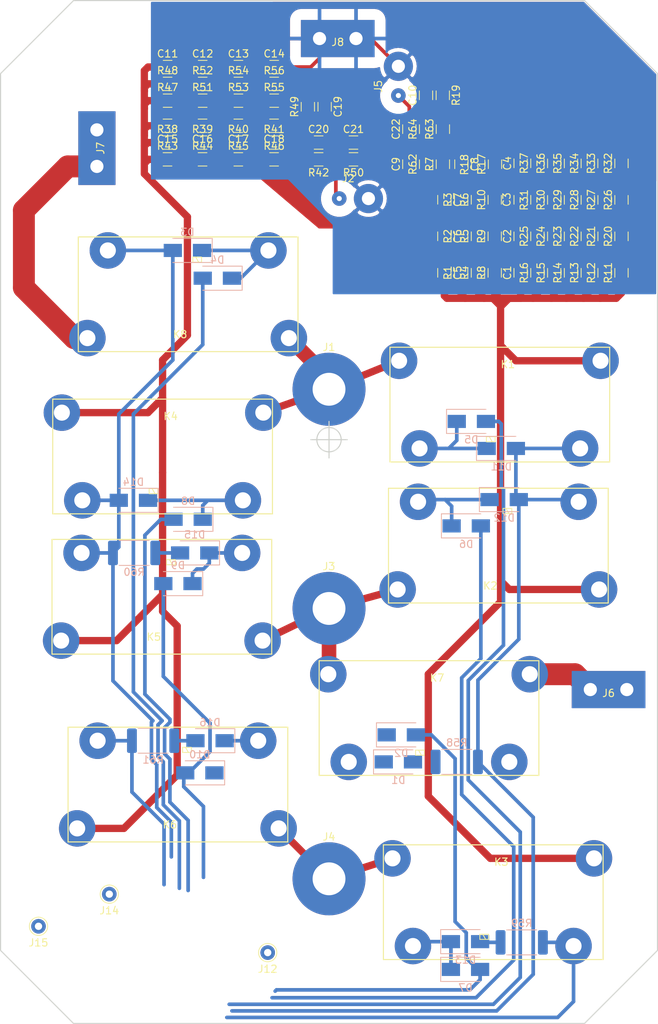
<source format=kicad_pcb>
(kicad_pcb (version 20171130) (host pcbnew "(5.1.0)-1")

  (general
    (thickness 1.6)
    (drawings 9)
    (tracks 364)
    (zones 0)
    (modules 126)
    (nets 44)
  )

  (page A4)
  (layers
    (0 F.Cu signal hide)
    (31 B.Cu signal hide)
    (32 B.Adhes user hide)
    (33 F.Adhes user hide)
    (34 B.Paste user hide)
    (35 F.Paste user hide)
    (36 B.SilkS user hide)
    (37 F.SilkS user hide)
    (38 B.Mask user hide)
    (39 F.Mask user hide)
    (40 Dwgs.User user hide)
    (41 Cmts.User user hide)
    (42 Eco1.User user hide)
    (43 Eco2.User user)
    (44 Edge.Cuts user)
    (45 Margin user hide)
    (46 B.CrtYd user)
    (47 F.CrtYd user)
    (48 B.Fab user hide)
    (49 F.Fab user hide)
  )

  (setup
    (last_trace_width 0.25)
    (user_trace_width 0.5)
    (user_trace_width 1)
    (user_trace_width 2)
    (user_trace_width 3)
    (trace_clearance 0.5)
    (zone_clearance 1.5)
    (zone_45_only no)
    (trace_min 0.2)
    (via_size 0.8)
    (via_drill 0.4)
    (via_min_size 0.4)
    (via_min_drill 0.3)
    (uvia_size 0.3)
    (uvia_drill 0.1)
    (uvias_allowed no)
    (uvia_min_size 0.2)
    (uvia_min_drill 0.1)
    (edge_width 0.15)
    (segment_width 0.2)
    (pcb_text_width 0.3)
    (pcb_text_size 1.5 1.5)
    (mod_edge_width 0.15)
    (mod_text_size 1 1)
    (mod_text_width 0.15)
    (pad_size 1.524 1.524)
    (pad_drill 0.762)
    (pad_to_mask_clearance 0.2)
    (aux_axis_origin 0 0)
    (visible_elements 7FFFFFFF)
    (pcbplotparams
      (layerselection 0x01030_ffffffff)
      (usegerberextensions false)
      (usegerberattributes false)
      (usegerberadvancedattributes false)
      (creategerberjobfile false)
      (excludeedgelayer true)
      (linewidth 0.100000)
      (plotframeref false)
      (viasonmask false)
      (mode 1)
      (useauxorigin false)
      (hpglpennumber 1)
      (hpglpenspeed 20)
      (hpglpendiameter 15.000000)
      (psnegative false)
      (psa4output false)
      (plotreference true)
      (plotvalue true)
      (plotinvisibletext false)
      (padsonsilk false)
      (subtractmaskfromsilk false)
      (outputformat 4)
      (mirror false)
      (drillshape 0)
      (scaleselection 1)
      (outputdirectory "plot/"))
  )

  (net 0 "")
  (net 1 GND)
  (net 2 "Net-(D1-Pad1)")
  (net 3 "Net-(D3-Pad1)")
  (net 4 "Net-(D11-Pad1)")
  (net 5 "Net-(D12-Pad1)")
  (net 6 "Net-(D13-Pad1)")
  (net 7 "Net-(D14-Pad1)")
  (net 8 "Net-(D15-Pad1)")
  (net 9 "Net-(D10-Pad1)")
  (net 10 /V+in)
  (net 11 /V-in)
  (net 12 /PEin)
  (net 13 /V-out)
  (net 14 /V+out)
  (net 15 /max750)
  (net 16 /max563)
  (net 17 /max375)
  (net 18 /max188)
  (net 19 /max512)
  (net 20 /max273)
  (net 21 /max34)
  (net 22 /max1.5)
  (net 23 /max1049)
  (net 24 /max1429)
  (net 25 /max699)
  (net 26 /max350)
  (net 27 /max1057)
  (net 28 /max715)
  (net 29 /max373)
  (net 30 /max31)
  (net 31 /max1.4)
  (net 32 "Net-(D17-Pad2)")
  (net 33 rel-X)
  (net 34 rel+C)
  (net 35 rel-Z)
  (net 36 rel+A)
  (net 37 rel+B)
  (net 38 rel-Y)
  (net 39 "Net-(D1-Pad2)")
  (net 40 "Net-(D13-Pad2)")
  (net 41 "Net-(D15-Pad2)")
  (net 42 "Net-(D16-Pad2)")
  (net 43 "Net-(C22-Pad1)")

  (net_class Default "This is the default net class."
    (clearance 0.5)
    (trace_width 0.25)
    (via_dia 0.8)
    (via_drill 0.4)
    (uvia_dia 0.3)
    (uvia_drill 0.1)
  )

  (net_class HV ""
    (clearance 1.5)
    (trace_width 1)
    (via_dia 0.8)
    (via_drill 0.4)
    (uvia_dia 0.3)
    (uvia_drill 0.1)
    (add_net /PEin)
    (add_net /V+in)
    (add_net /V+out)
    (add_net /V-in)
    (add_net /V-out)
    (add_net /max1429)
    (add_net /max750)
  )

  (net_class LV ""
    (clearance 1.5)
    (trace_width 1)
    (via_dia 0.8)
    (via_drill 0.4)
    (uvia_dia 0.3)
    (uvia_drill 0.1)
  )

  (net_class MIDV ""
    (clearance 1.5)
    (trace_width 1)
    (via_dia 0.8)
    (via_drill 0.4)
    (uvia_dia 0.3)
    (uvia_drill 0.1)
    (add_net /max1049)
    (add_net /max1057)
    (add_net /max188)
    (add_net /max273)
    (add_net /max31)
    (add_net /max34)
    (add_net /max350)
    (add_net /max373)
    (add_net /max375)
    (add_net /max512)
    (add_net /max563)
    (add_net /max699)
    (add_net /max715)
  )

  (net_class double_saftey ""
    (clearance 1.5)
    (trace_width 0.25)
    (via_dia 0.8)
    (via_drill 0.4)
    (uvia_dia 0.3)
    (uvia_drill 0.1)
    (add_net /max1.4)
    (add_net /max1.5)
    (add_net GND)
  )

  (net_class signals ""
    (clearance 0.4)
    (trace_width 0.5)
    (via_dia 0.8)
    (via_drill 0.4)
    (uvia_dia 0.3)
    (uvia_drill 0.1)
    (add_net "Net-(C22-Pad1)")
    (add_net "Net-(D1-Pad1)")
    (add_net "Net-(D1-Pad2)")
    (add_net "Net-(D10-Pad1)")
    (add_net "Net-(D11-Pad1)")
    (add_net "Net-(D12-Pad1)")
    (add_net "Net-(D13-Pad1)")
    (add_net "Net-(D13-Pad2)")
    (add_net "Net-(D14-Pad1)")
    (add_net "Net-(D15-Pad1)")
    (add_net "Net-(D15-Pad2)")
    (add_net "Net-(D16-Pad2)")
    (add_net "Net-(D17-Pad2)")
    (add_net "Net-(D3-Pad1)")
    (add_net rel+A)
    (add_net rel+B)
    (add_net rel+C)
    (add_net rel-X)
    (add_net rel-Y)
    (add_net rel-Z)
  )

  (module Resistor_SMD:R_1206_3216Metric (layer F.Cu) (tedit 5B301BBD) (tstamp 5CE02998)
    (at 138.3 47.5 90)
    (descr "Resistor SMD 1206 (3216 Metric), square (rectangular) end terminal, IPC_7351 nominal, (Body size source: http://www.tortai-tech.com/upload/download/2011102023233369053.pdf), generated with kicad-footprint-generator")
    (tags resistor)
    (path /5D5B5E89)
    (attr smd)
    (fp_text reference R64 (at 0 -1.82 90) (layer F.SilkS)
      (effects (font (size 1 1) (thickness 0.15)))
    )
    (fp_text value 560 (at 0 1.82 90) (layer F.Fab)
      (effects (font (size 1 1) (thickness 0.15)))
    )
    (fp_text user %R (at 0 0 90) (layer F.Fab)
      (effects (font (size 0.8 0.8) (thickness 0.12)))
    )
    (fp_line (start 2.28 1.12) (end -2.28 1.12) (layer F.CrtYd) (width 0.05))
    (fp_line (start 2.28 -1.12) (end 2.28 1.12) (layer F.CrtYd) (width 0.05))
    (fp_line (start -2.28 -1.12) (end 2.28 -1.12) (layer F.CrtYd) (width 0.05))
    (fp_line (start -2.28 1.12) (end -2.28 -1.12) (layer F.CrtYd) (width 0.05))
    (fp_line (start -0.602064 0.91) (end 0.602064 0.91) (layer F.SilkS) (width 0.12))
    (fp_line (start -0.602064 -0.91) (end 0.602064 -0.91) (layer F.SilkS) (width 0.12))
    (fp_line (start 1.6 0.8) (end -1.6 0.8) (layer F.Fab) (width 0.1))
    (fp_line (start 1.6 -0.8) (end 1.6 0.8) (layer F.Fab) (width 0.1))
    (fp_line (start -1.6 -0.8) (end 1.6 -0.8) (layer F.Fab) (width 0.1))
    (fp_line (start -1.6 0.8) (end -1.6 -0.8) (layer F.Fab) (width 0.1))
    (pad 2 smd roundrect (at 1.4 0 90) (size 1.25 1.75) (layers F.Cu F.Paste F.Mask) (roundrect_rratio 0.2)
      (net 22 /max1.5))
    (pad 1 smd roundrect (at -1.4 0 90) (size 1.25 1.75) (layers F.Cu F.Paste F.Mask) (roundrect_rratio 0.2)
      (net 43 "Net-(C22-Pad1)"))
    (model ${KISYS3DMOD}/Resistor_SMD.3dshapes/R_1206_3216Metric.wrl
      (at (xyz 0 0 0))
      (scale (xyz 1 1 1))
      (rotate (xyz 0 0 0))
    )
  )

  (module Resistor_SMD:R_1206_3216Metric (layer F.Cu) (tedit 5B301BBD) (tstamp 5CE02987)
    (at 140.6 47.5 90)
    (descr "Resistor SMD 1206 (3216 Metric), square (rectangular) end terminal, IPC_7351 nominal, (Body size source: http://www.tortai-tech.com/upload/download/2011102023233369053.pdf), generated with kicad-footprint-generator")
    (tags resistor)
    (path /5D5837E2)
    (attr smd)
    (fp_text reference R63 (at 0 -1.82 90) (layer F.SilkS)
      (effects (font (size 1 1) (thickness 0.15)))
    )
    (fp_text value 560 (at 0 1.82 90) (layer F.Fab)
      (effects (font (size 1 1) (thickness 0.15)))
    )
    (fp_text user %R (at 0 0 90) (layer F.Fab)
      (effects (font (size 0.8 0.8) (thickness 0.12)))
    )
    (fp_line (start 2.28 1.12) (end -2.28 1.12) (layer F.CrtYd) (width 0.05))
    (fp_line (start 2.28 -1.12) (end 2.28 1.12) (layer F.CrtYd) (width 0.05))
    (fp_line (start -2.28 -1.12) (end 2.28 -1.12) (layer F.CrtYd) (width 0.05))
    (fp_line (start -2.28 1.12) (end -2.28 -1.12) (layer F.CrtYd) (width 0.05))
    (fp_line (start -0.602064 0.91) (end 0.602064 0.91) (layer F.SilkS) (width 0.12))
    (fp_line (start -0.602064 -0.91) (end 0.602064 -0.91) (layer F.SilkS) (width 0.12))
    (fp_line (start 1.6 0.8) (end -1.6 0.8) (layer F.Fab) (width 0.1))
    (fp_line (start 1.6 -0.8) (end 1.6 0.8) (layer F.Fab) (width 0.1))
    (fp_line (start -1.6 -0.8) (end 1.6 -0.8) (layer F.Fab) (width 0.1))
    (fp_line (start -1.6 0.8) (end -1.6 -0.8) (layer F.Fab) (width 0.1))
    (pad 2 smd roundrect (at 1.4 0 90) (size 1.25 1.75) (layers F.Cu F.Paste F.Mask) (roundrect_rratio 0.2)
      (net 22 /max1.5))
    (pad 1 smd roundrect (at -1.4 0 90) (size 1.25 1.75) (layers F.Cu F.Paste F.Mask) (roundrect_rratio 0.2)
      (net 43 "Net-(C22-Pad1)"))
    (model ${KISYS3DMOD}/Resistor_SMD.3dshapes/R_1206_3216Metric.wrl
      (at (xyz 0 0 0))
      (scale (xyz 1 1 1))
      (rotate (xyz 0 0 0))
    )
  )

  (module Resistor_SMD:R_1206_3216Metric (layer F.Cu) (tedit 5B301BBD) (tstamp 5CE02976)
    (at 138.3 52.3 90)
    (descr "Resistor SMD 1206 (3216 Metric), square (rectangular) end terminal, IPC_7351 nominal, (Body size source: http://www.tortai-tech.com/upload/download/2011102023233369053.pdf), generated with kicad-footprint-generator")
    (tags resistor)
    (path /5D583503)
    (attr smd)
    (fp_text reference R62 (at 0 -1.82 90) (layer F.SilkS)
      (effects (font (size 1 1) (thickness 0.15)))
    )
    (fp_text value 560 (at 0 1.82 90) (layer F.Fab)
      (effects (font (size 1 1) (thickness 0.15)))
    )
    (fp_text user %R (at 0 0 90) (layer F.Fab)
      (effects (font (size 0.8 0.8) (thickness 0.12)))
    )
    (fp_line (start 2.28 1.12) (end -2.28 1.12) (layer F.CrtYd) (width 0.05))
    (fp_line (start 2.28 -1.12) (end 2.28 1.12) (layer F.CrtYd) (width 0.05))
    (fp_line (start -2.28 -1.12) (end 2.28 -1.12) (layer F.CrtYd) (width 0.05))
    (fp_line (start -2.28 1.12) (end -2.28 -1.12) (layer F.CrtYd) (width 0.05))
    (fp_line (start -0.602064 0.91) (end 0.602064 0.91) (layer F.SilkS) (width 0.12))
    (fp_line (start -0.602064 -0.91) (end 0.602064 -0.91) (layer F.SilkS) (width 0.12))
    (fp_line (start 1.6 0.8) (end -1.6 0.8) (layer F.Fab) (width 0.1))
    (fp_line (start 1.6 -0.8) (end 1.6 0.8) (layer F.Fab) (width 0.1))
    (fp_line (start -1.6 -0.8) (end 1.6 -0.8) (layer F.Fab) (width 0.1))
    (fp_line (start -1.6 0.8) (end -1.6 -0.8) (layer F.Fab) (width 0.1))
    (pad 2 smd roundrect (at 1.4 0 90) (size 1.25 1.75) (layers F.Cu F.Paste F.Mask) (roundrect_rratio 0.2)
      (net 43 "Net-(C22-Pad1)"))
    (pad 1 smd roundrect (at -1.4 0 90) (size 1.25 1.75) (layers F.Cu F.Paste F.Mask) (roundrect_rratio 0.2)
      (net 21 /max34))
    (model ${KISYS3DMOD}/Resistor_SMD.3dshapes/R_1206_3216Metric.wrl
      (at (xyz 0 0 0))
      (scale (xyz 1 1 1))
      (rotate (xyz 0 0 0))
    )
  )

  (module Capacitor_SMD:C_1206_3216Metric (layer F.Cu) (tedit 5B301BBE) (tstamp 5CE01C31)
    (at 136 47.5 90)
    (descr "Capacitor SMD 1206 (3216 Metric), square (rectangular) end terminal, IPC_7351 nominal, (Body size source: http://www.tortai-tech.com/upload/download/2011102023233369053.pdf), generated with kicad-footprint-generator")
    (tags capacitor)
    (path /5D708AB8)
    (attr smd)
    (fp_text reference C22 (at 0 -1.82 90) (layer F.SilkS)
      (effects (font (size 1 1) (thickness 0.15)))
    )
    (fp_text value C (at 0 1.82 90) (layer F.Fab)
      (effects (font (size 1 1) (thickness 0.15)))
    )
    (fp_text user %R (at 0 0 90) (layer F.Fab)
      (effects (font (size 0.8 0.8) (thickness 0.12)))
    )
    (fp_line (start 2.28 1.12) (end -2.28 1.12) (layer F.CrtYd) (width 0.05))
    (fp_line (start 2.28 -1.12) (end 2.28 1.12) (layer F.CrtYd) (width 0.05))
    (fp_line (start -2.28 -1.12) (end 2.28 -1.12) (layer F.CrtYd) (width 0.05))
    (fp_line (start -2.28 1.12) (end -2.28 -1.12) (layer F.CrtYd) (width 0.05))
    (fp_line (start -0.602064 0.91) (end 0.602064 0.91) (layer F.SilkS) (width 0.12))
    (fp_line (start -0.602064 -0.91) (end 0.602064 -0.91) (layer F.SilkS) (width 0.12))
    (fp_line (start 1.6 0.8) (end -1.6 0.8) (layer F.Fab) (width 0.1))
    (fp_line (start 1.6 -0.8) (end 1.6 0.8) (layer F.Fab) (width 0.1))
    (fp_line (start -1.6 -0.8) (end 1.6 -0.8) (layer F.Fab) (width 0.1))
    (fp_line (start -1.6 0.8) (end -1.6 -0.8) (layer F.Fab) (width 0.1))
    (pad 2 smd roundrect (at 1.4 0 90) (size 1.25 1.75) (layers F.Cu F.Paste F.Mask) (roundrect_rratio 0.2)
      (net 22 /max1.5))
    (pad 1 smd roundrect (at -1.4 0 90) (size 1.25 1.75) (layers F.Cu F.Paste F.Mask) (roundrect_rratio 0.2)
      (net 43 "Net-(C22-Pad1)"))
    (model ${KISYS3DMOD}/Capacitor_SMD.3dshapes/C_1206_3216Metric.wrl
      (at (xyz 0 0 0))
      (scale (xyz 1 1 1))
      (rotate (xyz 0 0 0))
    )
  )

  (module Resistor_SMD:R_2512_6332Metric (layer B.Cu) (tedit 5B301BBD) (tstamp 5CDFF974)
    (at 100.9 131.2)
    (descr "Resistor SMD 2512 (6332 Metric), square (rectangular) end terminal, IPC_7351 nominal, (Body size source: http://www.tortai-tech.com/upload/download/2011102023233369053.pdf), generated with kicad-footprint-generator")
    (tags resistor)
    (path /5D5236C0)
    (attr smd)
    (fp_text reference R61 (at 0 2.62) (layer B.SilkS)
      (effects (font (size 1 1) (thickness 0.15)) (justify mirror))
    )
    (fp_text value 0 (at 0 -2.62) (layer B.Fab)
      (effects (font (size 1 1) (thickness 0.15)) (justify mirror))
    )
    (fp_text user %R (at 0 0) (layer B.Fab)
      (effects (font (size 1 1) (thickness 0.15)) (justify mirror))
    )
    (fp_line (start 3.82 -1.92) (end -3.82 -1.92) (layer B.CrtYd) (width 0.05))
    (fp_line (start 3.82 1.92) (end 3.82 -1.92) (layer B.CrtYd) (width 0.05))
    (fp_line (start -3.82 1.92) (end 3.82 1.92) (layer B.CrtYd) (width 0.05))
    (fp_line (start -3.82 -1.92) (end -3.82 1.92) (layer B.CrtYd) (width 0.05))
    (fp_line (start -2.052064 -1.71) (end 2.052064 -1.71) (layer B.SilkS) (width 0.12))
    (fp_line (start -2.052064 1.71) (end 2.052064 1.71) (layer B.SilkS) (width 0.12))
    (fp_line (start 3.15 -1.6) (end -3.15 -1.6) (layer B.Fab) (width 0.1))
    (fp_line (start 3.15 1.6) (end 3.15 -1.6) (layer B.Fab) (width 0.1))
    (fp_line (start -3.15 1.6) (end 3.15 1.6) (layer B.Fab) (width 0.1))
    (fp_line (start -3.15 -1.6) (end -3.15 1.6) (layer B.Fab) (width 0.1))
    (pad 2 smd roundrect (at 2.9 0) (size 1.35 3.35) (layers B.Cu B.Paste B.Mask) (roundrect_rratio 0.185185)
      (net 42 "Net-(D16-Pad2)"))
    (pad 1 smd roundrect (at -2.9 0) (size 1.35 3.35) (layers B.Cu B.Paste B.Mask) (roundrect_rratio 0.185185)
      (net 38 rel-Y))
    (model ${KISYS3DMOD}/Resistor_SMD.3dshapes/R_2512_6332Metric.wrl
      (at (xyz 0 0 0))
      (scale (xyz 1 1 1))
      (rotate (xyz 0 0 0))
    )
  )

  (module Resistor_SMD:R_2512_6332Metric (layer B.Cu) (tedit 5B301BBD) (tstamp 5CDFFA3B)
    (at 98.3 105.5)
    (descr "Resistor SMD 2512 (6332 Metric), square (rectangular) end terminal, IPC_7351 nominal, (Body size source: http://www.tortai-tech.com/upload/download/2011102023233369053.pdf), generated with kicad-footprint-generator")
    (tags resistor)
    (path /5D523FD7)
    (attr smd)
    (fp_text reference R60 (at 0 2.62) (layer B.SilkS)
      (effects (font (size 1 1) (thickness 0.15)) (justify mirror))
    )
    (fp_text value 0 (at 0 -2.62) (layer B.Fab)
      (effects (font (size 1 1) (thickness 0.15)) (justify mirror))
    )
    (fp_text user %R (at 0 0) (layer B.Fab)
      (effects (font (size 1 1) (thickness 0.15)) (justify mirror))
    )
    (fp_line (start 3.82 -1.92) (end -3.82 -1.92) (layer B.CrtYd) (width 0.05))
    (fp_line (start 3.82 1.92) (end 3.82 -1.92) (layer B.CrtYd) (width 0.05))
    (fp_line (start -3.82 1.92) (end 3.82 1.92) (layer B.CrtYd) (width 0.05))
    (fp_line (start -3.82 -1.92) (end -3.82 1.92) (layer B.CrtYd) (width 0.05))
    (fp_line (start -2.052064 -1.71) (end 2.052064 -1.71) (layer B.SilkS) (width 0.12))
    (fp_line (start -2.052064 1.71) (end 2.052064 1.71) (layer B.SilkS) (width 0.12))
    (fp_line (start 3.15 -1.6) (end -3.15 -1.6) (layer B.Fab) (width 0.1))
    (fp_line (start 3.15 1.6) (end 3.15 -1.6) (layer B.Fab) (width 0.1))
    (fp_line (start -3.15 1.6) (end 3.15 1.6) (layer B.Fab) (width 0.1))
    (fp_line (start -3.15 -1.6) (end -3.15 1.6) (layer B.Fab) (width 0.1))
    (pad 2 smd roundrect (at 2.9 0) (size 1.35 3.35) (layers B.Cu B.Paste B.Mask) (roundrect_rratio 0.185185)
      (net 41 "Net-(D15-Pad2)"))
    (pad 1 smd roundrect (at -2.9 0) (size 1.35 3.35) (layers B.Cu B.Paste B.Mask) (roundrect_rratio 0.185185)
      (net 35 rel-Z))
    (model ${KISYS3DMOD}/Resistor_SMD.3dshapes/R_2512_6332Metric.wrl
      (at (xyz 0 0 0))
      (scale (xyz 1 1 1))
      (rotate (xyz 0 0 0))
    )
  )

  (module Resistor_SMD:R_2512_6332Metric (layer B.Cu) (tedit 5B301BBD) (tstamp 5CDFF952)
    (at 151.4 158.8 180)
    (descr "Resistor SMD 2512 (6332 Metric), square (rectangular) end terminal, IPC_7351 nominal, (Body size source: http://www.tortai-tech.com/upload/download/2011102023233369053.pdf), generated with kicad-footprint-generator")
    (tags resistor)
    (path /5D5248F4)
    (attr smd)
    (fp_text reference R59 (at 0 2.62 180) (layer B.SilkS)
      (effects (font (size 1 1) (thickness 0.15)) (justify mirror))
    )
    (fp_text value 0 (at 0 -2.62 180) (layer B.Fab)
      (effects (font (size 1 1) (thickness 0.15)) (justify mirror))
    )
    (fp_text user %R (at 0 0 180) (layer B.Fab)
      (effects (font (size 1 1) (thickness 0.15)) (justify mirror))
    )
    (fp_line (start 3.82 -1.92) (end -3.82 -1.92) (layer B.CrtYd) (width 0.05))
    (fp_line (start 3.82 1.92) (end 3.82 -1.92) (layer B.CrtYd) (width 0.05))
    (fp_line (start -3.82 1.92) (end 3.82 1.92) (layer B.CrtYd) (width 0.05))
    (fp_line (start -3.82 -1.92) (end -3.82 1.92) (layer B.CrtYd) (width 0.05))
    (fp_line (start -2.052064 -1.71) (end 2.052064 -1.71) (layer B.SilkS) (width 0.12))
    (fp_line (start -2.052064 1.71) (end 2.052064 1.71) (layer B.SilkS) (width 0.12))
    (fp_line (start 3.15 -1.6) (end -3.15 -1.6) (layer B.Fab) (width 0.1))
    (fp_line (start 3.15 1.6) (end 3.15 -1.6) (layer B.Fab) (width 0.1))
    (fp_line (start -3.15 1.6) (end 3.15 1.6) (layer B.Fab) (width 0.1))
    (fp_line (start -3.15 -1.6) (end -3.15 1.6) (layer B.Fab) (width 0.1))
    (pad 2 smd roundrect (at 2.9 0 180) (size 1.35 3.35) (layers B.Cu B.Paste B.Mask) (roundrect_rratio 0.185185)
      (net 40 "Net-(D13-Pad2)"))
    (pad 1 smd roundrect (at -2.9 0 180) (size 1.35 3.35) (layers B.Cu B.Paste B.Mask) (roundrect_rratio 0.185185)
      (net 38 rel-Y))
    (model ${KISYS3DMOD}/Resistor_SMD.3dshapes/R_2512_6332Metric.wrl
      (at (xyz 0 0 0))
      (scale (xyz 1 1 1))
      (rotate (xyz 0 0 0))
    )
  )

  (module Resistor_SMD:R_2512_6332Metric (layer B.Cu) (tedit 5B301BBD) (tstamp 5CDFF941)
    (at 142.5 134.1 180)
    (descr "Resistor SMD 2512 (6332 Metric), square (rectangular) end terminal, IPC_7351 nominal, (Body size source: http://www.tortai-tech.com/upload/download/2011102023233369053.pdf), generated with kicad-footprint-generator")
    (tags resistor)
    (path /5D5228D3)
    (attr smd)
    (fp_text reference R58 (at 0 2.62 180) (layer B.SilkS)
      (effects (font (size 1 1) (thickness 0.15)) (justify mirror))
    )
    (fp_text value 0 (at 0 -2.62 180) (layer B.Fab)
      (effects (font (size 1 1) (thickness 0.15)) (justify mirror))
    )
    (fp_text user %R (at 0 0 180) (layer B.Fab)
      (effects (font (size 1 1) (thickness 0.15)) (justify mirror))
    )
    (fp_line (start 3.82 -1.92) (end -3.82 -1.92) (layer B.CrtYd) (width 0.05))
    (fp_line (start 3.82 1.92) (end 3.82 -1.92) (layer B.CrtYd) (width 0.05))
    (fp_line (start -3.82 1.92) (end 3.82 1.92) (layer B.CrtYd) (width 0.05))
    (fp_line (start -3.82 -1.92) (end -3.82 1.92) (layer B.CrtYd) (width 0.05))
    (fp_line (start -2.052064 -1.71) (end 2.052064 -1.71) (layer B.SilkS) (width 0.12))
    (fp_line (start -2.052064 1.71) (end 2.052064 1.71) (layer B.SilkS) (width 0.12))
    (fp_line (start 3.15 -1.6) (end -3.15 -1.6) (layer B.Fab) (width 0.1))
    (fp_line (start 3.15 1.6) (end 3.15 -1.6) (layer B.Fab) (width 0.1))
    (fp_line (start -3.15 1.6) (end 3.15 1.6) (layer B.Fab) (width 0.1))
    (fp_line (start -3.15 -1.6) (end -3.15 1.6) (layer B.Fab) (width 0.1))
    (pad 2 smd roundrect (at 2.9 0 180) (size 1.35 3.35) (layers B.Cu B.Paste B.Mask) (roundrect_rratio 0.185185)
      (net 39 "Net-(D1-Pad2)"))
    (pad 1 smd roundrect (at -2.9 0 180) (size 1.35 3.35) (layers B.Cu B.Paste B.Mask) (roundrect_rratio 0.185185)
      (net 33 rel-X))
    (model ${KISYS3DMOD}/Resistor_SMD.3dshapes/R_2512_6332Metric.wrl
      (at (xyz 0 0 0))
      (scale (xyz 1 1 1))
      (rotate (xyz 0 0 0))
    )
  )

  (module custom_footprints:flatstift_6.35mm (layer F.Cu) (tedit 5CDE7991) (tstamp 5CE0A8DE)
    (at 126.2 35.1)
    (path /5CC6A61A)
    (fp_text reference J8 (at 0 0.5) (layer F.SilkS)
      (effects (font (size 1 1) (thickness 0.15)))
    )
    (fp_text value Conn_01x01_Female (at 0 -0.5) (layer F.Fab)
      (effects (font (size 1 1) (thickness 0.15)))
    )
    (fp_poly (pts (xy 5 -2.5) (xy -5 -2.5) (xy -5 2.5) (xy 5 2.5)) (layer B.Cu) (width 0.1))
    (fp_poly (pts (xy 5 -2.5) (xy -5 -2.5) (xy -5 2.5) (xy 5 2.5)) (layer F.Cu) (width 0.1))
    (fp_poly (pts (xy -4.7 -2.02) (xy 4.6 -2.01) (xy 4.6 2.03) (xy -4.7 2.02)) (layer F.Mask) (width 0.1))
    (pad 1 thru_hole circle (at -2.5 0) (size 4 4) (drill 1.8) (layers *.Cu *.Mask)
      (net 1 GND))
    (pad 1 thru_hole circle (at 2.5 0 180) (size 4 4) (drill 1.8) (layers *.Cu *.Mask)
      (net 1 GND))
  )

  (module custom_footprints:flatstift_6.35mm (layer F.Cu) (tedit 5CDE7991) (tstamp 5CBD9DFD)
    (at 93.2 50.1 90)
    (path /5CDF60AA)
    (fp_text reference J7 (at 0 0.5 90) (layer F.SilkS)
      (effects (font (size 1 1) (thickness 0.15)))
    )
    (fp_text value Conn_01x01_Female (at 0 -0.5 90) (layer F.Fab)
      (effects (font (size 1 1) (thickness 0.15)))
    )
    (fp_poly (pts (xy 5 -2.5) (xy -5 -2.5) (xy -5 2.5) (xy 5 2.5)) (layer B.Cu) (width 0.1))
    (fp_poly (pts (xy 5 -2.5) (xy -5 -2.5) (xy -5 2.5) (xy 5 2.5)) (layer F.Cu) (width 0.1))
    (fp_poly (pts (xy -4.7 -2.02) (xy 4.6 -2.01) (xy 4.6 2.03) (xy -4.7 2.02)) (layer F.Mask) (width 0.1))
    (pad 1 thru_hole circle (at -2.5 0 90) (size 4 4) (drill 1.8) (layers *.Cu *.Mask)
      (net 14 /V+out))
    (pad 1 thru_hole circle (at 2.5 0 270) (size 4 4) (drill 1.8) (layers *.Cu *.Mask)
      (net 14 /V+out))
  )

  (module custom_footprints:flatstift_6.35mm (layer F.Cu) (tedit 5CDE7991) (tstamp 5CDF2C23)
    (at 163.3 124.2)
    (path /5CDF6291)
    (fp_text reference J6 (at 0 0.5) (layer F.SilkS)
      (effects (font (size 1 1) (thickness 0.15)))
    )
    (fp_text value Conn_01x01_Female (at 0 -0.5) (layer F.Fab)
      (effects (font (size 1 1) (thickness 0.15)))
    )
    (fp_poly (pts (xy 5 -2.5) (xy -5 -2.5) (xy -5 2.5) (xy 5 2.5)) (layer B.Cu) (width 0.1))
    (fp_poly (pts (xy 5 -2.5) (xy -5 -2.5) (xy -5 2.5) (xy 5 2.5)) (layer F.Cu) (width 0.1))
    (fp_poly (pts (xy -4.7 -2.02) (xy 4.6 -2.01) (xy 4.6 2.03) (xy -4.7 2.02)) (layer F.Mask) (width 0.1))
    (pad 1 thru_hole circle (at -2.5 0) (size 4 4) (drill 1.8) (layers *.Cu *.Mask)
      (net 13 /V-out))
    (pad 1 thru_hole circle (at 2.5 0 180) (size 4 4) (drill 1.8) (layers *.Cu *.Mask)
      (net 13 /V-out))
  )

  (module custom_footprints:ALFG2PF241_round_holes locked (layer F.Cu) (tedit 5CDED8D2) (tstamp 5CDB1886)
    (at 116.7 64.1 180)
    (descr "Panasonic Relay SPST, http://www.farnell.com/datasheets/2244182.pdf")
    (tags "Panasonic Relay SPST")
    (path /5CE80966)
    (fp_text reference K8 (at 12.1 -11.5) (layer F.SilkS)
      (effects (font (size 1 1) (thickness 0.15)))
    )
    (fp_text value ALFG2PF241 (at 12.1 3.9) (layer F.Fab)
      (effects (font (size 1 1) (thickness 0.15)))
    )
    (fp_circle (center 24.8 -12) (end 33.3 -12) (layer Eco2.User) (width 0.12))
    (fp_circle (center -2.8 -12) (end 5.7 -12) (layer Eco2.User) (width 0.12))
    (fp_circle (center 0 0) (end 8.5 0) (layer Eco1.User) (width 0.12))
    (fp_circle (center 22 0) (end 30.5 0) (layer Eco1.User) (width 0.12))
    (fp_line (start -4.1402 -13.97) (end 26.1366 -13.97) (layer F.Fab) (width 0.12))
    (fp_line (start -4.05 1.85) (end -4.05 -13.85) (layer F.SilkS) (width 0.15))
    (fp_line (start 26.05 1.85) (end -4.05 1.85) (layer F.SilkS) (width 0.15))
    (fp_line (start 26.05 -13.85) (end 26.05 1.85) (layer F.SilkS) (width 0.15))
    (fp_line (start -4.05 -13.85) (end 26.05 -13.85) (layer F.SilkS) (width 0.15))
    (fp_text user %R (at 12 -3.75) (layer F.Fab)
      (effects (font (size 1 1) (thickness 0.15)))
    )
    (fp_line (start 26.05 1.85) (end 26.05 -13.85) (layer F.CrtYd) (width 0.05))
    (fp_line (start -4.05 1.85) (end 26.05 1.85) (layer F.CrtYd) (width 0.05))
    (fp_line (start -4.05 -13.85) (end -4.05 1.85) (layer F.CrtYd) (width 0.05))
    (fp_line (start 26.05 -13.85) (end -4.05 -13.85) (layer F.CrtYd) (width 0.05))
    (fp_line (start 10.36 -0.91) (end 10.36 -1.61) (layer F.SilkS) (width 0.12))
    (fp_line (start 9.16 -0.91) (end 10.36 -0.91) (layer F.SilkS) (width 0.12))
    (fp_line (start 9.16 -1.61) (end 9.16 -0.91) (layer F.SilkS) (width 0.12))
    (fp_line (start 10.36 -1.61) (end 9.16 -1.61) (layer F.SilkS) (width 0.12))
    (fp_line (start 9.96 -0.91) (end 9.56 -1.61) (layer F.SilkS) (width 0.12))
    (fp_line (start 26.162 1.9304) (end 26.162 -13.97) (layer F.Fab) (width 0.1))
    (fp_line (start -4.1402 1.9558) (end 26.162 1.9558) (layer F.Fab) (width 0.1))
    (fp_line (start -4.1402 -13.97) (end -4.1402 1.9558) (layer F.Fab) (width 0.1))
    (pad 3 thru_hole circle (at -2.8 -12 270) (size 5 5) (drill 2.2) (layers *.Cu *.Mask)
      (net 10 /V+in))
    (pad 4 thru_hole circle (at 24.8 -12 270) (size 5 5) (drill 2.2) (layers *.Cu *.Mask)
      (net 14 /V+out))
    (pad 2 thru_hole circle (at 22 0 270) (size 5 5) (drill 2.2) (layers *.Cu *.Mask)
      (net 35 rel-Z))
    (pad 1 thru_hole circle (at 0 0 270) (size 5 5) (drill 2.2) (layers *.Cu *.Mask)
      (net 3 "Net-(D3-Pad1)"))
    (model ${KIPRJMOD}/3d-models/ALFG2PF241.wrl
      (offset (xyz -4 -2 0))
      (scale (xyz 1 1 1))
      (rotate (xyz 0 0 0))
    )
  )

  (module custom_footprints:ALFG2PF241_round_holes locked (layer F.Cu) (tedit 5CDED8D2) (tstamp 5CDFFC93)
    (at 127.7 134.1)
    (descr "Panasonic Relay SPST, http://www.farnell.com/datasheets/2244182.pdf")
    (tags "Panasonic Relay SPST")
    (path /5CE80A8F)
    (fp_text reference K7 (at 12.1 -11.5 180) (layer F.SilkS)
      (effects (font (size 1 1) (thickness 0.15)))
    )
    (fp_text value ALFG2PF241 (at 12.1 3.9 180) (layer F.Fab)
      (effects (font (size 1 1) (thickness 0.15)))
    )
    (fp_circle (center 24.8 -12) (end 33.3 -12) (layer Eco2.User) (width 0.12))
    (fp_circle (center -2.8 -12) (end 5.7 -12) (layer Eco2.User) (width 0.12))
    (fp_circle (center 0 0) (end 8.5 0) (layer Eco1.User) (width 0.12))
    (fp_circle (center 22 0) (end 30.5 0) (layer Eco1.User) (width 0.12))
    (fp_line (start -4.1402 -13.97) (end 26.1366 -13.97) (layer F.Fab) (width 0.12))
    (fp_line (start -4.05 1.85) (end -4.05 -13.85) (layer F.SilkS) (width 0.15))
    (fp_line (start 26.05 1.85) (end -4.05 1.85) (layer F.SilkS) (width 0.15))
    (fp_line (start 26.05 -13.85) (end 26.05 1.85) (layer F.SilkS) (width 0.15))
    (fp_line (start -4.05 -13.85) (end 26.05 -13.85) (layer F.SilkS) (width 0.15))
    (fp_text user %R (at 12 -3.75 180) (layer F.Fab)
      (effects (font (size 1 1) (thickness 0.15)))
    )
    (fp_line (start 26.05 1.85) (end 26.05 -13.85) (layer F.CrtYd) (width 0.05))
    (fp_line (start -4.05 1.85) (end 26.05 1.85) (layer F.CrtYd) (width 0.05))
    (fp_line (start -4.05 -13.85) (end -4.05 1.85) (layer F.CrtYd) (width 0.05))
    (fp_line (start 26.05 -13.85) (end -4.05 -13.85) (layer F.CrtYd) (width 0.05))
    (fp_line (start 10.36 -0.91) (end 10.36 -1.61) (layer F.SilkS) (width 0.12))
    (fp_line (start 9.16 -0.91) (end 10.36 -0.91) (layer F.SilkS) (width 0.12))
    (fp_line (start 9.16 -1.61) (end 9.16 -0.91) (layer F.SilkS) (width 0.12))
    (fp_line (start 10.36 -1.61) (end 9.16 -1.61) (layer F.SilkS) (width 0.12))
    (fp_line (start 9.96 -0.91) (end 9.56 -1.61) (layer F.SilkS) (width 0.12))
    (fp_line (start 26.162 1.9304) (end 26.162 -13.97) (layer F.Fab) (width 0.1))
    (fp_line (start -4.1402 1.9558) (end 26.162 1.9558) (layer F.Fab) (width 0.1))
    (fp_line (start -4.1402 -13.97) (end -4.1402 1.9558) (layer F.Fab) (width 0.1))
    (pad 3 thru_hole circle (at -2.8 -12 90) (size 5 5) (drill 2.2) (layers *.Cu *.Mask)
      (net 11 /V-in))
    (pad 4 thru_hole circle (at 24.8 -12 90) (size 5 5) (drill 2.2) (layers *.Cu *.Mask)
      (net 13 /V-out))
    (pad 2 thru_hole circle (at 22 0 90) (size 5 5) (drill 2.2) (layers *.Cu *.Mask)
      (net 33 rel-X))
    (pad 1 thru_hole circle (at 0 0 90) (size 5 5) (drill 2.2) (layers *.Cu *.Mask)
      (net 2 "Net-(D1-Pad1)"))
    (model ${KIPRJMOD}/3d-models/ALFG2PF241.wrl
      (offset (xyz -4 -2 0))
      (scale (xyz 1 1 1))
      (rotate (xyz 0 0 0))
    )
  )

  (module custom_footprints:ALFG2PF241_round_holes locked (layer F.Cu) (tedit 5CDED8D2) (tstamp 5CDC4C0C)
    (at 115.3 131.2 180)
    (descr "Panasonic Relay SPST, http://www.farnell.com/datasheets/2244182.pdf")
    (tags "Panasonic Relay SPST")
    (path /5CE808A8)
    (fp_text reference K6 (at 12.1 -11.5) (layer F.SilkS)
      (effects (font (size 1 1) (thickness 0.15)))
    )
    (fp_text value ALFG2PF241 (at 12.1 3.9) (layer F.Fab)
      (effects (font (size 1 1) (thickness 0.15)))
    )
    (fp_circle (center 24.8 -12) (end 33.3 -12) (layer Eco2.User) (width 0.12))
    (fp_circle (center -2.8 -12) (end 5.7 -12) (layer Eco2.User) (width 0.12))
    (fp_circle (center 0 0) (end 8.5 0) (layer Eco1.User) (width 0.12))
    (fp_circle (center 22 0) (end 30.5 0) (layer Eco1.User) (width 0.12))
    (fp_line (start -4.1402 -13.97) (end 26.1366 -13.97) (layer F.Fab) (width 0.12))
    (fp_line (start -4.05 1.85) (end -4.05 -13.85) (layer F.SilkS) (width 0.15))
    (fp_line (start 26.05 1.85) (end -4.05 1.85) (layer F.SilkS) (width 0.15))
    (fp_line (start 26.05 -13.85) (end 26.05 1.85) (layer F.SilkS) (width 0.15))
    (fp_line (start -4.05 -13.85) (end 26.05 -13.85) (layer F.SilkS) (width 0.15))
    (fp_text user %R (at 12 -3.75) (layer F.Fab)
      (effects (font (size 1 1) (thickness 0.15)))
    )
    (fp_line (start 26.05 1.85) (end 26.05 -13.85) (layer F.CrtYd) (width 0.05))
    (fp_line (start -4.05 1.85) (end 26.05 1.85) (layer F.CrtYd) (width 0.05))
    (fp_line (start -4.05 -13.85) (end -4.05 1.85) (layer F.CrtYd) (width 0.05))
    (fp_line (start 26.05 -13.85) (end -4.05 -13.85) (layer F.CrtYd) (width 0.05))
    (fp_line (start 10.36 -0.91) (end 10.36 -1.61) (layer F.SilkS) (width 0.12))
    (fp_line (start 9.16 -0.91) (end 10.36 -0.91) (layer F.SilkS) (width 0.12))
    (fp_line (start 9.16 -1.61) (end 9.16 -0.91) (layer F.SilkS) (width 0.12))
    (fp_line (start 10.36 -1.61) (end 9.16 -1.61) (layer F.SilkS) (width 0.12))
    (fp_line (start 9.96 -0.91) (end 9.56 -1.61) (layer F.SilkS) (width 0.12))
    (fp_line (start 26.162 1.9304) (end 26.162 -13.97) (layer F.Fab) (width 0.1))
    (fp_line (start -4.1402 1.9558) (end 26.162 1.9558) (layer F.Fab) (width 0.1))
    (fp_line (start -4.1402 -13.97) (end -4.1402 1.9558) (layer F.Fab) (width 0.1))
    (pad 3 thru_hole circle (at -2.8 -12 270) (size 5 5) (drill 2.2) (layers *.Cu *.Mask)
      (net 12 /PEin))
    (pad 4 thru_hole circle (at 24.8 -12 270) (size 5 5) (drill 2.2) (layers *.Cu *.Mask)
      (net 24 /max1429))
    (pad 2 thru_hole circle (at 22 0 270) (size 5 5) (drill 2.2) (layers *.Cu *.Mask)
      (net 38 rel-Y))
    (pad 1 thru_hole circle (at 0 0 270) (size 5 5) (drill 2.2) (layers *.Cu *.Mask)
      (net 9 "Net-(D10-Pad1)"))
    (model ${KIPRJMOD}/3d-models/ALFG2PF241.wrl
      (offset (xyz -4 -2 0))
      (scale (xyz 1 1 1))
      (rotate (xyz 0 0 0))
    )
  )

  (module custom_footprints:ALFG2PF241_round_holes locked (layer F.Cu) (tedit 5CDED8D2) (tstamp 5CDC2FD3)
    (at 113.1 105.5 180)
    (descr "Panasonic Relay SPST, http://www.farnell.com/datasheets/2244182.pdf")
    (tags "Panasonic Relay SPST")
    (path /5CE807F2)
    (fp_text reference K5 (at 12.1 -11.5) (layer F.SilkS)
      (effects (font (size 1 1) (thickness 0.15)))
    )
    (fp_text value ALFG2PF241 (at 12.1 3.9) (layer F.Fab)
      (effects (font (size 1 1) (thickness 0.15)))
    )
    (fp_circle (center 24.8 -12) (end 33.3 -12) (layer Eco2.User) (width 0.12))
    (fp_circle (center -2.8 -12) (end 5.7 -12) (layer Eco2.User) (width 0.12))
    (fp_circle (center 0 0) (end 8.5 0) (layer Eco1.User) (width 0.12))
    (fp_circle (center 22 0) (end 30.5 0) (layer Eco1.User) (width 0.12))
    (fp_line (start -4.1402 -13.97) (end 26.1366 -13.97) (layer F.Fab) (width 0.12))
    (fp_line (start -4.05 1.85) (end -4.05 -13.85) (layer F.SilkS) (width 0.15))
    (fp_line (start 26.05 1.85) (end -4.05 1.85) (layer F.SilkS) (width 0.15))
    (fp_line (start 26.05 -13.85) (end 26.05 1.85) (layer F.SilkS) (width 0.15))
    (fp_line (start -4.05 -13.85) (end 26.05 -13.85) (layer F.SilkS) (width 0.15))
    (fp_text user %R (at 12 -3.75) (layer F.Fab)
      (effects (font (size 1 1) (thickness 0.15)))
    )
    (fp_line (start 26.05 1.85) (end 26.05 -13.85) (layer F.CrtYd) (width 0.05))
    (fp_line (start -4.05 1.85) (end 26.05 1.85) (layer F.CrtYd) (width 0.05))
    (fp_line (start -4.05 -13.85) (end -4.05 1.85) (layer F.CrtYd) (width 0.05))
    (fp_line (start 26.05 -13.85) (end -4.05 -13.85) (layer F.CrtYd) (width 0.05))
    (fp_line (start 10.36 -0.91) (end 10.36 -1.61) (layer F.SilkS) (width 0.12))
    (fp_line (start 9.16 -0.91) (end 10.36 -0.91) (layer F.SilkS) (width 0.12))
    (fp_line (start 9.16 -1.61) (end 9.16 -0.91) (layer F.SilkS) (width 0.12))
    (fp_line (start 10.36 -1.61) (end 9.16 -1.61) (layer F.SilkS) (width 0.12))
    (fp_line (start 9.96 -0.91) (end 9.56 -1.61) (layer F.SilkS) (width 0.12))
    (fp_line (start 26.162 1.9304) (end 26.162 -13.97) (layer F.Fab) (width 0.1))
    (fp_line (start -4.1402 1.9558) (end 26.162 1.9558) (layer F.Fab) (width 0.1))
    (fp_line (start -4.1402 -13.97) (end -4.1402 1.9558) (layer F.Fab) (width 0.1))
    (pad 3 thru_hole circle (at -2.8 -12 270) (size 5 5) (drill 2.2) (layers *.Cu *.Mask)
      (net 11 /V-in))
    (pad 4 thru_hole circle (at 24.8 -12 270) (size 5 5) (drill 2.2) (layers *.Cu *.Mask)
      (net 24 /max1429))
    (pad 2 thru_hole circle (at 22 0 270) (size 5 5) (drill 2.2) (layers *.Cu *.Mask)
      (net 35 rel-Z))
    (pad 1 thru_hole circle (at 0 0 270) (size 5 5) (drill 2.2) (layers *.Cu *.Mask)
      (net 8 "Net-(D15-Pad1)"))
    (model ${KIPRJMOD}/3d-models/ALFG2PF241.wrl
      (offset (xyz -4 -2 0))
      (scale (xyz 1 1 1))
      (rotate (xyz 0 0 0))
    )
  )

  (module custom_footprints:ALFG2PF241_round_holes locked (layer F.Cu) (tedit 5CDED8D2) (tstamp 5CDDAB85)
    (at 91.2 98.3)
    (descr "Panasonic Relay SPST, http://www.farnell.com/datasheets/2244182.pdf")
    (tags "Panasonic Relay SPST")
    (path /5CE8074E)
    (fp_text reference K4 (at 12.1 -11.5 180) (layer F.SilkS)
      (effects (font (size 1 1) (thickness 0.15)))
    )
    (fp_text value ALFG2PF241 (at 12.1 3.9 180) (layer F.Fab)
      (effects (font (size 1 1) (thickness 0.15)))
    )
    (fp_circle (center 24.8 -12) (end 33.3 -12) (layer Eco2.User) (width 0.12))
    (fp_circle (center -2.8 -12) (end 5.7 -12) (layer Eco2.User) (width 0.12))
    (fp_circle (center 0 0) (end 8.5 0) (layer Eco1.User) (width 0.12))
    (fp_circle (center 22 0) (end 30.5 0) (layer Eco1.User) (width 0.12))
    (fp_line (start -4.1402 -13.97) (end 26.1366 -13.97) (layer F.Fab) (width 0.12))
    (fp_line (start -4.05 1.85) (end -4.05 -13.85) (layer F.SilkS) (width 0.15))
    (fp_line (start 26.05 1.85) (end -4.05 1.85) (layer F.SilkS) (width 0.15))
    (fp_line (start 26.05 -13.85) (end 26.05 1.85) (layer F.SilkS) (width 0.15))
    (fp_line (start -4.05 -13.85) (end 26.05 -13.85) (layer F.SilkS) (width 0.15))
    (fp_text user %R (at 12 -3.75 180) (layer F.Fab)
      (effects (font (size 1 1) (thickness 0.15)))
    )
    (fp_line (start 26.05 1.85) (end 26.05 -13.85) (layer F.CrtYd) (width 0.05))
    (fp_line (start -4.05 1.85) (end 26.05 1.85) (layer F.CrtYd) (width 0.05))
    (fp_line (start -4.05 -13.85) (end -4.05 1.85) (layer F.CrtYd) (width 0.05))
    (fp_line (start 26.05 -13.85) (end -4.05 -13.85) (layer F.CrtYd) (width 0.05))
    (fp_line (start 10.36 -0.91) (end 10.36 -1.61) (layer F.SilkS) (width 0.12))
    (fp_line (start 9.16 -0.91) (end 10.36 -0.91) (layer F.SilkS) (width 0.12))
    (fp_line (start 9.16 -1.61) (end 9.16 -0.91) (layer F.SilkS) (width 0.12))
    (fp_line (start 10.36 -1.61) (end 9.16 -1.61) (layer F.SilkS) (width 0.12))
    (fp_line (start 9.96 -0.91) (end 9.56 -1.61) (layer F.SilkS) (width 0.12))
    (fp_line (start 26.162 1.9304) (end 26.162 -13.97) (layer F.Fab) (width 0.1))
    (fp_line (start -4.1402 1.9558) (end 26.162 1.9558) (layer F.Fab) (width 0.1))
    (fp_line (start -4.1402 -13.97) (end -4.1402 1.9558) (layer F.Fab) (width 0.1))
    (pad 3 thru_hole circle (at -2.8 -12 90) (size 5 5) (drill 2.2) (layers *.Cu *.Mask)
      (net 24 /max1429))
    (pad 4 thru_hole circle (at 24.8 -12 90) (size 5 5) (drill 2.2) (layers *.Cu *.Mask)
      (net 10 /V+in))
    (pad 2 thru_hole circle (at 22 0 90) (size 5 5) (drill 2.2) (layers *.Cu *.Mask)
      (net 7 "Net-(D14-Pad1)"))
    (pad 1 thru_hole circle (at 0 0 90) (size 5 5) (drill 2.2) (layers *.Cu *.Mask)
      (net 35 rel-Z))
    (model ${KIPRJMOD}/3d-models/ALFG2PF241.wrl
      (offset (xyz -4 -2 0))
      (scale (xyz 1 1 1))
      (rotate (xyz 0 0 0))
    )
  )

  (module custom_footprints:ALFG2PF241_round_holes locked (layer F.Cu) (tedit 5CDED8D2) (tstamp 5CDBE757)
    (at 136.5 159.3)
    (descr "Panasonic Relay SPST, http://www.farnell.com/datasheets/2244182.pdf")
    (tags "Panasonic Relay SPST")
    (path /5CE806B0)
    (fp_text reference K3 (at 12.1 -11.5 -180) (layer F.SilkS)
      (effects (font (size 1 1) (thickness 0.15)))
    )
    (fp_text value ALFG2PF241 (at 12.1 3.9 -180) (layer F.Fab)
      (effects (font (size 1 1) (thickness 0.15)))
    )
    (fp_circle (center 24.8 -12) (end 33.3 -12) (layer Eco2.User) (width 0.12))
    (fp_circle (center -2.8 -12) (end 5.7 -12) (layer Eco2.User) (width 0.12))
    (fp_circle (center 0 0) (end 8.5 0) (layer Eco1.User) (width 0.12))
    (fp_circle (center 22 0) (end 30.5 0) (layer Eco1.User) (width 0.12))
    (fp_line (start -4.1402 -13.97) (end 26.1366 -13.97) (layer F.Fab) (width 0.12))
    (fp_line (start -4.05 1.85) (end -4.05 -13.85) (layer F.SilkS) (width 0.15))
    (fp_line (start 26.05 1.85) (end -4.05 1.85) (layer F.SilkS) (width 0.15))
    (fp_line (start 26.05 -13.85) (end 26.05 1.85) (layer F.SilkS) (width 0.15))
    (fp_line (start -4.05 -13.85) (end 26.05 -13.85) (layer F.SilkS) (width 0.15))
    (fp_text user %R (at 12 -3.75 -180) (layer F.Fab)
      (effects (font (size 1 1) (thickness 0.15)))
    )
    (fp_line (start 26.05 1.85) (end 26.05 -13.85) (layer F.CrtYd) (width 0.05))
    (fp_line (start -4.05 1.85) (end 26.05 1.85) (layer F.CrtYd) (width 0.05))
    (fp_line (start -4.05 -13.85) (end -4.05 1.85) (layer F.CrtYd) (width 0.05))
    (fp_line (start 26.05 -13.85) (end -4.05 -13.85) (layer F.CrtYd) (width 0.05))
    (fp_line (start 10.36 -0.91) (end 10.36 -1.61) (layer F.SilkS) (width 0.12))
    (fp_line (start 9.16 -0.91) (end 10.36 -0.91) (layer F.SilkS) (width 0.12))
    (fp_line (start 9.16 -1.61) (end 9.16 -0.91) (layer F.SilkS) (width 0.12))
    (fp_line (start 10.36 -1.61) (end 9.16 -1.61) (layer F.SilkS) (width 0.12))
    (fp_line (start 9.96 -0.91) (end 9.56 -1.61) (layer F.SilkS) (width 0.12))
    (fp_line (start 26.162 1.9304) (end 26.162 -13.97) (layer F.Fab) (width 0.1))
    (fp_line (start -4.1402 1.9558) (end 26.162 1.9558) (layer F.Fab) (width 0.1))
    (fp_line (start -4.1402 -13.97) (end -4.1402 1.9558) (layer F.Fab) (width 0.1))
    (pad 3 thru_hole circle (at -2.8 -12 90) (size 5 5) (drill 2.2) (layers *.Cu *.Mask)
      (net 12 /PEin))
    (pad 4 thru_hole circle (at 24.8 -12 90) (size 5 5) (drill 2.2) (layers *.Cu *.Mask)
      (net 15 /max750))
    (pad 2 thru_hole circle (at 22 0 90) (size 5 5) (drill 2.2) (layers *.Cu *.Mask)
      (net 38 rel-Y))
    (pad 1 thru_hole circle (at 0 0 90) (size 5 5) (drill 2.2) (layers *.Cu *.Mask)
      (net 6 "Net-(D13-Pad1)"))
    (model ${KIPRJMOD}/3d-models/ALFG2PF241.wrl
      (offset (xyz -4 -2 0))
      (scale (xyz 1 1 1))
      (rotate (xyz 0 0 0))
    )
  )

  (module custom_footprints:ALFG2PF241_round_holes locked (layer F.Cu) (tedit 5CDED8D2) (tstamp 5CE0FCCC)
    (at 159.2 98.5 180)
    (descr "Panasonic Relay SPST, http://www.farnell.com/datasheets/2244182.pdf")
    (tags "Panasonic Relay SPST")
    (path /5CE80608)
    (fp_text reference K2 (at 12.1 -11.5) (layer F.SilkS)
      (effects (font (size 1 1) (thickness 0.15)))
    )
    (fp_text value ALFG2PF241 (at 12.1 3.9) (layer F.Fab)
      (effects (font (size 1 1) (thickness 0.15)))
    )
    (fp_circle (center 24.8 -12) (end 33.3 -12) (layer Eco2.User) (width 0.12))
    (fp_circle (center -2.8 -12) (end 5.7 -12) (layer Eco2.User) (width 0.12))
    (fp_circle (center 0 0) (end 8.5 0) (layer Eco1.User) (width 0.12))
    (fp_circle (center 22 0) (end 30.5 0) (layer Eco1.User) (width 0.12))
    (fp_line (start -4.1402 -13.97) (end 26.1366 -13.97) (layer F.Fab) (width 0.12))
    (fp_line (start -4.05 1.85) (end -4.05 -13.85) (layer F.SilkS) (width 0.15))
    (fp_line (start 26.05 1.85) (end -4.05 1.85) (layer F.SilkS) (width 0.15))
    (fp_line (start 26.05 -13.85) (end 26.05 1.85) (layer F.SilkS) (width 0.15))
    (fp_line (start -4.05 -13.85) (end 26.05 -13.85) (layer F.SilkS) (width 0.15))
    (fp_text user %R (at 12 -3.75) (layer F.Fab)
      (effects (font (size 1 1) (thickness 0.15)))
    )
    (fp_line (start 26.05 1.85) (end 26.05 -13.85) (layer F.CrtYd) (width 0.05))
    (fp_line (start -4.05 1.85) (end 26.05 1.85) (layer F.CrtYd) (width 0.05))
    (fp_line (start -4.05 -13.85) (end -4.05 1.85) (layer F.CrtYd) (width 0.05))
    (fp_line (start 26.05 -13.85) (end -4.05 -13.85) (layer F.CrtYd) (width 0.05))
    (fp_line (start 10.36 -0.91) (end 10.36 -1.61) (layer F.SilkS) (width 0.12))
    (fp_line (start 9.16 -0.91) (end 10.36 -0.91) (layer F.SilkS) (width 0.12))
    (fp_line (start 9.16 -1.61) (end 9.16 -0.91) (layer F.SilkS) (width 0.12))
    (fp_line (start 10.36 -1.61) (end 9.16 -1.61) (layer F.SilkS) (width 0.12))
    (fp_line (start 9.96 -0.91) (end 9.56 -1.61) (layer F.SilkS) (width 0.12))
    (fp_line (start 26.162 1.9304) (end 26.162 -13.97) (layer F.Fab) (width 0.1))
    (fp_line (start -4.1402 1.9558) (end 26.162 1.9558) (layer F.Fab) (width 0.1))
    (fp_line (start -4.1402 -13.97) (end -4.1402 1.9558) (layer F.Fab) (width 0.1))
    (pad 3 thru_hole circle (at -2.8 -12 270) (size 5 5) (drill 2.2) (layers *.Cu *.Mask)
      (net 15 /max750))
    (pad 4 thru_hole circle (at 24.8 -12 270) (size 5 5) (drill 2.2) (layers *.Cu *.Mask)
      (net 11 /V-in))
    (pad 2 thru_hole circle (at 22 0 270) (size 5 5) (drill 2.2) (layers *.Cu *.Mask)
      (net 5 "Net-(D12-Pad1)"))
    (pad 1 thru_hole circle (at 0 0 270) (size 5 5) (drill 2.2) (layers *.Cu *.Mask)
      (net 33 rel-X))
    (model ${KIPRJMOD}/3d-models/ALFG2PF241.wrl
      (offset (xyz -4 -2 0))
      (scale (xyz 1 1 1))
      (rotate (xyz 0 0 0))
    )
  )

  (module custom_footprints:ALFG2PF241_round_holes locked (layer F.Cu) (tedit 5CDED8D2) (tstamp 5CE0FCB1)
    (at 137.4 91.2)
    (descr "Panasonic Relay SPST, http://www.farnell.com/datasheets/2244182.pdf")
    (tags "Panasonic Relay SPST")
    (path /5CE8004E)
    (fp_text reference K1 (at 12.1 -11.5 180) (layer F.SilkS)
      (effects (font (size 1 1) (thickness 0.15)))
    )
    (fp_text value ALFG2PF241 (at 12.1 3.9 180) (layer F.Fab)
      (effects (font (size 1 1) (thickness 0.15)))
    )
    (fp_circle (center 24.8 -12) (end 33.3 -12) (layer Eco2.User) (width 0.12))
    (fp_circle (center -2.8 -12) (end 5.7 -12) (layer Eco2.User) (width 0.12))
    (fp_circle (center 0 0) (end 8.5 0) (layer Eco1.User) (width 0.12))
    (fp_circle (center 22 0) (end 30.5 0) (layer Eco1.User) (width 0.12))
    (fp_line (start -4.1402 -13.97) (end 26.1366 -13.97) (layer F.Fab) (width 0.12))
    (fp_line (start -4.05 1.85) (end -4.05 -13.85) (layer F.SilkS) (width 0.15))
    (fp_line (start 26.05 1.85) (end -4.05 1.85) (layer F.SilkS) (width 0.15))
    (fp_line (start 26.05 -13.85) (end 26.05 1.85) (layer F.SilkS) (width 0.15))
    (fp_line (start -4.05 -13.85) (end 26.05 -13.85) (layer F.SilkS) (width 0.15))
    (fp_text user %R (at 12 -3.75 180) (layer F.Fab)
      (effects (font (size 1 1) (thickness 0.15)))
    )
    (fp_line (start 26.05 1.85) (end 26.05 -13.85) (layer F.CrtYd) (width 0.05))
    (fp_line (start -4.05 1.85) (end 26.05 1.85) (layer F.CrtYd) (width 0.05))
    (fp_line (start -4.05 -13.85) (end -4.05 1.85) (layer F.CrtYd) (width 0.05))
    (fp_line (start 26.05 -13.85) (end -4.05 -13.85) (layer F.CrtYd) (width 0.05))
    (fp_line (start 10.36 -0.91) (end 10.36 -1.61) (layer F.SilkS) (width 0.12))
    (fp_line (start 9.16 -0.91) (end 10.36 -0.91) (layer F.SilkS) (width 0.12))
    (fp_line (start 9.16 -1.61) (end 9.16 -0.91) (layer F.SilkS) (width 0.12))
    (fp_line (start 10.36 -1.61) (end 9.16 -1.61) (layer F.SilkS) (width 0.12))
    (fp_line (start 9.96 -0.91) (end 9.56 -1.61) (layer F.SilkS) (width 0.12))
    (fp_line (start 26.162 1.9304) (end 26.162 -13.97) (layer F.Fab) (width 0.1))
    (fp_line (start -4.1402 1.9558) (end 26.162 1.9558) (layer F.Fab) (width 0.1))
    (fp_line (start -4.1402 -13.97) (end -4.1402 1.9558) (layer F.Fab) (width 0.1))
    (pad 3 thru_hole circle (at -2.8 -12 90) (size 5 5) (drill 2.2) (layers *.Cu *.Mask)
      (net 10 /V+in))
    (pad 4 thru_hole circle (at 24.8 -12 90) (size 5 5) (drill 2.2) (layers *.Cu *.Mask)
      (net 15 /max750))
    (pad 2 thru_hole circle (at 22 0 90) (size 5 5) (drill 2.2) (layers *.Cu *.Mask)
      (net 33 rel-X))
    (pad 1 thru_hole circle (at 0 0 90) (size 5 5) (drill 2.2) (layers *.Cu *.Mask)
      (net 4 "Net-(D11-Pad1)"))
    (model ${KIPRJMOD}/3d-models/ALFG2PF241.wrl
      (offset (xyz -4 -2 0))
      (scale (xyz 1 1 1))
      (rotate (xyz 0 0 0))
    )
  )

  (module Connector_Pin:Pin_D1.0mm_L10.0mm (layer F.Cu) (tedit 5A1DC084) (tstamp 5CDD81BE)
    (at 85.2 156.6)
    (descr "solder Pin_ diameter 1.0mm, hole diameter 1.0mm (press fit), length 10.0mm")
    (tags "solder Pin_ press fit")
    (path /5CF00F6D)
    (fp_text reference J15 (at 0 2.25) (layer F.SilkS)
      (effects (font (size 1 1) (thickness 0.15)))
    )
    (fp_text value Conn_01x01_Female (at 0 -2.05) (layer F.Fab)
      (effects (font (size 1 1) (thickness 0.15)))
    )
    (fp_circle (center 0 0) (end 1.25 0.05) (layer F.SilkS) (width 0.12))
    (fp_circle (center 0 0) (end 1 0) (layer F.Fab) (width 0.12))
    (fp_circle (center 0 0) (end 0.5 0) (layer F.Fab) (width 0.12))
    (fp_circle (center 0 0) (end 1.5 0) (layer F.CrtYd) (width 0.05))
    (fp_text user %R (at 0 2.25) (layer F.Fab)
      (effects (font (size 1 1) (thickness 0.15)))
    )
    (pad 1 thru_hole circle (at 0 0) (size 2 2) (drill 1) (layers *.Cu *.Mask)
      (net 1 GND))
    (model ${KISYS3DMOD}/Connector_Pin.3dshapes/Pin_D1.0mm_L10.0mm.wrl
      (at (xyz 0 0 0))
      (scale (xyz 1 1 1))
      (rotate (xyz 0 0 0))
    )
  )

  (module Connector_Pin:Pin_D1.0mm_L10.0mm (layer F.Cu) (tedit 5A1DC084) (tstamp 5CDD81B4)
    (at 94.9 152.2)
    (descr "solder Pin_ diameter 1.0mm, hole diameter 1.0mm (press fit), length 10.0mm")
    (tags "solder Pin_ press fit")
    (path /5CF00E5C)
    (fp_text reference J14 (at 0 2.25) (layer F.SilkS)
      (effects (font (size 1 1) (thickness 0.15)))
    )
    (fp_text value Conn_01x01_Female (at 0 -2.05) (layer F.Fab)
      (effects (font (size 1 1) (thickness 0.15)))
    )
    (fp_circle (center 0 0) (end 1.25 0.05) (layer F.SilkS) (width 0.12))
    (fp_circle (center 0 0) (end 1 0) (layer F.Fab) (width 0.12))
    (fp_circle (center 0 0) (end 0.5 0) (layer F.Fab) (width 0.12))
    (fp_circle (center 0 0) (end 1.5 0) (layer F.CrtYd) (width 0.05))
    (fp_text user %R (at 0 2.25) (layer F.Fab)
      (effects (font (size 1 1) (thickness 0.15)))
    )
    (pad 1 thru_hole circle (at 0 0) (size 2 2) (drill 1) (layers *.Cu *.Mask)
      (net 35 rel-Z))
    (model ${KISYS3DMOD}/Connector_Pin.3dshapes/Pin_D1.0mm_L10.0mm.wrl
      (at (xyz 0 0 0))
      (scale (xyz 1 1 1))
      (rotate (xyz 0 0 0))
    )
  )

  (module Connector_Pin:Pin_D1.0mm_L10.0mm (layer F.Cu) (tedit 5A1DC084) (tstamp 5CDD81AA)
    (at 102.3 176.2)
    (descr "solder Pin_ diameter 1.0mm, hole diameter 1.0mm (press fit), length 10.0mm")
    (tags "solder Pin_ press fit")
    (path /5CF00D1D)
    (fp_text reference J13 (at 0 2.25) (layer F.SilkS)
      (effects (font (size 1 1) (thickness 0.15)))
    )
    (fp_text value Conn_01x01_Female (at 0 -2.05) (layer F.Fab)
      (effects (font (size 1 1) (thickness 0.15)))
    )
    (fp_circle (center 0 0) (end 1.25 0.05) (layer F.SilkS) (width 0.12))
    (fp_circle (center 0 0) (end 1 0) (layer F.Fab) (width 0.12))
    (fp_circle (center 0 0) (end 0.5 0) (layer F.Fab) (width 0.12))
    (fp_circle (center 0 0) (end 1.5 0) (layer F.CrtYd) (width 0.05))
    (fp_text user %R (at 0 2.25) (layer F.Fab)
      (effects (font (size 1 1) (thickness 0.15)))
    )
    (pad 1 thru_hole circle (at 0 0) (size 2 2) (drill 1) (layers *.Cu *.Mask)
      (net 38 rel-Y))
    (model ${KISYS3DMOD}/Connector_Pin.3dshapes/Pin_D1.0mm_L10.0mm.wrl
      (at (xyz 0 0 0))
      (scale (xyz 1 1 1))
      (rotate (xyz 0 0 0))
    )
  )

  (module Connector_Pin:Pin_D1.0mm_L10.0mm (layer F.Cu) (tedit 5A1DC084) (tstamp 5CDD81A0)
    (at 116.6 160.2)
    (descr "solder Pin_ diameter 1.0mm, hole diameter 1.0mm (press fit), length 10.0mm")
    (tags "solder Pin_ press fit")
    (path /5CF00BA4)
    (fp_text reference J12 (at 0 2.25) (layer F.SilkS)
      (effects (font (size 1 1) (thickness 0.15)))
    )
    (fp_text value Conn_01x01_Female (at 0 -2.05) (layer F.Fab)
      (effects (font (size 1 1) (thickness 0.15)))
    )
    (fp_circle (center 0 0) (end 1.25 0.05) (layer F.SilkS) (width 0.12))
    (fp_circle (center 0 0) (end 1 0) (layer F.Fab) (width 0.12))
    (fp_circle (center 0 0) (end 0.5 0) (layer F.Fab) (width 0.12))
    (fp_circle (center 0 0) (end 1.5 0) (layer F.CrtYd) (width 0.05))
    (fp_text user %R (at 0 2.25) (layer F.Fab)
      (effects (font (size 1 1) (thickness 0.15)))
    )
    (pad 1 thru_hole circle (at 0 0) (size 2 2) (drill 1) (layers *.Cu *.Mask)
      (net 33 rel-X))
    (model ${KISYS3DMOD}/Connector_Pin.3dshapes/Pin_D1.0mm_L10.0mm.wrl
      (at (xyz 0 0 0))
      (scale (xyz 1 1 1))
      (rotate (xyz 0 0 0))
    )
  )

  (module Connector_Pin:Pin_D1.0mm_L10.0mm (layer F.Cu) (tedit 5A1DC084) (tstamp 5CDD8196)
    (at 80.55 174.8)
    (descr "solder Pin_ diameter 1.0mm, hole diameter 1.0mm (press fit), length 10.0mm")
    (tags "solder Pin_ press fit")
    (path /5CF00A6B)
    (fp_text reference J11 (at 0 2.25) (layer F.SilkS)
      (effects (font (size 1 1) (thickness 0.15)))
    )
    (fp_text value Conn_01x01_Female (at 0 -2.05) (layer F.Fab)
      (effects (font (size 1 1) (thickness 0.15)))
    )
    (fp_circle (center 0 0) (end 1.25 0.05) (layer F.SilkS) (width 0.12))
    (fp_circle (center 0 0) (end 1 0) (layer F.Fab) (width 0.12))
    (fp_circle (center 0 0) (end 0.5 0) (layer F.Fab) (width 0.12))
    (fp_circle (center 0 0) (end 1.5 0) (layer F.CrtYd) (width 0.05))
    (fp_text user %R (at 0 2.25) (layer F.Fab)
      (effects (font (size 1 1) (thickness 0.15)))
    )
    (pad 1 thru_hole circle (at 0 0) (size 2 2) (drill 1) (layers *.Cu *.Mask)
      (net 34 rel+C))
    (model ${KISYS3DMOD}/Connector_Pin.3dshapes/Pin_D1.0mm_L10.0mm.wrl
      (at (xyz 0 0 0))
      (scale (xyz 1 1 1))
      (rotate (xyz 0 0 0))
    )
  )

  (module Connector_Pin:Pin_D1.0mm_L10.0mm (layer F.Cu) (tedit 5A1DC084) (tstamp 5CDD818C)
    (at 74.7 178.75)
    (descr "solder Pin_ diameter 1.0mm, hole diameter 1.0mm (press fit), length 10.0mm")
    (tags "solder Pin_ press fit")
    (path /5CF00916)
    (fp_text reference J10 (at 0 2.25) (layer F.SilkS)
      (effects (font (size 1 1) (thickness 0.15)))
    )
    (fp_text value Conn_01x01_Female (at 0 -2.05) (layer F.Fab)
      (effects (font (size 1 1) (thickness 0.15)))
    )
    (fp_circle (center 0 0) (end 1.25 0.05) (layer F.SilkS) (width 0.12))
    (fp_circle (center 0 0) (end 1 0) (layer F.Fab) (width 0.12))
    (fp_circle (center 0 0) (end 0.5 0) (layer F.Fab) (width 0.12))
    (fp_circle (center 0 0) (end 1.5 0) (layer F.CrtYd) (width 0.05))
    (fp_text user %R (at 0 2.25) (layer F.Fab)
      (effects (font (size 1 1) (thickness 0.15)))
    )
    (pad 1 thru_hole circle (at 0 0) (size 2 2) (drill 1) (layers *.Cu *.Mask)
      (net 37 rel+B))
    (model ${KISYS3DMOD}/Connector_Pin.3dshapes/Pin_D1.0mm_L10.0mm.wrl
      (at (xyz 0 0 0))
      (scale (xyz 1 1 1))
      (rotate (xyz 0 0 0))
    )
  )

  (module Connector_Pin:Pin_D1.0mm_L10.0mm (layer F.Cu) (tedit 5A1DC084) (tstamp 5CDD8182)
    (at 74.7 174.7)
    (descr "solder Pin_ diameter 1.0mm, hole diameter 1.0mm (press fit), length 10.0mm")
    (tags "solder Pin_ press fit")
    (path /5CEFD46A)
    (fp_text reference J9 (at 0 2.25) (layer F.SilkS)
      (effects (font (size 1 1) (thickness 0.15)))
    )
    (fp_text value Conn_01x01_Female (at 0 -2.05) (layer F.Fab)
      (effects (font (size 1 1) (thickness 0.15)))
    )
    (fp_circle (center 0 0) (end 1.25 0.05) (layer F.SilkS) (width 0.12))
    (fp_circle (center 0 0) (end 1 0) (layer F.Fab) (width 0.12))
    (fp_circle (center 0 0) (end 0.5 0) (layer F.Fab) (width 0.12))
    (fp_circle (center 0 0) (end 1.5 0) (layer F.CrtYd) (width 0.05))
    (fp_text user %R (at 0 2.25) (layer F.Fab)
      (effects (font (size 1 1) (thickness 0.15)))
    )
    (pad 1 thru_hole circle (at 0 0) (size 2 2) (drill 1) (layers *.Cu *.Mask)
      (net 36 rel+A))
    (model ${KISYS3DMOD}/Connector_Pin.3dshapes/Pin_D1.0mm_L10.0mm.wrl
      (at (xyz 0 0 0))
      (scale (xyz 1 1 1))
      (rotate (xyz 0 0 0))
    )
  )

  (module Resistor_SMD:R_1206_3216Metric (layer F.Cu) (tedit 5B301BBD) (tstamp 5CDEC11C)
    (at 105.2 182.5)
    (descr "Resistor SMD 1206 (3216 Metric), square (rectangular) end terminal, IPC_7351 nominal, (Body size source: http://www.tortai-tech.com/upload/download/2011102023233369053.pdf), generated with kicad-footprint-generator")
    (tags resistor)
    (path /5CF614FE)
    (attr smd)
    (fp_text reference R57 (at 0 -1.82) (layer F.SilkS)
      (effects (font (size 1 1) (thickness 0.15)))
    )
    (fp_text value 5600 (at 0 1.82) (layer F.Fab)
      (effects (font (size 1 1) (thickness 0.15)))
    )
    (fp_text user %R (at 0 0) (layer F.Fab)
      (effects (font (size 0.8 0.8) (thickness 0.12)))
    )
    (fp_line (start 2.28 1.12) (end -2.28 1.12) (layer F.CrtYd) (width 0.05))
    (fp_line (start 2.28 -1.12) (end 2.28 1.12) (layer F.CrtYd) (width 0.05))
    (fp_line (start -2.28 -1.12) (end 2.28 -1.12) (layer F.CrtYd) (width 0.05))
    (fp_line (start -2.28 1.12) (end -2.28 -1.12) (layer F.CrtYd) (width 0.05))
    (fp_line (start -0.602064 0.91) (end 0.602064 0.91) (layer F.SilkS) (width 0.12))
    (fp_line (start -0.602064 -0.91) (end 0.602064 -0.91) (layer F.SilkS) (width 0.12))
    (fp_line (start 1.6 0.8) (end -1.6 0.8) (layer F.Fab) (width 0.1))
    (fp_line (start 1.6 -0.8) (end 1.6 0.8) (layer F.Fab) (width 0.1))
    (fp_line (start -1.6 -0.8) (end 1.6 -0.8) (layer F.Fab) (width 0.1))
    (fp_line (start -1.6 0.8) (end -1.6 -0.8) (layer F.Fab) (width 0.1))
    (pad 2 smd roundrect (at 1.4 0) (size 1.25 1.75) (layers F.Cu F.Paste F.Mask) (roundrect_rratio 0.2)
      (net 32 "Net-(D17-Pad2)"))
    (pad 1 smd roundrect (at -1.4 0) (size 1.25 1.75) (layers F.Cu F.Paste F.Mask) (roundrect_rratio 0.2)
      (net 36 rel+A))
    (model ${KISYS3DMOD}/Resistor_SMD.3dshapes/R_1206_3216Metric.wrl
      (at (xyz 0 0 0))
      (scale (xyz 1 1 1))
      (rotate (xyz 0 0 0))
    )
  )

  (module LED_THT:LED_D3.0mm (layer F.Cu) (tedit 587A3A7B) (tstamp 5CDEC0E8)
    (at 95.9 181.7)
    (descr "LED, diameter 3.0mm, 2 pins")
    (tags "LED diameter 3.0mm 2 pins")
    (path /5CF5FE57)
    (fp_text reference D17 (at 1.27 -2.96) (layer F.SilkS)
      (effects (font (size 1 1) (thickness 0.15)))
    )
    (fp_text value LED (at 1.27 2.96) (layer F.Fab)
      (effects (font (size 1 1) (thickness 0.15)))
    )
    (fp_line (start 3.7 -2.25) (end -1.15 -2.25) (layer F.CrtYd) (width 0.05))
    (fp_line (start 3.7 2.25) (end 3.7 -2.25) (layer F.CrtYd) (width 0.05))
    (fp_line (start -1.15 2.25) (end 3.7 2.25) (layer F.CrtYd) (width 0.05))
    (fp_line (start -1.15 -2.25) (end -1.15 2.25) (layer F.CrtYd) (width 0.05))
    (fp_line (start -0.29 1.08) (end -0.29 1.236) (layer F.SilkS) (width 0.12))
    (fp_line (start -0.29 -1.236) (end -0.29 -1.08) (layer F.SilkS) (width 0.12))
    (fp_line (start -0.23 -1.16619) (end -0.23 1.16619) (layer F.Fab) (width 0.1))
    (fp_circle (center 1.27 0) (end 2.77 0) (layer F.Fab) (width 0.1))
    (fp_arc (start 1.27 0) (end 0.229039 1.08) (angle -87.9) (layer F.SilkS) (width 0.12))
    (fp_arc (start 1.27 0) (end 0.229039 -1.08) (angle 87.9) (layer F.SilkS) (width 0.12))
    (fp_arc (start 1.27 0) (end -0.29 1.235516) (angle -108.8) (layer F.SilkS) (width 0.12))
    (fp_arc (start 1.27 0) (end -0.29 -1.235516) (angle 108.8) (layer F.SilkS) (width 0.12))
    (fp_arc (start 1.27 0) (end -0.23 -1.16619) (angle 284.3) (layer F.Fab) (width 0.1))
    (pad 2 thru_hole circle (at 2.54 0) (size 1.8 1.8) (drill 0.9) (layers *.Cu *.Mask)
      (net 32 "Net-(D17-Pad2)"))
    (pad 1 thru_hole rect (at 0 0) (size 1.8 1.8) (drill 0.9) (layers *.Cu *.Mask)
      (net 38 rel-Y))
    (model ${KISYS3DMOD}/LED_THT.3dshapes/LED_D3.0mm.wrl
      (at (xyz 0 0 0))
      (scale (xyz 1 1 1))
      (rotate (xyz 0 0 0))
    )
  )

  (module custom_footprints:rg400_solder_together (layer F.Cu) (tedit 5CDA880C) (tstamp 5CDB328D)
    (at 126.4 57)
    (path /5CE54902)
    (fp_text reference J2 (at 1.25 -2.75) (layer F.SilkS)
      (effects (font (size 1 1) (thickness 0.15)))
    )
    (fp_text value Conn_01x02_Female (at 1.5 3) (layer F.Fab)
      (effects (font (size 1 1) (thickness 0.15)))
    )
    (pad 2 thru_hole circle (at 4 0 180) (size 4 4) (drill 1.8) (layers *.Cu *.Mask)
      (net 1 GND))
    (pad 1 thru_hole circle (at 0 0 180) (size 2 2) (drill 0.7) (layers *.Cu *.Mask)
      (net 31 /max1.4))
  )

  (module custom_footprints:rg400_solder_together (layer F.Cu) (tedit 5CDA880C) (tstamp 5CDD54E0)
    (at 134.5 42.9 90)
    (path /5CE554D6)
    (fp_text reference J5 (at 1.25 -2.75 90) (layer F.SilkS)
      (effects (font (size 1 1) (thickness 0.15)))
    )
    (fp_text value Conn_01x02_Female (at 1.5 3 90) (layer F.Fab)
      (effects (font (size 1 1) (thickness 0.15)))
    )
    (pad 2 thru_hole circle (at 4 0 270) (size 4 4) (drill 1.8) (layers *.Cu *.Mask)
      (net 1 GND))
    (pad 1 thru_hole circle (at 0 0 270) (size 2 2) (drill 0.7) (layers *.Cu *.Mask)
      (net 22 /max1.5))
  )

  (module custom_footprints:banana_connector (layer F.Cu) (tedit 5CDA7887) (tstamp 5CBED532)
    (at 125 150.1)
    (path /5CDC6C6D)
    (fp_text reference J4 (at 0 -5.75) (layer F.SilkS)
      (effects (font (size 1 1) (thickness 0.15)))
    )
    (fp_text value Conn_01x01_Female (at 0 5.75) (layer F.Fab)
      (effects (font (size 1 1) (thickness 0.15)))
    )
    (fp_circle (center 0 0) (end 5.75 0) (layer F.CrtYd) (width 0.12))
    (pad 1 thru_hole circle (at 0 0) (size 10 10) (drill 4.5) (layers *.Cu *.Mask)
      (net 12 /PEin))
  )

  (module custom_footprints:banana_connector (layer F.Cu) (tedit 5CDA7887) (tstamp 5CBED4BE)
    (at 125 113.1)
    (path /5CDC6BB5)
    (fp_text reference J3 (at 0 -5.75) (layer F.SilkS)
      (effects (font (size 1 1) (thickness 0.15)))
    )
    (fp_text value Conn_01x01_Female (at 0 5.75) (layer F.Fab)
      (effects (font (size 1 1) (thickness 0.15)))
    )
    (fp_circle (center 0 0) (end 5.75 0) (layer F.CrtYd) (width 0.12))
    (pad 1 thru_hole circle (at 0 0) (size 10 10) (drill 4.5) (layers *.Cu *.Mask)
      (net 11 /V-in))
  )

  (module custom_footprints:banana_connector (layer F.Cu) (tedit 5CDA7887) (tstamp 5CBED467)
    (at 125 83.1)
    (path /5CDC67ED)
    (fp_text reference J1 (at 0 -5.75) (layer F.SilkS)
      (effects (font (size 1 1) (thickness 0.15)))
    )
    (fp_text value Conn_01x01_Female (at 0 5.75) (layer F.Fab)
      (effects (font (size 1 1) (thickness 0.15)))
    )
    (fp_circle (center 0 0) (end 5.75 0) (layer F.CrtYd) (width 0.12))
    (pad 1 thru_hole circle (at 0 0) (size 10 10) (drill 4.5) (layers *.Cu *.Mask)
      (net 10 /V+in))
  )

  (module Resistor_SMD:R_1206_3216Metric (layer F.Cu) (tedit 5B301BBD) (tstamp 5CE10126)
    (at 117.49 41.3)
    (descr "Resistor SMD 1206 (3216 Metric), square (rectangular) end terminal, IPC_7351 nominal, (Body size source: http://www.tortai-tech.com/upload/download/2011102023233369053.pdf), generated with kicad-footprint-generator")
    (tags resistor)
    (path /5CC70841)
    (attr smd)
    (fp_text reference R56 (at 0 -1.82) (layer F.SilkS)
      (effects (font (size 1 1) (thickness 0.15)))
    )
    (fp_text value 1200 (at 0 1.82) (layer F.Fab)
      (effects (font (size 1 1) (thickness 0.15)))
    )
    (fp_text user %R (at 0 0) (layer F.Fab)
      (effects (font (size 0.8 0.8) (thickness 0.12)))
    )
    (fp_line (start 2.28 1.12) (end -2.28 1.12) (layer F.CrtYd) (width 0.05))
    (fp_line (start 2.28 -1.12) (end 2.28 1.12) (layer F.CrtYd) (width 0.05))
    (fp_line (start -2.28 -1.12) (end 2.28 -1.12) (layer F.CrtYd) (width 0.05))
    (fp_line (start -2.28 1.12) (end -2.28 -1.12) (layer F.CrtYd) (width 0.05))
    (fp_line (start -0.602064 0.91) (end 0.602064 0.91) (layer F.SilkS) (width 0.12))
    (fp_line (start -0.602064 -0.91) (end 0.602064 -0.91) (layer F.SilkS) (width 0.12))
    (fp_line (start 1.6 0.8) (end -1.6 0.8) (layer F.Fab) (width 0.1))
    (fp_line (start 1.6 -0.8) (end 1.6 0.8) (layer F.Fab) (width 0.1))
    (fp_line (start -1.6 -0.8) (end 1.6 -0.8) (layer F.Fab) (width 0.1))
    (fp_line (start -1.6 0.8) (end -1.6 -0.8) (layer F.Fab) (width 0.1))
    (pad 2 smd roundrect (at 1.4 0) (size 1.25 1.75) (layers F.Cu F.Paste F.Mask) (roundrect_rratio 0.2)
      (net 1 GND))
    (pad 1 smd roundrect (at -1.4 0) (size 1.25 1.75) (layers F.Cu F.Paste F.Mask) (roundrect_rratio 0.2)
      (net 26 /max350))
    (model ${KISYS3DMOD}/Resistor_SMD.3dshapes/R_1206_3216Metric.wrl
      (at (xyz 0 0 0))
      (scale (xyz 1 1 1))
      (rotate (xyz 0 0 0))
    )
  )

  (module Resistor_SMD:R_1206_3216Metric (layer F.Cu) (tedit 5B301BBD) (tstamp 5CE10115)
    (at 117.49 43.6)
    (descr "Resistor SMD 1206 (3216 Metric), square (rectangular) end terminal, IPC_7351 nominal, (Body size source: http://www.tortai-tech.com/upload/download/2011102023233369053.pdf), generated with kicad-footprint-generator")
    (tags resistor)
    (path /5CC7083A)
    (attr smd)
    (fp_text reference R55 (at 0 -1.82) (layer F.SilkS)
      (effects (font (size 1 1) (thickness 0.15)))
    )
    (fp_text value 820 (at 0 1.82) (layer F.Fab)
      (effects (font (size 1 1) (thickness 0.15)))
    )
    (fp_text user %R (at 0 0) (layer F.Fab)
      (effects (font (size 0.8 0.8) (thickness 0.12)))
    )
    (fp_line (start 2.28 1.12) (end -2.28 1.12) (layer F.CrtYd) (width 0.05))
    (fp_line (start 2.28 -1.12) (end 2.28 1.12) (layer F.CrtYd) (width 0.05))
    (fp_line (start -2.28 -1.12) (end 2.28 -1.12) (layer F.CrtYd) (width 0.05))
    (fp_line (start -2.28 1.12) (end -2.28 -1.12) (layer F.CrtYd) (width 0.05))
    (fp_line (start -0.602064 0.91) (end 0.602064 0.91) (layer F.SilkS) (width 0.12))
    (fp_line (start -0.602064 -0.91) (end 0.602064 -0.91) (layer F.SilkS) (width 0.12))
    (fp_line (start 1.6 0.8) (end -1.6 0.8) (layer F.Fab) (width 0.1))
    (fp_line (start 1.6 -0.8) (end 1.6 0.8) (layer F.Fab) (width 0.1))
    (fp_line (start -1.6 -0.8) (end 1.6 -0.8) (layer F.Fab) (width 0.1))
    (fp_line (start -1.6 0.8) (end -1.6 -0.8) (layer F.Fab) (width 0.1))
    (pad 2 smd roundrect (at 1.4 0) (size 1.25 1.75) (layers F.Cu F.Paste F.Mask) (roundrect_rratio 0.2)
      (net 1 GND))
    (pad 1 smd roundrect (at -1.4 0) (size 1.25 1.75) (layers F.Cu F.Paste F.Mask) (roundrect_rratio 0.2)
      (net 26 /max350))
    (model ${KISYS3DMOD}/Resistor_SMD.3dshapes/R_1206_3216Metric.wrl
      (at (xyz 0 0 0))
      (scale (xyz 1 1 1))
      (rotate (xyz 0 0 0))
    )
  )

  (module Resistor_SMD:R_1206_3216Metric (layer F.Cu) (tedit 5B301BBD) (tstamp 5CE10104)
    (at 112.59 41.3)
    (descr "Resistor SMD 1206 (3216 Metric), square (rectangular) end terminal, IPC_7351 nominal, (Body size source: http://www.tortai-tech.com/upload/download/2011102023233369053.pdf), generated with kicad-footprint-generator")
    (tags resistor)
    (path /5CC70833)
    (attr smd)
    (fp_text reference R54 (at 0 -1.82) (layer F.SilkS)
      (effects (font (size 1 1) (thickness 0.15)))
    )
    (fp_text value 1200 (at 0 1.82) (layer F.Fab)
      (effects (font (size 1 1) (thickness 0.15)))
    )
    (fp_text user %R (at 0 0) (layer F.Fab)
      (effects (font (size 0.8 0.8) (thickness 0.12)))
    )
    (fp_line (start 2.28 1.12) (end -2.28 1.12) (layer F.CrtYd) (width 0.05))
    (fp_line (start 2.28 -1.12) (end 2.28 1.12) (layer F.CrtYd) (width 0.05))
    (fp_line (start -2.28 -1.12) (end 2.28 -1.12) (layer F.CrtYd) (width 0.05))
    (fp_line (start -2.28 1.12) (end -2.28 -1.12) (layer F.CrtYd) (width 0.05))
    (fp_line (start -0.602064 0.91) (end 0.602064 0.91) (layer F.SilkS) (width 0.12))
    (fp_line (start -0.602064 -0.91) (end 0.602064 -0.91) (layer F.SilkS) (width 0.12))
    (fp_line (start 1.6 0.8) (end -1.6 0.8) (layer F.Fab) (width 0.1))
    (fp_line (start 1.6 -0.8) (end 1.6 0.8) (layer F.Fab) (width 0.1))
    (fp_line (start -1.6 -0.8) (end 1.6 -0.8) (layer F.Fab) (width 0.1))
    (fp_line (start -1.6 0.8) (end -1.6 -0.8) (layer F.Fab) (width 0.1))
    (pad 2 smd roundrect (at 1.4 0) (size 1.25 1.75) (layers F.Cu F.Paste F.Mask) (roundrect_rratio 0.2)
      (net 26 /max350))
    (pad 1 smd roundrect (at -1.4 0) (size 1.25 1.75) (layers F.Cu F.Paste F.Mask) (roundrect_rratio 0.2)
      (net 25 /max699))
    (model ${KISYS3DMOD}/Resistor_SMD.3dshapes/R_1206_3216Metric.wrl
      (at (xyz 0 0 0))
      (scale (xyz 1 1 1))
      (rotate (xyz 0 0 0))
    )
  )

  (module Resistor_SMD:R_1206_3216Metric (layer F.Cu) (tedit 5B301BBD) (tstamp 5CE100F3)
    (at 112.59 43.6)
    (descr "Resistor SMD 1206 (3216 Metric), square (rectangular) end terminal, IPC_7351 nominal, (Body size source: http://www.tortai-tech.com/upload/download/2011102023233369053.pdf), generated with kicad-footprint-generator")
    (tags resistor)
    (path /5CC7082C)
    (attr smd)
    (fp_text reference R53 (at 0 -1.82) (layer F.SilkS)
      (effects (font (size 1 1) (thickness 0.15)))
    )
    (fp_text value 820 (at 0 1.82) (layer F.Fab)
      (effects (font (size 1 1) (thickness 0.15)))
    )
    (fp_text user %R (at 0 0) (layer F.Fab)
      (effects (font (size 0.8 0.8) (thickness 0.12)))
    )
    (fp_line (start 2.28 1.12) (end -2.28 1.12) (layer F.CrtYd) (width 0.05))
    (fp_line (start 2.28 -1.12) (end 2.28 1.12) (layer F.CrtYd) (width 0.05))
    (fp_line (start -2.28 -1.12) (end 2.28 -1.12) (layer F.CrtYd) (width 0.05))
    (fp_line (start -2.28 1.12) (end -2.28 -1.12) (layer F.CrtYd) (width 0.05))
    (fp_line (start -0.602064 0.91) (end 0.602064 0.91) (layer F.SilkS) (width 0.12))
    (fp_line (start -0.602064 -0.91) (end 0.602064 -0.91) (layer F.SilkS) (width 0.12))
    (fp_line (start 1.6 0.8) (end -1.6 0.8) (layer F.Fab) (width 0.1))
    (fp_line (start 1.6 -0.8) (end 1.6 0.8) (layer F.Fab) (width 0.1))
    (fp_line (start -1.6 -0.8) (end 1.6 -0.8) (layer F.Fab) (width 0.1))
    (fp_line (start -1.6 0.8) (end -1.6 -0.8) (layer F.Fab) (width 0.1))
    (pad 2 smd roundrect (at 1.4 0) (size 1.25 1.75) (layers F.Cu F.Paste F.Mask) (roundrect_rratio 0.2)
      (net 26 /max350))
    (pad 1 smd roundrect (at -1.4 0) (size 1.25 1.75) (layers F.Cu F.Paste F.Mask) (roundrect_rratio 0.2)
      (net 25 /max699))
    (model ${KISYS3DMOD}/Resistor_SMD.3dshapes/R_1206_3216Metric.wrl
      (at (xyz 0 0 0))
      (scale (xyz 1 1 1))
      (rotate (xyz 0 0 0))
    )
  )

  (module Resistor_SMD:R_1206_3216Metric (layer F.Cu) (tedit 5B301BBD) (tstamp 5CD9ABE4)
    (at 107.69 41.3)
    (descr "Resistor SMD 1206 (3216 Metric), square (rectangular) end terminal, IPC_7351 nominal, (Body size source: http://www.tortai-tech.com/upload/download/2011102023233369053.pdf), generated with kicad-footprint-generator")
    (tags resistor)
    (path /5CC70825)
    (attr smd)
    (fp_text reference R52 (at 0 -1.82) (layer F.SilkS)
      (effects (font (size 1 1) (thickness 0.15)))
    )
    (fp_text value 1200 (at 0 1.82) (layer F.Fab)
      (effects (font (size 1 1) (thickness 0.15)))
    )
    (fp_text user %R (at 0 0) (layer F.Fab)
      (effects (font (size 0.8 0.8) (thickness 0.12)))
    )
    (fp_line (start 2.28 1.12) (end -2.28 1.12) (layer F.CrtYd) (width 0.05))
    (fp_line (start 2.28 -1.12) (end 2.28 1.12) (layer F.CrtYd) (width 0.05))
    (fp_line (start -2.28 -1.12) (end 2.28 -1.12) (layer F.CrtYd) (width 0.05))
    (fp_line (start -2.28 1.12) (end -2.28 -1.12) (layer F.CrtYd) (width 0.05))
    (fp_line (start -0.602064 0.91) (end 0.602064 0.91) (layer F.SilkS) (width 0.12))
    (fp_line (start -0.602064 -0.91) (end 0.602064 -0.91) (layer F.SilkS) (width 0.12))
    (fp_line (start 1.6 0.8) (end -1.6 0.8) (layer F.Fab) (width 0.1))
    (fp_line (start 1.6 -0.8) (end 1.6 0.8) (layer F.Fab) (width 0.1))
    (fp_line (start -1.6 -0.8) (end 1.6 -0.8) (layer F.Fab) (width 0.1))
    (fp_line (start -1.6 0.8) (end -1.6 -0.8) (layer F.Fab) (width 0.1))
    (pad 2 smd roundrect (at 1.4 0) (size 1.25 1.75) (layers F.Cu F.Paste F.Mask) (roundrect_rratio 0.2)
      (net 25 /max699))
    (pad 1 smd roundrect (at -1.4 0) (size 1.25 1.75) (layers F.Cu F.Paste F.Mask) (roundrect_rratio 0.2)
      (net 23 /max1049))
    (model ${KISYS3DMOD}/Resistor_SMD.3dshapes/R_1206_3216Metric.wrl
      (at (xyz 0 0 0))
      (scale (xyz 1 1 1))
      (rotate (xyz 0 0 0))
    )
  )

  (module Resistor_SMD:R_1206_3216Metric (layer F.Cu) (tedit 5B301BBD) (tstamp 5CE100D1)
    (at 107.69 43.6)
    (descr "Resistor SMD 1206 (3216 Metric), square (rectangular) end terminal, IPC_7351 nominal, (Body size source: http://www.tortai-tech.com/upload/download/2011102023233369053.pdf), generated with kicad-footprint-generator")
    (tags resistor)
    (path /5CC7081E)
    (attr smd)
    (fp_text reference R51 (at 0 -1.82) (layer F.SilkS)
      (effects (font (size 1 1) (thickness 0.15)))
    )
    (fp_text value 820 (at 0 1.82) (layer F.Fab)
      (effects (font (size 1 1) (thickness 0.15)))
    )
    (fp_text user %R (at 0 0) (layer F.Fab)
      (effects (font (size 0.8 0.8) (thickness 0.12)))
    )
    (fp_line (start 2.28 1.12) (end -2.28 1.12) (layer F.CrtYd) (width 0.05))
    (fp_line (start 2.28 -1.12) (end 2.28 1.12) (layer F.CrtYd) (width 0.05))
    (fp_line (start -2.28 -1.12) (end 2.28 -1.12) (layer F.CrtYd) (width 0.05))
    (fp_line (start -2.28 1.12) (end -2.28 -1.12) (layer F.CrtYd) (width 0.05))
    (fp_line (start -0.602064 0.91) (end 0.602064 0.91) (layer F.SilkS) (width 0.12))
    (fp_line (start -0.602064 -0.91) (end 0.602064 -0.91) (layer F.SilkS) (width 0.12))
    (fp_line (start 1.6 0.8) (end -1.6 0.8) (layer F.Fab) (width 0.1))
    (fp_line (start 1.6 -0.8) (end 1.6 0.8) (layer F.Fab) (width 0.1))
    (fp_line (start -1.6 -0.8) (end 1.6 -0.8) (layer F.Fab) (width 0.1))
    (fp_line (start -1.6 0.8) (end -1.6 -0.8) (layer F.Fab) (width 0.1))
    (pad 2 smd roundrect (at 1.4 0) (size 1.25 1.75) (layers F.Cu F.Paste F.Mask) (roundrect_rratio 0.2)
      (net 25 /max699))
    (pad 1 smd roundrect (at -1.4 0) (size 1.25 1.75) (layers F.Cu F.Paste F.Mask) (roundrect_rratio 0.2)
      (net 23 /max1049))
    (model ${KISYS3DMOD}/Resistor_SMD.3dshapes/R_1206_3216Metric.wrl
      (at (xyz 0 0 0))
      (scale (xyz 1 1 1))
      (rotate (xyz 0 0 0))
    )
  )

  (module Resistor_SMD:R_1206_3216Metric (layer F.Cu) (tedit 5B301BBD) (tstamp 5CE100C0)
    (at 128.35 51.635 180)
    (descr "Resistor SMD 1206 (3216 Metric), square (rectangular) end terminal, IPC_7351 nominal, (Body size source: http://www.tortai-tech.com/upload/download/2011102023233369053.pdf), generated with kicad-footprint-generator")
    (tags resistor)
    (path /5CC8AFD5)
    (attr smd)
    (fp_text reference R50 (at 0 -1.82 180) (layer F.SilkS)
      (effects (font (size 1 1) (thickness 0.15)))
    )
    (fp_text value 56 (at 0 1.82 180) (layer F.Fab)
      (effects (font (size 1 1) (thickness 0.15)))
    )
    (fp_text user %R (at 0 0 180) (layer F.Fab)
      (effects (font (size 0.8 0.8) (thickness 0.12)))
    )
    (fp_line (start 2.28 1.12) (end -2.28 1.12) (layer F.CrtYd) (width 0.05))
    (fp_line (start 2.28 -1.12) (end 2.28 1.12) (layer F.CrtYd) (width 0.05))
    (fp_line (start -2.28 -1.12) (end 2.28 -1.12) (layer F.CrtYd) (width 0.05))
    (fp_line (start -2.28 1.12) (end -2.28 -1.12) (layer F.CrtYd) (width 0.05))
    (fp_line (start -0.602064 0.91) (end 0.602064 0.91) (layer F.SilkS) (width 0.12))
    (fp_line (start -0.602064 -0.91) (end 0.602064 -0.91) (layer F.SilkS) (width 0.12))
    (fp_line (start 1.6 0.8) (end -1.6 0.8) (layer F.Fab) (width 0.1))
    (fp_line (start 1.6 -0.8) (end 1.6 0.8) (layer F.Fab) (width 0.1))
    (fp_line (start -1.6 -0.8) (end 1.6 -0.8) (layer F.Fab) (width 0.1))
    (fp_line (start -1.6 0.8) (end -1.6 -0.8) (layer F.Fab) (width 0.1))
    (pad 2 smd roundrect (at 1.4 0 180) (size 1.25 1.75) (layers F.Cu F.Paste F.Mask) (roundrect_rratio 0.2)
      (net 31 /max1.4))
    (pad 1 smd roundrect (at -1.4 0 180) (size 1.25 1.75) (layers F.Cu F.Paste F.Mask) (roundrect_rratio 0.2)
      (net 1 GND))
    (model ${KISYS3DMOD}/Resistor_SMD.3dshapes/R_1206_3216Metric.wrl
      (at (xyz 0 0 0))
      (scale (xyz 1 1 1))
      (rotate (xyz 0 0 0))
    )
  )

  (module Resistor_SMD:R_1206_3216Metric (layer F.Cu) (tedit 5B301BBD) (tstamp 5CE100AF)
    (at 122.1 44.435 90)
    (descr "Resistor SMD 1206 (3216 Metric), square (rectangular) end terminal, IPC_7351 nominal, (Body size source: http://www.tortai-tech.com/upload/download/2011102023233369053.pdf), generated with kicad-footprint-generator")
    (tags resistor)
    (path /5CC8AD7E)
    (attr smd)
    (fp_text reference R49 (at 0 -1.82 90) (layer F.SilkS)
      (effects (font (size 1 1) (thickness 0.15)))
    )
    (fp_text value 47 (at 0 1.82 90) (layer F.Fab)
      (effects (font (size 1 1) (thickness 0.15)))
    )
    (fp_text user %R (at 0 0 90) (layer F.Fab)
      (effects (font (size 0.8 0.8) (thickness 0.12)))
    )
    (fp_line (start 2.28 1.12) (end -2.28 1.12) (layer F.CrtYd) (width 0.05))
    (fp_line (start 2.28 -1.12) (end 2.28 1.12) (layer F.CrtYd) (width 0.05))
    (fp_line (start -2.28 -1.12) (end 2.28 -1.12) (layer F.CrtYd) (width 0.05))
    (fp_line (start -2.28 1.12) (end -2.28 -1.12) (layer F.CrtYd) (width 0.05))
    (fp_line (start -0.602064 0.91) (end 0.602064 0.91) (layer F.SilkS) (width 0.12))
    (fp_line (start -0.602064 -0.91) (end 0.602064 -0.91) (layer F.SilkS) (width 0.12))
    (fp_line (start 1.6 0.8) (end -1.6 0.8) (layer F.Fab) (width 0.1))
    (fp_line (start 1.6 -0.8) (end 1.6 0.8) (layer F.Fab) (width 0.1))
    (fp_line (start -1.6 -0.8) (end 1.6 -0.8) (layer F.Fab) (width 0.1))
    (fp_line (start -1.6 0.8) (end -1.6 -0.8) (layer F.Fab) (width 0.1))
    (pad 2 smd roundrect (at 1.4 0 90) (size 1.25 1.75) (layers F.Cu F.Paste F.Mask) (roundrect_rratio 0.2)
      (net 1 GND))
    (pad 1 smd roundrect (at -1.4 0 90) (size 1.25 1.75) (layers F.Cu F.Paste F.Mask) (roundrect_rratio 0.2)
      (net 30 /max31))
    (model ${KISYS3DMOD}/Resistor_SMD.3dshapes/R_1206_3216Metric.wrl
      (at (xyz 0 0 0))
      (scale (xyz 1 1 1))
      (rotate (xyz 0 0 0))
    )
  )

  (module Resistor_SMD:R_1206_3216Metric (layer F.Cu) (tedit 5B301BBD) (tstamp 5CE11088)
    (at 102.89 41.3)
    (descr "Resistor SMD 1206 (3216 Metric), square (rectangular) end terminal, IPC_7351 nominal, (Body size source: http://www.tortai-tech.com/upload/download/2011102023233369053.pdf), generated with kicad-footprint-generator")
    (tags resistor)
    (path /5CC70817)
    (attr smd)
    (fp_text reference R48 (at 0 -1.82) (layer F.SilkS)
      (effects (font (size 1 1) (thickness 0.15)))
    )
    (fp_text value 1500 (at 0 1.82) (layer F.Fab)
      (effects (font (size 1 1) (thickness 0.15)))
    )
    (fp_text user %R (at 0 0) (layer F.Fab)
      (effects (font (size 0.8 0.8) (thickness 0.12)))
    )
    (fp_line (start 2.28 1.12) (end -2.28 1.12) (layer F.CrtYd) (width 0.05))
    (fp_line (start 2.28 -1.12) (end 2.28 1.12) (layer F.CrtYd) (width 0.05))
    (fp_line (start -2.28 -1.12) (end 2.28 -1.12) (layer F.CrtYd) (width 0.05))
    (fp_line (start -2.28 1.12) (end -2.28 -1.12) (layer F.CrtYd) (width 0.05))
    (fp_line (start -0.602064 0.91) (end 0.602064 0.91) (layer F.SilkS) (width 0.12))
    (fp_line (start -0.602064 -0.91) (end 0.602064 -0.91) (layer F.SilkS) (width 0.12))
    (fp_line (start 1.6 0.8) (end -1.6 0.8) (layer F.Fab) (width 0.1))
    (fp_line (start 1.6 -0.8) (end 1.6 0.8) (layer F.Fab) (width 0.1))
    (fp_line (start -1.6 -0.8) (end 1.6 -0.8) (layer F.Fab) (width 0.1))
    (fp_line (start -1.6 0.8) (end -1.6 -0.8) (layer F.Fab) (width 0.1))
    (pad 2 smd roundrect (at 1.4 0) (size 1.25 1.75) (layers F.Cu F.Paste F.Mask) (roundrect_rratio 0.2)
      (net 23 /max1049))
    (pad 1 smd roundrect (at -1.4 0) (size 1.25 1.75) (layers F.Cu F.Paste F.Mask) (roundrect_rratio 0.2)
      (net 24 /max1429))
    (model ${KISYS3DMOD}/Resistor_SMD.3dshapes/R_1206_3216Metric.wrl
      (at (xyz 0 0 0))
      (scale (xyz 1 1 1))
      (rotate (xyz 0 0 0))
    )
  )

  (module Resistor_SMD:R_1206_3216Metric (layer F.Cu) (tedit 5B301BBD) (tstamp 5CE1008D)
    (at 102.89 43.6)
    (descr "Resistor SMD 1206 (3216 Metric), square (rectangular) end terminal, IPC_7351 nominal, (Body size source: http://www.tortai-tech.com/upload/download/2011102023233369053.pdf), generated with kicad-footprint-generator")
    (tags resistor)
    (path /5CC70810)
    (attr smd)
    (fp_text reference R47 (at 0 -1.82) (layer F.SilkS)
      (effects (font (size 1 1) (thickness 0.15)))
    )
    (fp_text value 820 (at 0 1.82) (layer F.Fab)
      (effects (font (size 1 1) (thickness 0.15)))
    )
    (fp_text user %R (at 0 0) (layer F.Fab)
      (effects (font (size 0.8 0.8) (thickness 0.12)))
    )
    (fp_line (start 2.28 1.12) (end -2.28 1.12) (layer F.CrtYd) (width 0.05))
    (fp_line (start 2.28 -1.12) (end 2.28 1.12) (layer F.CrtYd) (width 0.05))
    (fp_line (start -2.28 -1.12) (end 2.28 -1.12) (layer F.CrtYd) (width 0.05))
    (fp_line (start -2.28 1.12) (end -2.28 -1.12) (layer F.CrtYd) (width 0.05))
    (fp_line (start -0.602064 0.91) (end 0.602064 0.91) (layer F.SilkS) (width 0.12))
    (fp_line (start -0.602064 -0.91) (end 0.602064 -0.91) (layer F.SilkS) (width 0.12))
    (fp_line (start 1.6 0.8) (end -1.6 0.8) (layer F.Fab) (width 0.1))
    (fp_line (start 1.6 -0.8) (end 1.6 0.8) (layer F.Fab) (width 0.1))
    (fp_line (start -1.6 -0.8) (end 1.6 -0.8) (layer F.Fab) (width 0.1))
    (fp_line (start -1.6 0.8) (end -1.6 -0.8) (layer F.Fab) (width 0.1))
    (pad 2 smd roundrect (at 1.4 0) (size 1.25 1.75) (layers F.Cu F.Paste F.Mask) (roundrect_rratio 0.2)
      (net 23 /max1049))
    (pad 1 smd roundrect (at -1.4 0) (size 1.25 1.75) (layers F.Cu F.Paste F.Mask) (roundrect_rratio 0.2)
      (net 24 /max1429))
    (model ${KISYS3DMOD}/Resistor_SMD.3dshapes/R_1206_3216Metric.wrl
      (at (xyz 0 0 0))
      (scale (xyz 1 1 1))
      (rotate (xyz 0 0 0))
    )
  )

  (module Resistor_SMD:R_1206_3216Metric (layer F.Cu) (tedit 5B301BBD) (tstamp 5CE1007C)
    (at 117.475 51.635)
    (descr "Resistor SMD 1206 (3216 Metric), square (rectangular) end terminal, IPC_7351 nominal, (Body size source: http://www.tortai-tech.com/upload/download/2011102023233369053.pdf), generated with kicad-footprint-generator")
    (tags resistor)
    (path /5CC76761)
    (attr smd)
    (fp_text reference R46 (at 0 -1.82) (layer F.SilkS)
      (effects (font (size 1 1) (thickness 0.15)))
    )
    (fp_text value 820 (at 0 1.82) (layer F.Fab)
      (effects (font (size 1 1) (thickness 0.15)))
    )
    (fp_text user %R (at 0 0) (layer F.Fab)
      (effects (font (size 0.8 0.8) (thickness 0.12)))
    )
    (fp_line (start 2.28 1.12) (end -2.28 1.12) (layer F.CrtYd) (width 0.05))
    (fp_line (start 2.28 -1.12) (end 2.28 1.12) (layer F.CrtYd) (width 0.05))
    (fp_line (start -2.28 -1.12) (end 2.28 -1.12) (layer F.CrtYd) (width 0.05))
    (fp_line (start -2.28 1.12) (end -2.28 -1.12) (layer F.CrtYd) (width 0.05))
    (fp_line (start -0.602064 0.91) (end 0.602064 0.91) (layer F.SilkS) (width 0.12))
    (fp_line (start -0.602064 -0.91) (end 0.602064 -0.91) (layer F.SilkS) (width 0.12))
    (fp_line (start 1.6 0.8) (end -1.6 0.8) (layer F.Fab) (width 0.1))
    (fp_line (start 1.6 -0.8) (end 1.6 0.8) (layer F.Fab) (width 0.1))
    (fp_line (start -1.6 -0.8) (end 1.6 -0.8) (layer F.Fab) (width 0.1))
    (fp_line (start -1.6 0.8) (end -1.6 -0.8) (layer F.Fab) (width 0.1))
    (pad 2 smd roundrect (at 1.4 0) (size 1.25 1.75) (layers F.Cu F.Paste F.Mask) (roundrect_rratio 0.2)
      (net 30 /max31))
    (pad 1 smd roundrect (at -1.4 0) (size 1.25 1.75) (layers F.Cu F.Paste F.Mask) (roundrect_rratio 0.2)
      (net 29 /max373))
    (model ${KISYS3DMOD}/Resistor_SMD.3dshapes/R_1206_3216Metric.wrl
      (at (xyz 0 0 0))
      (scale (xyz 1 1 1))
      (rotate (xyz 0 0 0))
    )
  )

  (module Resistor_SMD:R_1206_3216Metric (layer F.Cu) (tedit 5B301BBD) (tstamp 5CE110E9)
    (at 112.575 51.635)
    (descr "Resistor SMD 1206 (3216 Metric), square (rectangular) end terminal, IPC_7351 nominal, (Body size source: http://www.tortai-tech.com/upload/download/2011102023233369053.pdf), generated with kicad-footprint-generator")
    (tags resistor)
    (path /5CC76753)
    (attr smd)
    (fp_text reference R45 (at 0 -1.82) (layer F.SilkS)
      (effects (font (size 1 1) (thickness 0.15)))
    )
    (fp_text value 820 (at 0 1.82) (layer F.Fab)
      (effects (font (size 1 1) (thickness 0.15)))
    )
    (fp_text user %R (at 0 0) (layer F.Fab)
      (effects (font (size 0.8 0.8) (thickness 0.12)))
    )
    (fp_line (start 2.28 1.12) (end -2.28 1.12) (layer F.CrtYd) (width 0.05))
    (fp_line (start 2.28 -1.12) (end 2.28 1.12) (layer F.CrtYd) (width 0.05))
    (fp_line (start -2.28 -1.12) (end 2.28 -1.12) (layer F.CrtYd) (width 0.05))
    (fp_line (start -2.28 1.12) (end -2.28 -1.12) (layer F.CrtYd) (width 0.05))
    (fp_line (start -0.602064 0.91) (end 0.602064 0.91) (layer F.SilkS) (width 0.12))
    (fp_line (start -0.602064 -0.91) (end 0.602064 -0.91) (layer F.SilkS) (width 0.12))
    (fp_line (start 1.6 0.8) (end -1.6 0.8) (layer F.Fab) (width 0.1))
    (fp_line (start 1.6 -0.8) (end 1.6 0.8) (layer F.Fab) (width 0.1))
    (fp_line (start -1.6 -0.8) (end 1.6 -0.8) (layer F.Fab) (width 0.1))
    (fp_line (start -1.6 0.8) (end -1.6 -0.8) (layer F.Fab) (width 0.1))
    (pad 2 smd roundrect (at 1.4 0) (size 1.25 1.75) (layers F.Cu F.Paste F.Mask) (roundrect_rratio 0.2)
      (net 29 /max373))
    (pad 1 smd roundrect (at -1.4 0) (size 1.25 1.75) (layers F.Cu F.Paste F.Mask) (roundrect_rratio 0.2)
      (net 28 /max715))
    (model ${KISYS3DMOD}/Resistor_SMD.3dshapes/R_1206_3216Metric.wrl
      (at (xyz 0 0 0))
      (scale (xyz 1 1 1))
      (rotate (xyz 0 0 0))
    )
  )

  (module Resistor_SMD:R_1206_3216Metric (layer F.Cu) (tedit 5B301BBD) (tstamp 5CE1005A)
    (at 107.675 51.635)
    (descr "Resistor SMD 1206 (3216 Metric), square (rectangular) end terminal, IPC_7351 nominal, (Body size source: http://www.tortai-tech.com/upload/download/2011102023233369053.pdf), generated with kicad-footprint-generator")
    (tags resistor)
    (path /5CC76745)
    (attr smd)
    (fp_text reference R44 (at 0 -1.82) (layer F.SilkS)
      (effects (font (size 1 1) (thickness 0.15)))
    )
    (fp_text value 820 (at 0 1.82) (layer F.Fab)
      (effects (font (size 1 1) (thickness 0.15)))
    )
    (fp_text user %R (at 0 0) (layer F.Fab)
      (effects (font (size 0.8 0.8) (thickness 0.12)))
    )
    (fp_line (start 2.28 1.12) (end -2.28 1.12) (layer F.CrtYd) (width 0.05))
    (fp_line (start 2.28 -1.12) (end 2.28 1.12) (layer F.CrtYd) (width 0.05))
    (fp_line (start -2.28 -1.12) (end 2.28 -1.12) (layer F.CrtYd) (width 0.05))
    (fp_line (start -2.28 1.12) (end -2.28 -1.12) (layer F.CrtYd) (width 0.05))
    (fp_line (start -0.602064 0.91) (end 0.602064 0.91) (layer F.SilkS) (width 0.12))
    (fp_line (start -0.602064 -0.91) (end 0.602064 -0.91) (layer F.SilkS) (width 0.12))
    (fp_line (start 1.6 0.8) (end -1.6 0.8) (layer F.Fab) (width 0.1))
    (fp_line (start 1.6 -0.8) (end 1.6 0.8) (layer F.Fab) (width 0.1))
    (fp_line (start -1.6 -0.8) (end 1.6 -0.8) (layer F.Fab) (width 0.1))
    (fp_line (start -1.6 0.8) (end -1.6 -0.8) (layer F.Fab) (width 0.1))
    (pad 2 smd roundrect (at 1.4 0) (size 1.25 1.75) (layers F.Cu F.Paste F.Mask) (roundrect_rratio 0.2)
      (net 28 /max715))
    (pad 1 smd roundrect (at -1.4 0) (size 1.25 1.75) (layers F.Cu F.Paste F.Mask) (roundrect_rratio 0.2)
      (net 27 /max1057))
    (model ${KISYS3DMOD}/Resistor_SMD.3dshapes/R_1206_3216Metric.wrl
      (at (xyz 0 0 0))
      (scale (xyz 1 1 1))
      (rotate (xyz 0 0 0))
    )
  )

  (module Resistor_SMD:R_1206_3216Metric (layer F.Cu) (tedit 5B301BBD) (tstamp 5CE10049)
    (at 102.875 51.635)
    (descr "Resistor SMD 1206 (3216 Metric), square (rectangular) end terminal, IPC_7351 nominal, (Body size source: http://www.tortai-tech.com/upload/download/2011102023233369053.pdf), generated with kicad-footprint-generator")
    (tags resistor)
    (path /5CC76737)
    (attr smd)
    (fp_text reference R43 (at 0 -1.82) (layer F.SilkS)
      (effects (font (size 1 1) (thickness 0.15)))
    )
    (fp_text value 820 (at 0 1.82) (layer F.Fab)
      (effects (font (size 1 1) (thickness 0.15)))
    )
    (fp_text user %R (at 0 0) (layer F.Fab)
      (effects (font (size 0.8 0.8) (thickness 0.12)))
    )
    (fp_line (start 2.28 1.12) (end -2.28 1.12) (layer F.CrtYd) (width 0.05))
    (fp_line (start 2.28 -1.12) (end 2.28 1.12) (layer F.CrtYd) (width 0.05))
    (fp_line (start -2.28 -1.12) (end 2.28 -1.12) (layer F.CrtYd) (width 0.05))
    (fp_line (start -2.28 1.12) (end -2.28 -1.12) (layer F.CrtYd) (width 0.05))
    (fp_line (start -0.602064 0.91) (end 0.602064 0.91) (layer F.SilkS) (width 0.12))
    (fp_line (start -0.602064 -0.91) (end 0.602064 -0.91) (layer F.SilkS) (width 0.12))
    (fp_line (start 1.6 0.8) (end -1.6 0.8) (layer F.Fab) (width 0.1))
    (fp_line (start 1.6 -0.8) (end 1.6 0.8) (layer F.Fab) (width 0.1))
    (fp_line (start -1.6 -0.8) (end 1.6 -0.8) (layer F.Fab) (width 0.1))
    (fp_line (start -1.6 0.8) (end -1.6 -0.8) (layer F.Fab) (width 0.1))
    (pad 2 smd roundrect (at 1.4 0) (size 1.25 1.75) (layers F.Cu F.Paste F.Mask) (roundrect_rratio 0.2)
      (net 27 /max1057))
    (pad 1 smd roundrect (at -1.4 0) (size 1.25 1.75) (layers F.Cu F.Paste F.Mask) (roundrect_rratio 0.2)
      (net 24 /max1429))
    (model ${KISYS3DMOD}/Resistor_SMD.3dshapes/R_1206_3216Metric.wrl
      (at (xyz 0 0 0))
      (scale (xyz 1 1 1))
      (rotate (xyz 0 0 0))
    )
  )

  (module Resistor_SMD:R_1206_3216Metric (layer F.Cu) (tedit 5B301BBD) (tstamp 5CE10038)
    (at 123.575 51.635 180)
    (descr "Resistor SMD 1206 (3216 Metric), square (rectangular) end terminal, IPC_7351 nominal, (Body size source: http://www.tortai-tech.com/upload/download/2011102023233369053.pdf), generated with kicad-footprint-generator")
    (tags resistor)
    (path /5CC8AF03)
    (attr smd)
    (fp_text reference R42 (at 0 -1.82 180) (layer F.SilkS)
      (effects (font (size 1 1) (thickness 0.15)))
    )
    (fp_text value 560 (at 0 1.82 180) (layer F.Fab)
      (effects (font (size 1 1) (thickness 0.15)))
    )
    (fp_text user %R (at 0 0 180) (layer F.Fab)
      (effects (font (size 0.8 0.8) (thickness 0.12)))
    )
    (fp_line (start 2.28 1.12) (end -2.28 1.12) (layer F.CrtYd) (width 0.05))
    (fp_line (start 2.28 -1.12) (end 2.28 1.12) (layer F.CrtYd) (width 0.05))
    (fp_line (start -2.28 -1.12) (end 2.28 -1.12) (layer F.CrtYd) (width 0.05))
    (fp_line (start -2.28 1.12) (end -2.28 -1.12) (layer F.CrtYd) (width 0.05))
    (fp_line (start -0.602064 0.91) (end 0.602064 0.91) (layer F.SilkS) (width 0.12))
    (fp_line (start -0.602064 -0.91) (end 0.602064 -0.91) (layer F.SilkS) (width 0.12))
    (fp_line (start 1.6 0.8) (end -1.6 0.8) (layer F.Fab) (width 0.1))
    (fp_line (start 1.6 -0.8) (end 1.6 0.8) (layer F.Fab) (width 0.1))
    (fp_line (start -1.6 -0.8) (end 1.6 -0.8) (layer F.Fab) (width 0.1))
    (fp_line (start -1.6 0.8) (end -1.6 -0.8) (layer F.Fab) (width 0.1))
    (pad 2 smd roundrect (at 1.4 0 180) (size 1.25 1.75) (layers F.Cu F.Paste F.Mask) (roundrect_rratio 0.2)
      (net 30 /max31))
    (pad 1 smd roundrect (at -1.4 0 180) (size 1.25 1.75) (layers F.Cu F.Paste F.Mask) (roundrect_rratio 0.2)
      (net 31 /max1.4))
    (model ${KISYS3DMOD}/Resistor_SMD.3dshapes/R_1206_3216Metric.wrl
      (at (xyz 0 0 0))
      (scale (xyz 1 1 1))
      (rotate (xyz 0 0 0))
    )
  )

  (module Resistor_SMD:R_1206_3216Metric (layer F.Cu) (tedit 5B301BBD) (tstamp 5CE10027)
    (at 117.475 49.335)
    (descr "Resistor SMD 1206 (3216 Metric), square (rectangular) end terminal, IPC_7351 nominal, (Body size source: http://www.tortai-tech.com/upload/download/2011102023233369053.pdf), generated with kicad-footprint-generator")
    (tags resistor)
    (path /5CC76768)
    (attr smd)
    (fp_text reference R41 (at 0 -1.82) (layer F.SilkS)
      (effects (font (size 1 1) (thickness 0.15)))
    )
    (fp_text value 1200 (at 0 1.82) (layer F.Fab)
      (effects (font (size 1 1) (thickness 0.15)))
    )
    (fp_text user %R (at 0 0) (layer F.Fab)
      (effects (font (size 0.8 0.8) (thickness 0.12)))
    )
    (fp_line (start 2.28 1.12) (end -2.28 1.12) (layer F.CrtYd) (width 0.05))
    (fp_line (start 2.28 -1.12) (end 2.28 1.12) (layer F.CrtYd) (width 0.05))
    (fp_line (start -2.28 -1.12) (end 2.28 -1.12) (layer F.CrtYd) (width 0.05))
    (fp_line (start -2.28 1.12) (end -2.28 -1.12) (layer F.CrtYd) (width 0.05))
    (fp_line (start -0.602064 0.91) (end 0.602064 0.91) (layer F.SilkS) (width 0.12))
    (fp_line (start -0.602064 -0.91) (end 0.602064 -0.91) (layer F.SilkS) (width 0.12))
    (fp_line (start 1.6 0.8) (end -1.6 0.8) (layer F.Fab) (width 0.1))
    (fp_line (start 1.6 -0.8) (end 1.6 0.8) (layer F.Fab) (width 0.1))
    (fp_line (start -1.6 -0.8) (end 1.6 -0.8) (layer F.Fab) (width 0.1))
    (fp_line (start -1.6 0.8) (end -1.6 -0.8) (layer F.Fab) (width 0.1))
    (pad 2 smd roundrect (at 1.4 0) (size 1.25 1.75) (layers F.Cu F.Paste F.Mask) (roundrect_rratio 0.2)
      (net 30 /max31))
    (pad 1 smd roundrect (at -1.4 0) (size 1.25 1.75) (layers F.Cu F.Paste F.Mask) (roundrect_rratio 0.2)
      (net 29 /max373))
    (model ${KISYS3DMOD}/Resistor_SMD.3dshapes/R_1206_3216Metric.wrl
      (at (xyz 0 0 0))
      (scale (xyz 1 1 1))
      (rotate (xyz 0 0 0))
    )
  )

  (module Resistor_SMD:R_1206_3216Metric (layer F.Cu) (tedit 5B301BBD) (tstamp 5CE10016)
    (at 112.575 49.335)
    (descr "Resistor SMD 1206 (3216 Metric), square (rectangular) end terminal, IPC_7351 nominal, (Body size source: http://www.tortai-tech.com/upload/download/2011102023233369053.pdf), generated with kicad-footprint-generator")
    (tags resistor)
    (path /5CC7675A)
    (attr smd)
    (fp_text reference R40 (at 0 -1.82) (layer F.SilkS)
      (effects (font (size 1 1) (thickness 0.15)))
    )
    (fp_text value 1200 (at 0 1.82) (layer F.Fab)
      (effects (font (size 1 1) (thickness 0.15)))
    )
    (fp_text user %R (at 0 0) (layer F.Fab)
      (effects (font (size 0.8 0.8) (thickness 0.12)))
    )
    (fp_line (start 2.28 1.12) (end -2.28 1.12) (layer F.CrtYd) (width 0.05))
    (fp_line (start 2.28 -1.12) (end 2.28 1.12) (layer F.CrtYd) (width 0.05))
    (fp_line (start -2.28 -1.12) (end 2.28 -1.12) (layer F.CrtYd) (width 0.05))
    (fp_line (start -2.28 1.12) (end -2.28 -1.12) (layer F.CrtYd) (width 0.05))
    (fp_line (start -0.602064 0.91) (end 0.602064 0.91) (layer F.SilkS) (width 0.12))
    (fp_line (start -0.602064 -0.91) (end 0.602064 -0.91) (layer F.SilkS) (width 0.12))
    (fp_line (start 1.6 0.8) (end -1.6 0.8) (layer F.Fab) (width 0.1))
    (fp_line (start 1.6 -0.8) (end 1.6 0.8) (layer F.Fab) (width 0.1))
    (fp_line (start -1.6 -0.8) (end 1.6 -0.8) (layer F.Fab) (width 0.1))
    (fp_line (start -1.6 0.8) (end -1.6 -0.8) (layer F.Fab) (width 0.1))
    (pad 2 smd roundrect (at 1.4 0) (size 1.25 1.75) (layers F.Cu F.Paste F.Mask) (roundrect_rratio 0.2)
      (net 29 /max373))
    (pad 1 smd roundrect (at -1.4 0) (size 1.25 1.75) (layers F.Cu F.Paste F.Mask) (roundrect_rratio 0.2)
      (net 28 /max715))
    (model ${KISYS3DMOD}/Resistor_SMD.3dshapes/R_1206_3216Metric.wrl
      (at (xyz 0 0 0))
      (scale (xyz 1 1 1))
      (rotate (xyz 0 0 0))
    )
  )

  (module Resistor_SMD:R_1206_3216Metric (layer F.Cu) (tedit 5B301BBD) (tstamp 5CE10005)
    (at 107.675 49.335)
    (descr "Resistor SMD 1206 (3216 Metric), square (rectangular) end terminal, IPC_7351 nominal, (Body size source: http://www.tortai-tech.com/upload/download/2011102023233369053.pdf), generated with kicad-footprint-generator")
    (tags resistor)
    (path /5CC7674C)
    (attr smd)
    (fp_text reference R39 (at 0 -1.82) (layer F.SilkS)
      (effects (font (size 1 1) (thickness 0.15)))
    )
    (fp_text value 1200 (at 0 1.82) (layer F.Fab)
      (effects (font (size 1 1) (thickness 0.15)))
    )
    (fp_text user %R (at 0 0) (layer F.Fab)
      (effects (font (size 0.8 0.8) (thickness 0.12)))
    )
    (fp_line (start 2.28 1.12) (end -2.28 1.12) (layer F.CrtYd) (width 0.05))
    (fp_line (start 2.28 -1.12) (end 2.28 1.12) (layer F.CrtYd) (width 0.05))
    (fp_line (start -2.28 -1.12) (end 2.28 -1.12) (layer F.CrtYd) (width 0.05))
    (fp_line (start -2.28 1.12) (end -2.28 -1.12) (layer F.CrtYd) (width 0.05))
    (fp_line (start -0.602064 0.91) (end 0.602064 0.91) (layer F.SilkS) (width 0.12))
    (fp_line (start -0.602064 -0.91) (end 0.602064 -0.91) (layer F.SilkS) (width 0.12))
    (fp_line (start 1.6 0.8) (end -1.6 0.8) (layer F.Fab) (width 0.1))
    (fp_line (start 1.6 -0.8) (end 1.6 0.8) (layer F.Fab) (width 0.1))
    (fp_line (start -1.6 -0.8) (end 1.6 -0.8) (layer F.Fab) (width 0.1))
    (fp_line (start -1.6 0.8) (end -1.6 -0.8) (layer F.Fab) (width 0.1))
    (pad 2 smd roundrect (at 1.4 0) (size 1.25 1.75) (layers F.Cu F.Paste F.Mask) (roundrect_rratio 0.2)
      (net 28 /max715))
    (pad 1 smd roundrect (at -1.4 0) (size 1.25 1.75) (layers F.Cu F.Paste F.Mask) (roundrect_rratio 0.2)
      (net 27 /max1057))
    (model ${KISYS3DMOD}/Resistor_SMD.3dshapes/R_1206_3216Metric.wrl
      (at (xyz 0 0 0))
      (scale (xyz 1 1 1))
      (rotate (xyz 0 0 0))
    )
  )

  (module Resistor_SMD:R_1206_3216Metric (layer F.Cu) (tedit 5B301BBD) (tstamp 5CE0FFF4)
    (at 102.875 49.335)
    (descr "Resistor SMD 1206 (3216 Metric), square (rectangular) end terminal, IPC_7351 nominal, (Body size source: http://www.tortai-tech.com/upload/download/2011102023233369053.pdf), generated with kicad-footprint-generator")
    (tags resistor)
    (path /5CC7673E)
    (attr smd)
    (fp_text reference R38 (at 0 -1.82) (layer F.SilkS)
      (effects (font (size 1 1) (thickness 0.15)))
    )
    (fp_text value 1500 (at 0 1.82) (layer F.Fab)
      (effects (font (size 1 1) (thickness 0.15)))
    )
    (fp_text user %R (at 0 0) (layer F.Fab)
      (effects (font (size 0.8 0.8) (thickness 0.12)))
    )
    (fp_line (start 2.28 1.12) (end -2.28 1.12) (layer F.CrtYd) (width 0.05))
    (fp_line (start 2.28 -1.12) (end 2.28 1.12) (layer F.CrtYd) (width 0.05))
    (fp_line (start -2.28 -1.12) (end 2.28 -1.12) (layer F.CrtYd) (width 0.05))
    (fp_line (start -2.28 1.12) (end -2.28 -1.12) (layer F.CrtYd) (width 0.05))
    (fp_line (start -0.602064 0.91) (end 0.602064 0.91) (layer F.SilkS) (width 0.12))
    (fp_line (start -0.602064 -0.91) (end 0.602064 -0.91) (layer F.SilkS) (width 0.12))
    (fp_line (start 1.6 0.8) (end -1.6 0.8) (layer F.Fab) (width 0.1))
    (fp_line (start 1.6 -0.8) (end 1.6 0.8) (layer F.Fab) (width 0.1))
    (fp_line (start -1.6 -0.8) (end 1.6 -0.8) (layer F.Fab) (width 0.1))
    (fp_line (start -1.6 0.8) (end -1.6 -0.8) (layer F.Fab) (width 0.1))
    (pad 2 smd roundrect (at 1.4 0) (size 1.25 1.75) (layers F.Cu F.Paste F.Mask) (roundrect_rratio 0.2)
      (net 27 /max1057))
    (pad 1 smd roundrect (at -1.4 0) (size 1.25 1.75) (layers F.Cu F.Paste F.Mask) (roundrect_rratio 0.2)
      (net 24 /max1429))
    (model ${KISYS3DMOD}/Resistor_SMD.3dshapes/R_1206_3216Metric.wrl
      (at (xyz 0 0 0))
      (scale (xyz 1 1 1))
      (rotate (xyz 0 0 0))
    )
  )

  (module Resistor_SMD:R_1206_3216Metric (layer F.Cu) (tedit 5B301BBD) (tstamp 5CBEECAE)
    (at 153.55 52.175 90)
    (descr "Resistor SMD 1206 (3216 Metric), square (rectangular) end terminal, IPC_7351 nominal, (Body size source: http://www.tortai-tech.com/upload/download/2011102023233369053.pdf), generated with kicad-footprint-generator")
    (tags resistor)
    (path /5CBC778B)
    (attr smd)
    (fp_text reference R37 (at 0 -1.82 90) (layer F.SilkS)
      (effects (font (size 1 1) (thickness 0.15)))
    )
    (fp_text value 82 (at 0 1.82 90) (layer F.Fab)
      (effects (font (size 1 1) (thickness 0.15)))
    )
    (fp_text user %R (at 0 0 90) (layer F.Fab)
      (effects (font (size 0.8 0.8) (thickness 0.12)))
    )
    (fp_line (start 2.28 1.12) (end -2.28 1.12) (layer F.CrtYd) (width 0.05))
    (fp_line (start 2.28 -1.12) (end 2.28 1.12) (layer F.CrtYd) (width 0.05))
    (fp_line (start -2.28 -1.12) (end 2.28 -1.12) (layer F.CrtYd) (width 0.05))
    (fp_line (start -2.28 1.12) (end -2.28 -1.12) (layer F.CrtYd) (width 0.05))
    (fp_line (start -0.602064 0.91) (end 0.602064 0.91) (layer F.SilkS) (width 0.12))
    (fp_line (start -0.602064 -0.91) (end 0.602064 -0.91) (layer F.SilkS) (width 0.12))
    (fp_line (start 1.6 0.8) (end -1.6 0.8) (layer F.Fab) (width 0.1))
    (fp_line (start 1.6 -0.8) (end 1.6 0.8) (layer F.Fab) (width 0.1))
    (fp_line (start -1.6 -0.8) (end 1.6 -0.8) (layer F.Fab) (width 0.1))
    (fp_line (start -1.6 0.8) (end -1.6 -0.8) (layer F.Fab) (width 0.1))
    (pad 2 smd roundrect (at 1.4 0 90) (size 1.25 1.75) (layers F.Cu F.Paste F.Mask) (roundrect_rratio 0.2)
      (net 1 GND))
    (pad 1 smd roundrect (at -1.4 0 90) (size 1.25 1.75) (layers F.Cu F.Paste F.Mask) (roundrect_rratio 0.2)
      (net 18 /max188))
    (model ${KISYS3DMOD}/Resistor_SMD.3dshapes/R_1206_3216Metric.wrl
      (at (xyz 0 0 0))
      (scale (xyz 1 1 1))
      (rotate (xyz 0 0 0))
    )
  )

  (module Resistor_SMD:R_1206_3216Metric (layer F.Cu) (tedit 5B301BBD) (tstamp 5CBEECDE)
    (at 155.85 52.1875 90)
    (descr "Resistor SMD 1206 (3216 Metric), square (rectangular) end terminal, IPC_7351 nominal, (Body size source: http://www.tortai-tech.com/upload/download/2011102023233369053.pdf), generated with kicad-footprint-generator")
    (tags resistor)
    (path /5CBC7784)
    (attr smd)
    (fp_text reference R36 (at 0 -1.82 90) (layer F.SilkS)
      (effects (font (size 1 1) (thickness 0.15)))
    )
    (fp_text value 82 (at 0 1.82 90) (layer F.Fab)
      (effects (font (size 1 1) (thickness 0.15)))
    )
    (fp_text user %R (at 0 0 90) (layer F.Fab)
      (effects (font (size 0.8 0.8) (thickness 0.12)))
    )
    (fp_line (start 2.28 1.12) (end -2.28 1.12) (layer F.CrtYd) (width 0.05))
    (fp_line (start 2.28 -1.12) (end 2.28 1.12) (layer F.CrtYd) (width 0.05))
    (fp_line (start -2.28 -1.12) (end 2.28 -1.12) (layer F.CrtYd) (width 0.05))
    (fp_line (start -2.28 1.12) (end -2.28 -1.12) (layer F.CrtYd) (width 0.05))
    (fp_line (start -0.602064 0.91) (end 0.602064 0.91) (layer F.SilkS) (width 0.12))
    (fp_line (start -0.602064 -0.91) (end 0.602064 -0.91) (layer F.SilkS) (width 0.12))
    (fp_line (start 1.6 0.8) (end -1.6 0.8) (layer F.Fab) (width 0.1))
    (fp_line (start 1.6 -0.8) (end 1.6 0.8) (layer F.Fab) (width 0.1))
    (fp_line (start -1.6 -0.8) (end 1.6 -0.8) (layer F.Fab) (width 0.1))
    (fp_line (start -1.6 0.8) (end -1.6 -0.8) (layer F.Fab) (width 0.1))
    (pad 2 smd roundrect (at 1.4 0 90) (size 1.25 1.75) (layers F.Cu F.Paste F.Mask) (roundrect_rratio 0.2)
      (net 1 GND))
    (pad 1 smd roundrect (at -1.4 0 90) (size 1.25 1.75) (layers F.Cu F.Paste F.Mask) (roundrect_rratio 0.2)
      (net 18 /max188))
    (model ${KISYS3DMOD}/Resistor_SMD.3dshapes/R_1206_3216Metric.wrl
      (at (xyz 0 0 0))
      (scale (xyz 1 1 1))
      (rotate (xyz 0 0 0))
    )
  )

  (module Resistor_SMD:R_1206_3216Metric (layer F.Cu) (tedit 5B301BBD) (tstamp 5CBEED0E)
    (at 158.15 52.1875 90)
    (descr "Resistor SMD 1206 (3216 Metric), square (rectangular) end terminal, IPC_7351 nominal, (Body size source: http://www.tortai-tech.com/upload/download/2011102023233369053.pdf), generated with kicad-footprint-generator")
    (tags resistor)
    (path /5CBC77A7)
    (attr smd)
    (fp_text reference R35 (at 0 -1.82 90) (layer F.SilkS)
      (effects (font (size 1 1) (thickness 0.15)))
    )
    (fp_text value 82 (at 0 1.82 90) (layer F.Fab)
      (effects (font (size 1 1) (thickness 0.15)))
    )
    (fp_text user %R (at 0 0 90) (layer F.Fab)
      (effects (font (size 0.8 0.8) (thickness 0.12)))
    )
    (fp_line (start 2.28 1.12) (end -2.28 1.12) (layer F.CrtYd) (width 0.05))
    (fp_line (start 2.28 -1.12) (end 2.28 1.12) (layer F.CrtYd) (width 0.05))
    (fp_line (start -2.28 -1.12) (end 2.28 -1.12) (layer F.CrtYd) (width 0.05))
    (fp_line (start -2.28 1.12) (end -2.28 -1.12) (layer F.CrtYd) (width 0.05))
    (fp_line (start -0.602064 0.91) (end 0.602064 0.91) (layer F.SilkS) (width 0.12))
    (fp_line (start -0.602064 -0.91) (end 0.602064 -0.91) (layer F.SilkS) (width 0.12))
    (fp_line (start 1.6 0.8) (end -1.6 0.8) (layer F.Fab) (width 0.1))
    (fp_line (start 1.6 -0.8) (end 1.6 0.8) (layer F.Fab) (width 0.1))
    (fp_line (start -1.6 -0.8) (end 1.6 -0.8) (layer F.Fab) (width 0.1))
    (fp_line (start -1.6 0.8) (end -1.6 -0.8) (layer F.Fab) (width 0.1))
    (pad 2 smd roundrect (at 1.4 0 90) (size 1.25 1.75) (layers F.Cu F.Paste F.Mask) (roundrect_rratio 0.2)
      (net 1 GND))
    (pad 1 smd roundrect (at -1.4 0 90) (size 1.25 1.75) (layers F.Cu F.Paste F.Mask) (roundrect_rratio 0.2)
      (net 18 /max188))
    (model ${KISYS3DMOD}/Resistor_SMD.3dshapes/R_1206_3216Metric.wrl
      (at (xyz 0 0 0))
      (scale (xyz 1 1 1))
      (rotate (xyz 0 0 0))
    )
  )

  (module Resistor_SMD:R_1206_3216Metric (layer F.Cu) (tedit 5B301BBD) (tstamp 5CBEED3E)
    (at 160.45 52.1875 90)
    (descr "Resistor SMD 1206 (3216 Metric), square (rectangular) end terminal, IPC_7351 nominal, (Body size source: http://www.tortai-tech.com/upload/download/2011102023233369053.pdf), generated with kicad-footprint-generator")
    (tags resistor)
    (path /5CBC77A0)
    (attr smd)
    (fp_text reference R34 (at 0 -1.82 90) (layer F.SilkS)
      (effects (font (size 1 1) (thickness 0.15)))
    )
    (fp_text value 82 (at 0 1.82 90) (layer F.Fab)
      (effects (font (size 1 1) (thickness 0.15)))
    )
    (fp_text user %R (at 0 0 90) (layer F.Fab)
      (effects (font (size 0.8 0.8) (thickness 0.12)))
    )
    (fp_line (start 2.28 1.12) (end -2.28 1.12) (layer F.CrtYd) (width 0.05))
    (fp_line (start 2.28 -1.12) (end 2.28 1.12) (layer F.CrtYd) (width 0.05))
    (fp_line (start -2.28 -1.12) (end 2.28 -1.12) (layer F.CrtYd) (width 0.05))
    (fp_line (start -2.28 1.12) (end -2.28 -1.12) (layer F.CrtYd) (width 0.05))
    (fp_line (start -0.602064 0.91) (end 0.602064 0.91) (layer F.SilkS) (width 0.12))
    (fp_line (start -0.602064 -0.91) (end 0.602064 -0.91) (layer F.SilkS) (width 0.12))
    (fp_line (start 1.6 0.8) (end -1.6 0.8) (layer F.Fab) (width 0.1))
    (fp_line (start 1.6 -0.8) (end 1.6 0.8) (layer F.Fab) (width 0.1))
    (fp_line (start -1.6 -0.8) (end 1.6 -0.8) (layer F.Fab) (width 0.1))
    (fp_line (start -1.6 0.8) (end -1.6 -0.8) (layer F.Fab) (width 0.1))
    (pad 2 smd roundrect (at 1.4 0 90) (size 1.25 1.75) (layers F.Cu F.Paste F.Mask) (roundrect_rratio 0.2)
      (net 1 GND))
    (pad 1 smd roundrect (at -1.4 0 90) (size 1.25 1.75) (layers F.Cu F.Paste F.Mask) (roundrect_rratio 0.2)
      (net 18 /max188))
    (model ${KISYS3DMOD}/Resistor_SMD.3dshapes/R_1206_3216Metric.wrl
      (at (xyz 0 0 0))
      (scale (xyz 1 1 1))
      (rotate (xyz 0 0 0))
    )
  )

  (module Resistor_SMD:R_1206_3216Metric (layer F.Cu) (tedit 5B301BBD) (tstamp 5CBEED6E)
    (at 162.74 52.1875 90)
    (descr "Resistor SMD 1206 (3216 Metric), square (rectangular) end terminal, IPC_7351 nominal, (Body size source: http://www.tortai-tech.com/upload/download/2011102023233369053.pdf), generated with kicad-footprint-generator")
    (tags resistor)
    (path /5CBC7799)
    (attr smd)
    (fp_text reference R33 (at 0 -1.82 90) (layer F.SilkS)
      (effects (font (size 1 1) (thickness 0.15)))
    )
    (fp_text value 82 (at 0 1.82 90) (layer F.Fab)
      (effects (font (size 1 1) (thickness 0.15)))
    )
    (fp_text user %R (at 0 0 90) (layer F.Fab)
      (effects (font (size 0.8 0.8) (thickness 0.12)))
    )
    (fp_line (start 2.28 1.12) (end -2.28 1.12) (layer F.CrtYd) (width 0.05))
    (fp_line (start 2.28 -1.12) (end 2.28 1.12) (layer F.CrtYd) (width 0.05))
    (fp_line (start -2.28 -1.12) (end 2.28 -1.12) (layer F.CrtYd) (width 0.05))
    (fp_line (start -2.28 1.12) (end -2.28 -1.12) (layer F.CrtYd) (width 0.05))
    (fp_line (start -0.602064 0.91) (end 0.602064 0.91) (layer F.SilkS) (width 0.12))
    (fp_line (start -0.602064 -0.91) (end 0.602064 -0.91) (layer F.SilkS) (width 0.12))
    (fp_line (start 1.6 0.8) (end -1.6 0.8) (layer F.Fab) (width 0.1))
    (fp_line (start 1.6 -0.8) (end 1.6 0.8) (layer F.Fab) (width 0.1))
    (fp_line (start -1.6 -0.8) (end 1.6 -0.8) (layer F.Fab) (width 0.1))
    (fp_line (start -1.6 0.8) (end -1.6 -0.8) (layer F.Fab) (width 0.1))
    (pad 2 smd roundrect (at 1.4 0 90) (size 1.25 1.75) (layers F.Cu F.Paste F.Mask) (roundrect_rratio 0.2)
      (net 1 GND))
    (pad 1 smd roundrect (at -1.4 0 90) (size 1.25 1.75) (layers F.Cu F.Paste F.Mask) (roundrect_rratio 0.2)
      (net 18 /max188))
    (model ${KISYS3DMOD}/Resistor_SMD.3dshapes/R_1206_3216Metric.wrl
      (at (xyz 0 0 0))
      (scale (xyz 1 1 1))
      (rotate (xyz 0 0 0))
    )
  )

  (module Resistor_SMD:R_1206_3216Metric (layer F.Cu) (tedit 5B301BBD) (tstamp 5CBEED9E)
    (at 165.0675 52.1875 90)
    (descr "Resistor SMD 1206 (3216 Metric), square (rectangular) end terminal, IPC_7351 nominal, (Body size source: http://www.tortai-tech.com/upload/download/2011102023233369053.pdf), generated with kicad-footprint-generator")
    (tags resistor)
    (path /5CBC7792)
    (attr smd)
    (fp_text reference R32 (at 0 -1.82 90) (layer F.SilkS)
      (effects (font (size 1 1) (thickness 0.15)))
    )
    (fp_text value 82 (at 0 1.82 90) (layer F.Fab)
      (effects (font (size 1 1) (thickness 0.15)))
    )
    (fp_text user %R (at 0 0 90) (layer F.Fab)
      (effects (font (size 0.8 0.8) (thickness 0.12)))
    )
    (fp_line (start 2.28 1.12) (end -2.28 1.12) (layer F.CrtYd) (width 0.05))
    (fp_line (start 2.28 -1.12) (end 2.28 1.12) (layer F.CrtYd) (width 0.05))
    (fp_line (start -2.28 -1.12) (end 2.28 -1.12) (layer F.CrtYd) (width 0.05))
    (fp_line (start -2.28 1.12) (end -2.28 -1.12) (layer F.CrtYd) (width 0.05))
    (fp_line (start -0.602064 0.91) (end 0.602064 0.91) (layer F.SilkS) (width 0.12))
    (fp_line (start -0.602064 -0.91) (end 0.602064 -0.91) (layer F.SilkS) (width 0.12))
    (fp_line (start 1.6 0.8) (end -1.6 0.8) (layer F.Fab) (width 0.1))
    (fp_line (start 1.6 -0.8) (end 1.6 0.8) (layer F.Fab) (width 0.1))
    (fp_line (start -1.6 -0.8) (end 1.6 -0.8) (layer F.Fab) (width 0.1))
    (fp_line (start -1.6 0.8) (end -1.6 -0.8) (layer F.Fab) (width 0.1))
    (pad 2 smd roundrect (at 1.4 0 90) (size 1.25 1.75) (layers F.Cu F.Paste F.Mask) (roundrect_rratio 0.2)
      (net 1 GND))
    (pad 1 smd roundrect (at -1.4 0 90) (size 1.25 1.75) (layers F.Cu F.Paste F.Mask) (roundrect_rratio 0.2)
      (net 18 /max188))
    (model ${KISYS3DMOD}/Resistor_SMD.3dshapes/R_1206_3216Metric.wrl
      (at (xyz 0 0 0))
      (scale (xyz 1 1 1))
      (rotate (xyz 0 0 0))
    )
  )

  (module Resistor_SMD:R_1206_3216Metric (layer F.Cu) (tedit 5B301BBD) (tstamp 5CDC3E58)
    (at 153.55 57.170834 90)
    (descr "Resistor SMD 1206 (3216 Metric), square (rectangular) end terminal, IPC_7351 nominal, (Body size source: http://www.tortai-tech.com/upload/download/2011102023233369053.pdf), generated with kicad-footprint-generator")
    (tags resistor)
    (path /5CBC7761)
    (attr smd)
    (fp_text reference R31 (at -0.029166 -1.82 90) (layer F.SilkS)
      (effects (font (size 1 1) (thickness 0.15)))
    )
    (fp_text value 82 (at 0 1.82 90) (layer F.Fab)
      (effects (font (size 1 1) (thickness 0.15)))
    )
    (fp_text user %R (at 0 0 90) (layer F.Fab)
      (effects (font (size 0.8 0.8) (thickness 0.12)))
    )
    (fp_line (start 2.28 1.12) (end -2.28 1.12) (layer F.CrtYd) (width 0.05))
    (fp_line (start 2.28 -1.12) (end 2.28 1.12) (layer F.CrtYd) (width 0.05))
    (fp_line (start -2.28 -1.12) (end 2.28 -1.12) (layer F.CrtYd) (width 0.05))
    (fp_line (start -2.28 1.12) (end -2.28 -1.12) (layer F.CrtYd) (width 0.05))
    (fp_line (start -0.602064 0.91) (end 0.602064 0.91) (layer F.SilkS) (width 0.12))
    (fp_line (start -0.602064 -0.91) (end 0.602064 -0.91) (layer F.SilkS) (width 0.12))
    (fp_line (start 1.6 0.8) (end -1.6 0.8) (layer F.Fab) (width 0.1))
    (fp_line (start 1.6 -0.8) (end 1.6 0.8) (layer F.Fab) (width 0.1))
    (fp_line (start -1.6 -0.8) (end 1.6 -0.8) (layer F.Fab) (width 0.1))
    (fp_line (start -1.6 0.8) (end -1.6 -0.8) (layer F.Fab) (width 0.1))
    (pad 2 smd roundrect (at 1.4 0 90) (size 1.25 1.75) (layers F.Cu F.Paste F.Mask) (roundrect_rratio 0.2)
      (net 18 /max188))
    (pad 1 smd roundrect (at -1.4 0 90) (size 1.25 1.75) (layers F.Cu F.Paste F.Mask) (roundrect_rratio 0.2)
      (net 17 /max375))
    (model ${KISYS3DMOD}/Resistor_SMD.3dshapes/R_1206_3216Metric.wrl
      (at (xyz 0 0 0))
      (scale (xyz 1 1 1))
      (rotate (xyz 0 0 0))
    )
  )

  (module Resistor_SMD:R_1206_3216Metric (layer F.Cu) (tedit 5B301BBD) (tstamp 5CDC3F4B)
    (at 155.85 57.179168 90)
    (descr "Resistor SMD 1206 (3216 Metric), square (rectangular) end terminal, IPC_7351 nominal, (Body size source: http://www.tortai-tech.com/upload/download/2011102023233369053.pdf), generated with kicad-footprint-generator")
    (tags resistor)
    (path /5CBC775A)
    (attr smd)
    (fp_text reference R30 (at 0 -1.82 90) (layer F.SilkS)
      (effects (font (size 1 1) (thickness 0.15)))
    )
    (fp_text value 82 (at 0 1.82 90) (layer F.Fab)
      (effects (font (size 1 1) (thickness 0.15)))
    )
    (fp_text user %R (at 0 0 90) (layer F.Fab)
      (effects (font (size 0.8 0.8) (thickness 0.12)))
    )
    (fp_line (start 2.28 1.12) (end -2.28 1.12) (layer F.CrtYd) (width 0.05))
    (fp_line (start 2.28 -1.12) (end 2.28 1.12) (layer F.CrtYd) (width 0.05))
    (fp_line (start -2.28 -1.12) (end 2.28 -1.12) (layer F.CrtYd) (width 0.05))
    (fp_line (start -2.28 1.12) (end -2.28 -1.12) (layer F.CrtYd) (width 0.05))
    (fp_line (start -0.602064 0.91) (end 0.602064 0.91) (layer F.SilkS) (width 0.12))
    (fp_line (start -0.602064 -0.91) (end 0.602064 -0.91) (layer F.SilkS) (width 0.12))
    (fp_line (start 1.6 0.8) (end -1.6 0.8) (layer F.Fab) (width 0.1))
    (fp_line (start 1.6 -0.8) (end 1.6 0.8) (layer F.Fab) (width 0.1))
    (fp_line (start -1.6 -0.8) (end 1.6 -0.8) (layer F.Fab) (width 0.1))
    (fp_line (start -1.6 0.8) (end -1.6 -0.8) (layer F.Fab) (width 0.1))
    (pad 2 smd roundrect (at 1.4 0 90) (size 1.25 1.75) (layers F.Cu F.Paste F.Mask) (roundrect_rratio 0.2)
      (net 18 /max188))
    (pad 1 smd roundrect (at -1.4 0 90) (size 1.25 1.75) (layers F.Cu F.Paste F.Mask) (roundrect_rratio 0.2)
      (net 17 /max375))
    (model ${KISYS3DMOD}/Resistor_SMD.3dshapes/R_1206_3216Metric.wrl
      (at (xyz 0 0 0))
      (scale (xyz 1 1 1))
      (rotate (xyz 0 0 0))
    )
  )

  (module Resistor_SMD:R_1206_3216Metric (layer F.Cu) (tedit 5B301BBD) (tstamp 5CDC3F9C)
    (at 158.15 57.179168 90)
    (descr "Resistor SMD 1206 (3216 Metric), square (rectangular) end terminal, IPC_7351 nominal, (Body size source: http://www.tortai-tech.com/upload/download/2011102023233369053.pdf), generated with kicad-footprint-generator")
    (tags resistor)
    (path /5CBC777D)
    (attr smd)
    (fp_text reference R29 (at 0 -1.82 90) (layer F.SilkS)
      (effects (font (size 1 1) (thickness 0.15)))
    )
    (fp_text value 82 (at 0 1.82 90) (layer F.Fab)
      (effects (font (size 1 1) (thickness 0.15)))
    )
    (fp_text user %R (at 0 0 90) (layer F.Fab)
      (effects (font (size 0.8 0.8) (thickness 0.12)))
    )
    (fp_line (start 2.28 1.12) (end -2.28 1.12) (layer F.CrtYd) (width 0.05))
    (fp_line (start 2.28 -1.12) (end 2.28 1.12) (layer F.CrtYd) (width 0.05))
    (fp_line (start -2.28 -1.12) (end 2.28 -1.12) (layer F.CrtYd) (width 0.05))
    (fp_line (start -2.28 1.12) (end -2.28 -1.12) (layer F.CrtYd) (width 0.05))
    (fp_line (start -0.602064 0.91) (end 0.602064 0.91) (layer F.SilkS) (width 0.12))
    (fp_line (start -0.602064 -0.91) (end 0.602064 -0.91) (layer F.SilkS) (width 0.12))
    (fp_line (start 1.6 0.8) (end -1.6 0.8) (layer F.Fab) (width 0.1))
    (fp_line (start 1.6 -0.8) (end 1.6 0.8) (layer F.Fab) (width 0.1))
    (fp_line (start -1.6 -0.8) (end 1.6 -0.8) (layer F.Fab) (width 0.1))
    (fp_line (start -1.6 0.8) (end -1.6 -0.8) (layer F.Fab) (width 0.1))
    (pad 2 smd roundrect (at 1.4 0 90) (size 1.25 1.75) (layers F.Cu F.Paste F.Mask) (roundrect_rratio 0.2)
      (net 18 /max188))
    (pad 1 smd roundrect (at -1.4 0 90) (size 1.25 1.75) (layers F.Cu F.Paste F.Mask) (roundrect_rratio 0.2)
      (net 17 /max375))
    (model ${KISYS3DMOD}/Resistor_SMD.3dshapes/R_1206_3216Metric.wrl
      (at (xyz 0 0 0))
      (scale (xyz 1 1 1))
      (rotate (xyz 0 0 0))
    )
  )

  (module Resistor_SMD:R_1206_3216Metric (layer F.Cu) (tedit 5B301BBD) (tstamp 5CBEEE5E)
    (at 160.45 57.179168 90)
    (descr "Resistor SMD 1206 (3216 Metric), square (rectangular) end terminal, IPC_7351 nominal, (Body size source: http://www.tortai-tech.com/upload/download/2011102023233369053.pdf), generated with kicad-footprint-generator")
    (tags resistor)
    (path /5CBC7776)
    (attr smd)
    (fp_text reference R28 (at 0 -1.82 90) (layer F.SilkS)
      (effects (font (size 1 1) (thickness 0.15)))
    )
    (fp_text value 82 (at 0 1.82 90) (layer F.Fab)
      (effects (font (size 1 1) (thickness 0.15)))
    )
    (fp_text user %R (at 0 0 90) (layer F.Fab)
      (effects (font (size 0.8 0.8) (thickness 0.12)))
    )
    (fp_line (start 2.28 1.12) (end -2.28 1.12) (layer F.CrtYd) (width 0.05))
    (fp_line (start 2.28 -1.12) (end 2.28 1.12) (layer F.CrtYd) (width 0.05))
    (fp_line (start -2.28 -1.12) (end 2.28 -1.12) (layer F.CrtYd) (width 0.05))
    (fp_line (start -2.28 1.12) (end -2.28 -1.12) (layer F.CrtYd) (width 0.05))
    (fp_line (start -0.602064 0.91) (end 0.602064 0.91) (layer F.SilkS) (width 0.12))
    (fp_line (start -0.602064 -0.91) (end 0.602064 -0.91) (layer F.SilkS) (width 0.12))
    (fp_line (start 1.6 0.8) (end -1.6 0.8) (layer F.Fab) (width 0.1))
    (fp_line (start 1.6 -0.8) (end 1.6 0.8) (layer F.Fab) (width 0.1))
    (fp_line (start -1.6 -0.8) (end 1.6 -0.8) (layer F.Fab) (width 0.1))
    (fp_line (start -1.6 0.8) (end -1.6 -0.8) (layer F.Fab) (width 0.1))
    (pad 2 smd roundrect (at 1.4 0 90) (size 1.25 1.75) (layers F.Cu F.Paste F.Mask) (roundrect_rratio 0.2)
      (net 18 /max188))
    (pad 1 smd roundrect (at -1.4 0 90) (size 1.25 1.75) (layers F.Cu F.Paste F.Mask) (roundrect_rratio 0.2)
      (net 17 /max375))
    (model ${KISYS3DMOD}/Resistor_SMD.3dshapes/R_1206_3216Metric.wrl
      (at (xyz 0 0 0))
      (scale (xyz 1 1 1))
      (rotate (xyz 0 0 0))
    )
  )

  (module Resistor_SMD:R_1206_3216Metric (layer F.Cu) (tedit 5B301BBD) (tstamp 5CBEEE8E)
    (at 162.75 57.179168 90)
    (descr "Resistor SMD 1206 (3216 Metric), square (rectangular) end terminal, IPC_7351 nominal, (Body size source: http://www.tortai-tech.com/upload/download/2011102023233369053.pdf), generated with kicad-footprint-generator")
    (tags resistor)
    (path /5CBC776F)
    (attr smd)
    (fp_text reference R27 (at 0 -1.82 90) (layer F.SilkS)
      (effects (font (size 1 1) (thickness 0.15)))
    )
    (fp_text value 82 (at 0 1.82 90) (layer F.Fab)
      (effects (font (size 1 1) (thickness 0.15)))
    )
    (fp_text user %R (at 0 0 90) (layer F.Fab)
      (effects (font (size 0.8 0.8) (thickness 0.12)))
    )
    (fp_line (start 2.28 1.12) (end -2.28 1.12) (layer F.CrtYd) (width 0.05))
    (fp_line (start 2.28 -1.12) (end 2.28 1.12) (layer F.CrtYd) (width 0.05))
    (fp_line (start -2.28 -1.12) (end 2.28 -1.12) (layer F.CrtYd) (width 0.05))
    (fp_line (start -2.28 1.12) (end -2.28 -1.12) (layer F.CrtYd) (width 0.05))
    (fp_line (start -0.602064 0.91) (end 0.602064 0.91) (layer F.SilkS) (width 0.12))
    (fp_line (start -0.602064 -0.91) (end 0.602064 -0.91) (layer F.SilkS) (width 0.12))
    (fp_line (start 1.6 0.8) (end -1.6 0.8) (layer F.Fab) (width 0.1))
    (fp_line (start 1.6 -0.8) (end 1.6 0.8) (layer F.Fab) (width 0.1))
    (fp_line (start -1.6 -0.8) (end 1.6 -0.8) (layer F.Fab) (width 0.1))
    (fp_line (start -1.6 0.8) (end -1.6 -0.8) (layer F.Fab) (width 0.1))
    (pad 2 smd roundrect (at 1.4 0 90) (size 1.25 1.75) (layers F.Cu F.Paste F.Mask) (roundrect_rratio 0.2)
      (net 18 /max188))
    (pad 1 smd roundrect (at -1.4 0 90) (size 1.25 1.75) (layers F.Cu F.Paste F.Mask) (roundrect_rratio 0.2)
      (net 17 /max375))
    (model ${KISYS3DMOD}/Resistor_SMD.3dshapes/R_1206_3216Metric.wrl
      (at (xyz 0 0 0))
      (scale (xyz 1 1 1))
      (rotate (xyz 0 0 0))
    )
  )

  (module Resistor_SMD:R_1206_3216Metric (layer F.Cu) (tedit 5B301BBD) (tstamp 5CBEEEC1)
    (at 165.0675 57.179168 90)
    (descr "Resistor SMD 1206 (3216 Metric), square (rectangular) end terminal, IPC_7351 nominal, (Body size source: http://www.tortai-tech.com/upload/download/2011102023233369053.pdf), generated with kicad-footprint-generator")
    (tags resistor)
    (path /5CBC7768)
    (attr smd)
    (fp_text reference R26 (at 0 -1.82 90) (layer F.SilkS)
      (effects (font (size 1 1) (thickness 0.15)))
    )
    (fp_text value 82 (at 0 1.82 90) (layer F.Fab)
      (effects (font (size 1 1) (thickness 0.15)))
    )
    (fp_text user %R (at 0 0 90) (layer F.Fab)
      (effects (font (size 0.8 0.8) (thickness 0.12)))
    )
    (fp_line (start 2.28 1.12) (end -2.28 1.12) (layer F.CrtYd) (width 0.05))
    (fp_line (start 2.28 -1.12) (end 2.28 1.12) (layer F.CrtYd) (width 0.05))
    (fp_line (start -2.28 -1.12) (end 2.28 -1.12) (layer F.CrtYd) (width 0.05))
    (fp_line (start -2.28 1.12) (end -2.28 -1.12) (layer F.CrtYd) (width 0.05))
    (fp_line (start -0.602064 0.91) (end 0.602064 0.91) (layer F.SilkS) (width 0.12))
    (fp_line (start -0.602064 -0.91) (end 0.602064 -0.91) (layer F.SilkS) (width 0.12))
    (fp_line (start 1.6 0.8) (end -1.6 0.8) (layer F.Fab) (width 0.1))
    (fp_line (start 1.6 -0.8) (end 1.6 0.8) (layer F.Fab) (width 0.1))
    (fp_line (start -1.6 -0.8) (end 1.6 -0.8) (layer F.Fab) (width 0.1))
    (fp_line (start -1.6 0.8) (end -1.6 -0.8) (layer F.Fab) (width 0.1))
    (pad 2 smd roundrect (at 1.4 0 90) (size 1.25 1.75) (layers F.Cu F.Paste F.Mask) (roundrect_rratio 0.2)
      (net 18 /max188))
    (pad 1 smd roundrect (at -1.4 0 90) (size 1.25 1.75) (layers F.Cu F.Paste F.Mask) (roundrect_rratio 0.2)
      (net 17 /max375))
    (model ${KISYS3DMOD}/Resistor_SMD.3dshapes/R_1206_3216Metric.wrl
      (at (xyz 0 0 0))
      (scale (xyz 1 1 1))
      (rotate (xyz 0 0 0))
    )
  )

  (module Resistor_SMD:R_1206_3216Metric (layer F.Cu) (tedit 5B301BBD) (tstamp 5CBEEEF1)
    (at 153.55 62.166667 90)
    (descr "Resistor SMD 1206 (3216 Metric), square (rectangular) end terminal, IPC_7351 nominal, (Body size source: http://www.tortai-tech.com/upload/download/2011102023233369053.pdf), generated with kicad-footprint-generator")
    (tags resistor)
    (path /5CBC74BB)
    (attr smd)
    (fp_text reference R25 (at 0 -1.82 90) (layer F.SilkS)
      (effects (font (size 1 1) (thickness 0.15)))
    )
    (fp_text value 82 (at 0 1.82 90) (layer F.Fab)
      (effects (font (size 1 1) (thickness 0.15)))
    )
    (fp_text user %R (at 0 0 90) (layer F.Fab)
      (effects (font (size 0.8 0.8) (thickness 0.12)))
    )
    (fp_line (start 2.28 1.12) (end -2.28 1.12) (layer F.CrtYd) (width 0.05))
    (fp_line (start 2.28 -1.12) (end 2.28 1.12) (layer F.CrtYd) (width 0.05))
    (fp_line (start -2.28 -1.12) (end 2.28 -1.12) (layer F.CrtYd) (width 0.05))
    (fp_line (start -2.28 1.12) (end -2.28 -1.12) (layer F.CrtYd) (width 0.05))
    (fp_line (start -0.602064 0.91) (end 0.602064 0.91) (layer F.SilkS) (width 0.12))
    (fp_line (start -0.602064 -0.91) (end 0.602064 -0.91) (layer F.SilkS) (width 0.12))
    (fp_line (start 1.6 0.8) (end -1.6 0.8) (layer F.Fab) (width 0.1))
    (fp_line (start 1.6 -0.8) (end 1.6 0.8) (layer F.Fab) (width 0.1))
    (fp_line (start -1.6 -0.8) (end 1.6 -0.8) (layer F.Fab) (width 0.1))
    (fp_line (start -1.6 0.8) (end -1.6 -0.8) (layer F.Fab) (width 0.1))
    (pad 2 smd roundrect (at 1.4 0 90) (size 1.25 1.75) (layers F.Cu F.Paste F.Mask) (roundrect_rratio 0.2)
      (net 17 /max375))
    (pad 1 smd roundrect (at -1.4 0 90) (size 1.25 1.75) (layers F.Cu F.Paste F.Mask) (roundrect_rratio 0.2)
      (net 16 /max563))
    (model ${KISYS3DMOD}/Resistor_SMD.3dshapes/R_1206_3216Metric.wrl
      (at (xyz 0 0 0))
      (scale (xyz 1 1 1))
      (rotate (xyz 0 0 0))
    )
  )

  (module Resistor_SMD:R_1206_3216Metric (layer F.Cu) (tedit 5B301BBD) (tstamp 5CBEEF21)
    (at 155.85 62.170834 90)
    (descr "Resistor SMD 1206 (3216 Metric), square (rectangular) end terminal, IPC_7351 nominal, (Body size source: http://www.tortai-tech.com/upload/download/2011102023233369053.pdf), generated with kicad-footprint-generator")
    (tags resistor)
    (path /5CBC74B4)
    (attr smd)
    (fp_text reference R24 (at 0 -1.82 90) (layer F.SilkS)
      (effects (font (size 1 1) (thickness 0.15)))
    )
    (fp_text value 82 (at 0 1.82 90) (layer F.Fab)
      (effects (font (size 1 1) (thickness 0.15)))
    )
    (fp_text user %R (at 0 0 90) (layer F.Fab)
      (effects (font (size 0.8 0.8) (thickness 0.12)))
    )
    (fp_line (start 2.28 1.12) (end -2.28 1.12) (layer F.CrtYd) (width 0.05))
    (fp_line (start 2.28 -1.12) (end 2.28 1.12) (layer F.CrtYd) (width 0.05))
    (fp_line (start -2.28 -1.12) (end 2.28 -1.12) (layer F.CrtYd) (width 0.05))
    (fp_line (start -2.28 1.12) (end -2.28 -1.12) (layer F.CrtYd) (width 0.05))
    (fp_line (start -0.602064 0.91) (end 0.602064 0.91) (layer F.SilkS) (width 0.12))
    (fp_line (start -0.602064 -0.91) (end 0.602064 -0.91) (layer F.SilkS) (width 0.12))
    (fp_line (start 1.6 0.8) (end -1.6 0.8) (layer F.Fab) (width 0.1))
    (fp_line (start 1.6 -0.8) (end 1.6 0.8) (layer F.Fab) (width 0.1))
    (fp_line (start -1.6 -0.8) (end 1.6 -0.8) (layer F.Fab) (width 0.1))
    (fp_line (start -1.6 0.8) (end -1.6 -0.8) (layer F.Fab) (width 0.1))
    (pad 2 smd roundrect (at 1.4 0 90) (size 1.25 1.75) (layers F.Cu F.Paste F.Mask) (roundrect_rratio 0.2)
      (net 17 /max375))
    (pad 1 smd roundrect (at -1.4 0 90) (size 1.25 1.75) (layers F.Cu F.Paste F.Mask) (roundrect_rratio 0.2)
      (net 16 /max563))
    (model ${KISYS3DMOD}/Resistor_SMD.3dshapes/R_1206_3216Metric.wrl
      (at (xyz 0 0 0))
      (scale (xyz 1 1 1))
      (rotate (xyz 0 0 0))
    )
  )

  (module Resistor_SMD:R_1206_3216Metric (layer F.Cu) (tedit 5B301BBD) (tstamp 5CBEEF51)
    (at 158.15 62.170834 90)
    (descr "Resistor SMD 1206 (3216 Metric), square (rectangular) end terminal, IPC_7351 nominal, (Body size source: http://www.tortai-tech.com/upload/download/2011102023233369053.pdf), generated with kicad-footprint-generator")
    (tags resistor)
    (path /5CBC74D7)
    (attr smd)
    (fp_text reference R23 (at 0 -1.82 90) (layer F.SilkS)
      (effects (font (size 1 1) (thickness 0.15)))
    )
    (fp_text value 82 (at 0 1.82 90) (layer F.Fab)
      (effects (font (size 1 1) (thickness 0.15)))
    )
    (fp_text user %R (at 0 0 90) (layer F.Fab)
      (effects (font (size 0.8 0.8) (thickness 0.12)))
    )
    (fp_line (start 2.28 1.12) (end -2.28 1.12) (layer F.CrtYd) (width 0.05))
    (fp_line (start 2.28 -1.12) (end 2.28 1.12) (layer F.CrtYd) (width 0.05))
    (fp_line (start -2.28 -1.12) (end 2.28 -1.12) (layer F.CrtYd) (width 0.05))
    (fp_line (start -2.28 1.12) (end -2.28 -1.12) (layer F.CrtYd) (width 0.05))
    (fp_line (start -0.602064 0.91) (end 0.602064 0.91) (layer F.SilkS) (width 0.12))
    (fp_line (start -0.602064 -0.91) (end 0.602064 -0.91) (layer F.SilkS) (width 0.12))
    (fp_line (start 1.6 0.8) (end -1.6 0.8) (layer F.Fab) (width 0.1))
    (fp_line (start 1.6 -0.8) (end 1.6 0.8) (layer F.Fab) (width 0.1))
    (fp_line (start -1.6 -0.8) (end 1.6 -0.8) (layer F.Fab) (width 0.1))
    (fp_line (start -1.6 0.8) (end -1.6 -0.8) (layer F.Fab) (width 0.1))
    (pad 2 smd roundrect (at 1.4 0 90) (size 1.25 1.75) (layers F.Cu F.Paste F.Mask) (roundrect_rratio 0.2)
      (net 17 /max375))
    (pad 1 smd roundrect (at -1.4 0 90) (size 1.25 1.75) (layers F.Cu F.Paste F.Mask) (roundrect_rratio 0.2)
      (net 16 /max563))
    (model ${KISYS3DMOD}/Resistor_SMD.3dshapes/R_1206_3216Metric.wrl
      (at (xyz 0 0 0))
      (scale (xyz 1 1 1))
      (rotate (xyz 0 0 0))
    )
  )

  (module Resistor_SMD:R_1206_3216Metric (layer F.Cu) (tedit 5B301BBD) (tstamp 5CBEEF81)
    (at 160.45 62.170834 90)
    (descr "Resistor SMD 1206 (3216 Metric), square (rectangular) end terminal, IPC_7351 nominal, (Body size source: http://www.tortai-tech.com/upload/download/2011102023233369053.pdf), generated with kicad-footprint-generator")
    (tags resistor)
    (path /5CBC74D0)
    (attr smd)
    (fp_text reference R22 (at 0 -1.82 90) (layer F.SilkS)
      (effects (font (size 1 1) (thickness 0.15)))
    )
    (fp_text value 82 (at 0 1.82 90) (layer F.Fab)
      (effects (font (size 1 1) (thickness 0.15)))
    )
    (fp_text user %R (at 0 0 90) (layer F.Fab)
      (effects (font (size 0.8 0.8) (thickness 0.12)))
    )
    (fp_line (start 2.28 1.12) (end -2.28 1.12) (layer F.CrtYd) (width 0.05))
    (fp_line (start 2.28 -1.12) (end 2.28 1.12) (layer F.CrtYd) (width 0.05))
    (fp_line (start -2.28 -1.12) (end 2.28 -1.12) (layer F.CrtYd) (width 0.05))
    (fp_line (start -2.28 1.12) (end -2.28 -1.12) (layer F.CrtYd) (width 0.05))
    (fp_line (start -0.602064 0.91) (end 0.602064 0.91) (layer F.SilkS) (width 0.12))
    (fp_line (start -0.602064 -0.91) (end 0.602064 -0.91) (layer F.SilkS) (width 0.12))
    (fp_line (start 1.6 0.8) (end -1.6 0.8) (layer F.Fab) (width 0.1))
    (fp_line (start 1.6 -0.8) (end 1.6 0.8) (layer F.Fab) (width 0.1))
    (fp_line (start -1.6 -0.8) (end 1.6 -0.8) (layer F.Fab) (width 0.1))
    (fp_line (start -1.6 0.8) (end -1.6 -0.8) (layer F.Fab) (width 0.1))
    (pad 2 smd roundrect (at 1.4 0 90) (size 1.25 1.75) (layers F.Cu F.Paste F.Mask) (roundrect_rratio 0.2)
      (net 17 /max375))
    (pad 1 smd roundrect (at -1.4 0 90) (size 1.25 1.75) (layers F.Cu F.Paste F.Mask) (roundrect_rratio 0.2)
      (net 16 /max563))
    (model ${KISYS3DMOD}/Resistor_SMD.3dshapes/R_1206_3216Metric.wrl
      (at (xyz 0 0 0))
      (scale (xyz 1 1 1))
      (rotate (xyz 0 0 0))
    )
  )

  (module Resistor_SMD:R_1206_3216Metric (layer F.Cu) (tedit 5B301BBD) (tstamp 5CBEEFB1)
    (at 162.75 62.170834 90)
    (descr "Resistor SMD 1206 (3216 Metric), square (rectangular) end terminal, IPC_7351 nominal, (Body size source: http://www.tortai-tech.com/upload/download/2011102023233369053.pdf), generated with kicad-footprint-generator")
    (tags resistor)
    (path /5CBC74C9)
    (attr smd)
    (fp_text reference R21 (at 0 -1.82 90) (layer F.SilkS)
      (effects (font (size 1 1) (thickness 0.15)))
    )
    (fp_text value 82 (at 0 1.82 90) (layer F.Fab)
      (effects (font (size 1 1) (thickness 0.15)))
    )
    (fp_text user %R (at 0 0 90) (layer F.Fab)
      (effects (font (size 0.8 0.8) (thickness 0.12)))
    )
    (fp_line (start 2.28 1.12) (end -2.28 1.12) (layer F.CrtYd) (width 0.05))
    (fp_line (start 2.28 -1.12) (end 2.28 1.12) (layer F.CrtYd) (width 0.05))
    (fp_line (start -2.28 -1.12) (end 2.28 -1.12) (layer F.CrtYd) (width 0.05))
    (fp_line (start -2.28 1.12) (end -2.28 -1.12) (layer F.CrtYd) (width 0.05))
    (fp_line (start -0.602064 0.91) (end 0.602064 0.91) (layer F.SilkS) (width 0.12))
    (fp_line (start -0.602064 -0.91) (end 0.602064 -0.91) (layer F.SilkS) (width 0.12))
    (fp_line (start 1.6 0.8) (end -1.6 0.8) (layer F.Fab) (width 0.1))
    (fp_line (start 1.6 -0.8) (end 1.6 0.8) (layer F.Fab) (width 0.1))
    (fp_line (start -1.6 -0.8) (end 1.6 -0.8) (layer F.Fab) (width 0.1))
    (fp_line (start -1.6 0.8) (end -1.6 -0.8) (layer F.Fab) (width 0.1))
    (pad 2 smd roundrect (at 1.4 0 90) (size 1.25 1.75) (layers F.Cu F.Paste F.Mask) (roundrect_rratio 0.2)
      (net 17 /max375))
    (pad 1 smd roundrect (at -1.4 0 90) (size 1.25 1.75) (layers F.Cu F.Paste F.Mask) (roundrect_rratio 0.2)
      (net 16 /max563))
    (model ${KISYS3DMOD}/Resistor_SMD.3dshapes/R_1206_3216Metric.wrl
      (at (xyz 0 0 0))
      (scale (xyz 1 1 1))
      (rotate (xyz 0 0 0))
    )
  )

  (module Resistor_SMD:R_1206_3216Metric (layer F.Cu) (tedit 5B301BBD) (tstamp 5CBEEFE1)
    (at 165.0675 62.170834 90)
    (descr "Resistor SMD 1206 (3216 Metric), square (rectangular) end terminal, IPC_7351 nominal, (Body size source: http://www.tortai-tech.com/upload/download/2011102023233369053.pdf), generated with kicad-footprint-generator")
    (tags resistor)
    (path /5CBC74C2)
    (attr smd)
    (fp_text reference R20 (at 0 -1.82 90) (layer F.SilkS)
      (effects (font (size 1 1) (thickness 0.15)))
    )
    (fp_text value 82 (at 0 1.82 90) (layer F.Fab)
      (effects (font (size 1 1) (thickness 0.15)))
    )
    (fp_text user %R (at 0 0 90) (layer F.Fab)
      (effects (font (size 0.8 0.8) (thickness 0.12)))
    )
    (fp_line (start 2.28 1.12) (end -2.28 1.12) (layer F.CrtYd) (width 0.05))
    (fp_line (start 2.28 -1.12) (end 2.28 1.12) (layer F.CrtYd) (width 0.05))
    (fp_line (start -2.28 -1.12) (end 2.28 -1.12) (layer F.CrtYd) (width 0.05))
    (fp_line (start -2.28 1.12) (end -2.28 -1.12) (layer F.CrtYd) (width 0.05))
    (fp_line (start -0.602064 0.91) (end 0.602064 0.91) (layer F.SilkS) (width 0.12))
    (fp_line (start -0.602064 -0.91) (end 0.602064 -0.91) (layer F.SilkS) (width 0.12))
    (fp_line (start 1.6 0.8) (end -1.6 0.8) (layer F.Fab) (width 0.1))
    (fp_line (start 1.6 -0.8) (end 1.6 0.8) (layer F.Fab) (width 0.1))
    (fp_line (start -1.6 -0.8) (end 1.6 -0.8) (layer F.Fab) (width 0.1))
    (fp_line (start -1.6 0.8) (end -1.6 -0.8) (layer F.Fab) (width 0.1))
    (pad 2 smd roundrect (at 1.4 0 90) (size 1.25 1.75) (layers F.Cu F.Paste F.Mask) (roundrect_rratio 0.2)
      (net 17 /max375))
    (pad 1 smd roundrect (at -1.4 0 90) (size 1.25 1.75) (layers F.Cu F.Paste F.Mask) (roundrect_rratio 0.2)
      (net 16 /max563))
    (model ${KISYS3DMOD}/Resistor_SMD.3dshapes/R_1206_3216Metric.wrl
      (at (xyz 0 0 0))
      (scale (xyz 1 1 1))
      (rotate (xyz 0 0 0))
    )
  )

  (module Resistor_SMD:R_1206_3216Metric (layer F.Cu) (tedit 5B301BBD) (tstamp 5CBF0CF6)
    (at 140.585 42.865 270)
    (descr "Resistor SMD 1206 (3216 Metric), square (rectangular) end terminal, IPC_7351 nominal, (Body size source: http://www.tortai-tech.com/upload/download/2011102023233369053.pdf), generated with kicad-footprint-generator")
    (tags resistor)
    (path /5CBED5FC)
    (attr smd)
    (fp_text reference R19 (at 0 -1.82 270) (layer F.SilkS)
      (effects (font (size 1 1) (thickness 0.15)))
    )
    (fp_text value 56 (at 0 1.82 270) (layer F.Fab)
      (effects (font (size 1 1) (thickness 0.15)))
    )
    (fp_text user %R (at 0 0 270) (layer F.Fab)
      (effects (font (size 0.8 0.8) (thickness 0.12)))
    )
    (fp_line (start 2.28 1.12) (end -2.28 1.12) (layer F.CrtYd) (width 0.05))
    (fp_line (start 2.28 -1.12) (end 2.28 1.12) (layer F.CrtYd) (width 0.05))
    (fp_line (start -2.28 -1.12) (end 2.28 -1.12) (layer F.CrtYd) (width 0.05))
    (fp_line (start -2.28 1.12) (end -2.28 -1.12) (layer F.CrtYd) (width 0.05))
    (fp_line (start -0.602064 0.91) (end 0.602064 0.91) (layer F.SilkS) (width 0.12))
    (fp_line (start -0.602064 -0.91) (end 0.602064 -0.91) (layer F.SilkS) (width 0.12))
    (fp_line (start 1.6 0.8) (end -1.6 0.8) (layer F.Fab) (width 0.1))
    (fp_line (start 1.6 -0.8) (end 1.6 0.8) (layer F.Fab) (width 0.1))
    (fp_line (start -1.6 -0.8) (end 1.6 -0.8) (layer F.Fab) (width 0.1))
    (fp_line (start -1.6 0.8) (end -1.6 -0.8) (layer F.Fab) (width 0.1))
    (pad 2 smd roundrect (at 1.4 0 270) (size 1.25 1.75) (layers F.Cu F.Paste F.Mask) (roundrect_rratio 0.2)
      (net 22 /max1.5))
    (pad 1 smd roundrect (at -1.4 0 270) (size 1.25 1.75) (layers F.Cu F.Paste F.Mask) (roundrect_rratio 0.2)
      (net 1 GND))
    (model ${KISYS3DMOD}/Resistor_SMD.3dshapes/R_1206_3216Metric.wrl
      (at (xyz 0 0 0))
      (scale (xyz 1 1 1))
      (rotate (xyz 0 0 0))
    )
  )

  (module Resistor_SMD:R_1206_3216Metric (layer F.Cu) (tedit 5B301BBD) (tstamp 5CDC8EAD)
    (at 145.435 52.3 90)
    (descr "Resistor SMD 1206 (3216 Metric), square (rectangular) end terminal, IPC_7351 nominal, (Body size source: http://www.tortai-tech.com/upload/download/2011102023233369053.pdf), generated with kicad-footprint-generator")
    (tags resistor)
    (path /5CBE1651)
    (attr smd)
    (fp_text reference R18 (at -0.065 -1.875 90) (layer F.SilkS)
      (effects (font (size 1 1) (thickness 0.15)))
    )
    (fp_text value 56 (at 0 1.82 90) (layer F.Fab)
      (effects (font (size 1 1) (thickness 0.15)))
    )
    (fp_text user %R (at 0 0 90) (layer F.Fab)
      (effects (font (size 0.8 0.8) (thickness 0.12)))
    )
    (fp_line (start 2.28 1.12) (end -2.28 1.12) (layer F.CrtYd) (width 0.05))
    (fp_line (start 2.28 -1.12) (end 2.28 1.12) (layer F.CrtYd) (width 0.05))
    (fp_line (start -2.28 -1.12) (end 2.28 -1.12) (layer F.CrtYd) (width 0.05))
    (fp_line (start -2.28 1.12) (end -2.28 -1.12) (layer F.CrtYd) (width 0.05))
    (fp_line (start -0.602064 0.91) (end 0.602064 0.91) (layer F.SilkS) (width 0.12))
    (fp_line (start -0.602064 -0.91) (end 0.602064 -0.91) (layer F.SilkS) (width 0.12))
    (fp_line (start 1.6 0.8) (end -1.6 0.8) (layer F.Fab) (width 0.1))
    (fp_line (start 1.6 -0.8) (end 1.6 0.8) (layer F.Fab) (width 0.1))
    (fp_line (start -1.6 -0.8) (end 1.6 -0.8) (layer F.Fab) (width 0.1))
    (fp_line (start -1.6 0.8) (end -1.6 -0.8) (layer F.Fab) (width 0.1))
    (pad 2 smd roundrect (at 1.4 0 90) (size 1.25 1.75) (layers F.Cu F.Paste F.Mask) (roundrect_rratio 0.2)
      (net 1 GND))
    (pad 1 smd roundrect (at -1.4 0 90) (size 1.25 1.75) (layers F.Cu F.Paste F.Mask) (roundrect_rratio 0.2)
      (net 21 /max34))
    (model ${KISYS3DMOD}/Resistor_SMD.3dshapes/R_1206_3216Metric.wrl
      (at (xyz 0 0 0))
      (scale (xyz 1 1 1))
      (rotate (xyz 0 0 0))
    )
  )

  (module Resistor_SMD:R_1206_3216Metric (layer F.Cu) (tedit 5B301BBD) (tstamp 5CDC8E7D)
    (at 147.735 52.3 90)
    (descr "Resistor SMD 1206 (3216 Metric), square (rectangular) end terminal, IPC_7351 nominal, (Body size source: http://www.tortai-tech.com/upload/download/2011102023233369053.pdf), generated with kicad-footprint-generator")
    (tags resistor)
    (path /5CBE164A)
    (attr smd)
    (fp_text reference R17 (at 0 -1.82 90) (layer F.SilkS)
      (effects (font (size 1 1) (thickness 0.15)))
    )
    (fp_text value 56 (at 0 1.82 90) (layer F.Fab)
      (effects (font (size 1 1) (thickness 0.15)))
    )
    (fp_text user %R (at 0 0 90) (layer F.Fab)
      (effects (font (size 0.8 0.8) (thickness 0.12)))
    )
    (fp_line (start 2.28 1.12) (end -2.28 1.12) (layer F.CrtYd) (width 0.05))
    (fp_line (start 2.28 -1.12) (end 2.28 1.12) (layer F.CrtYd) (width 0.05))
    (fp_line (start -2.28 -1.12) (end 2.28 -1.12) (layer F.CrtYd) (width 0.05))
    (fp_line (start -2.28 1.12) (end -2.28 -1.12) (layer F.CrtYd) (width 0.05))
    (fp_line (start -0.602064 0.91) (end 0.602064 0.91) (layer F.SilkS) (width 0.12))
    (fp_line (start -0.602064 -0.91) (end 0.602064 -0.91) (layer F.SilkS) (width 0.12))
    (fp_line (start 1.6 0.8) (end -1.6 0.8) (layer F.Fab) (width 0.1))
    (fp_line (start 1.6 -0.8) (end 1.6 0.8) (layer F.Fab) (width 0.1))
    (fp_line (start -1.6 -0.8) (end 1.6 -0.8) (layer F.Fab) (width 0.1))
    (fp_line (start -1.6 0.8) (end -1.6 -0.8) (layer F.Fab) (width 0.1))
    (pad 2 smd roundrect (at 1.4 0 90) (size 1.25 1.75) (layers F.Cu F.Paste F.Mask) (roundrect_rratio 0.2)
      (net 1 GND))
    (pad 1 smd roundrect (at -1.4 0 90) (size 1.25 1.75) (layers F.Cu F.Paste F.Mask) (roundrect_rratio 0.2)
      (net 21 /max34))
    (model ${KISYS3DMOD}/Resistor_SMD.3dshapes/R_1206_3216Metric.wrl
      (at (xyz 0 0 0))
      (scale (xyz 1 1 1))
      (rotate (xyz 0 0 0))
    )
  )

  (module Resistor_SMD:R_1206_3216Metric (layer F.Cu) (tedit 5B301BBD) (tstamp 5CBEF011)
    (at 153.55 67.1625 90)
    (descr "Resistor SMD 1206 (3216 Metric), square (rectangular) end terminal, IPC_7351 nominal, (Body size source: http://www.tortai-tech.com/upload/download/2011102023233369053.pdf), generated with kicad-footprint-generator")
    (tags resistor)
    (path /5CBC6F5A)
    (attr smd)
    (fp_text reference R16 (at 0 -1.82 90) (layer F.SilkS)
      (effects (font (size 1 1) (thickness 0.15)))
    )
    (fp_text value 82 (at 0 1.82 90) (layer F.Fab)
      (effects (font (size 1 1) (thickness 0.15)))
    )
    (fp_text user %R (at 0 0 90) (layer F.Fab)
      (effects (font (size 0.8 0.8) (thickness 0.12)))
    )
    (fp_line (start 2.28 1.12) (end -2.28 1.12) (layer F.CrtYd) (width 0.05))
    (fp_line (start 2.28 -1.12) (end 2.28 1.12) (layer F.CrtYd) (width 0.05))
    (fp_line (start -2.28 -1.12) (end 2.28 -1.12) (layer F.CrtYd) (width 0.05))
    (fp_line (start -2.28 1.12) (end -2.28 -1.12) (layer F.CrtYd) (width 0.05))
    (fp_line (start -0.602064 0.91) (end 0.602064 0.91) (layer F.SilkS) (width 0.12))
    (fp_line (start -0.602064 -0.91) (end 0.602064 -0.91) (layer F.SilkS) (width 0.12))
    (fp_line (start 1.6 0.8) (end -1.6 0.8) (layer F.Fab) (width 0.1))
    (fp_line (start 1.6 -0.8) (end 1.6 0.8) (layer F.Fab) (width 0.1))
    (fp_line (start -1.6 -0.8) (end 1.6 -0.8) (layer F.Fab) (width 0.1))
    (fp_line (start -1.6 0.8) (end -1.6 -0.8) (layer F.Fab) (width 0.1))
    (pad 2 smd roundrect (at 1.4 0 90) (size 1.25 1.75) (layers F.Cu F.Paste F.Mask) (roundrect_rratio 0.2)
      (net 16 /max563))
    (pad 1 smd roundrect (at -1.4 0 90) (size 1.25 1.75) (layers F.Cu F.Paste F.Mask) (roundrect_rratio 0.2)
      (net 15 /max750))
    (model ${KISYS3DMOD}/Resistor_SMD.3dshapes/R_1206_3216Metric.wrl
      (at (xyz 0 0 0))
      (scale (xyz 1 1 1))
      (rotate (xyz 0 0 0))
    )
  )

  (module Resistor_SMD:R_1206_3216Metric (layer F.Cu) (tedit 5B301BBD) (tstamp 5CBEF041)
    (at 155.85 67.1625 90)
    (descr "Resistor SMD 1206 (3216 Metric), square (rectangular) end terminal, IPC_7351 nominal, (Body size source: http://www.tortai-tech.com/upload/download/2011102023233369053.pdf), generated with kicad-footprint-generator")
    (tags resistor)
    (path /5CBC59AE)
    (attr smd)
    (fp_text reference R15 (at 0 -1.82 90) (layer F.SilkS)
      (effects (font (size 1 1) (thickness 0.15)))
    )
    (fp_text value 82 (at 0 1.82 90) (layer F.Fab)
      (effects (font (size 1 1) (thickness 0.15)))
    )
    (fp_text user %R (at 0 0 90) (layer F.Fab)
      (effects (font (size 0.8 0.8) (thickness 0.12)))
    )
    (fp_line (start 2.28 1.12) (end -2.28 1.12) (layer F.CrtYd) (width 0.05))
    (fp_line (start 2.28 -1.12) (end 2.28 1.12) (layer F.CrtYd) (width 0.05))
    (fp_line (start -2.28 -1.12) (end 2.28 -1.12) (layer F.CrtYd) (width 0.05))
    (fp_line (start -2.28 1.12) (end -2.28 -1.12) (layer F.CrtYd) (width 0.05))
    (fp_line (start -0.602064 0.91) (end 0.602064 0.91) (layer F.SilkS) (width 0.12))
    (fp_line (start -0.602064 -0.91) (end 0.602064 -0.91) (layer F.SilkS) (width 0.12))
    (fp_line (start 1.6 0.8) (end -1.6 0.8) (layer F.Fab) (width 0.1))
    (fp_line (start 1.6 -0.8) (end 1.6 0.8) (layer F.Fab) (width 0.1))
    (fp_line (start -1.6 -0.8) (end 1.6 -0.8) (layer F.Fab) (width 0.1))
    (fp_line (start -1.6 0.8) (end -1.6 -0.8) (layer F.Fab) (width 0.1))
    (pad 2 smd roundrect (at 1.4 0 90) (size 1.25 1.75) (layers F.Cu F.Paste F.Mask) (roundrect_rratio 0.2)
      (net 16 /max563))
    (pad 1 smd roundrect (at -1.4 0 90) (size 1.25 1.75) (layers F.Cu F.Paste F.Mask) (roundrect_rratio 0.2)
      (net 15 /max750))
    (model ${KISYS3DMOD}/Resistor_SMD.3dshapes/R_1206_3216Metric.wrl
      (at (xyz 0 0 0))
      (scale (xyz 1 1 1))
      (rotate (xyz 0 0 0))
    )
  )

  (module Resistor_SMD:R_1206_3216Metric (layer F.Cu) (tedit 5B301BBD) (tstamp 5CBEF071)
    (at 158.15 67.1625 90)
    (descr "Resistor SMD 1206 (3216 Metric), square (rectangular) end terminal, IPC_7351 nominal, (Body size source: http://www.tortai-tech.com/upload/download/2011102023233369053.pdf), generated with kicad-footprint-generator")
    (tags resistor)
    (path /5CBC736D)
    (attr smd)
    (fp_text reference R14 (at 0 -1.82 90) (layer F.SilkS)
      (effects (font (size 1 1) (thickness 0.15)))
    )
    (fp_text value 82 (at 0 1.82 90) (layer F.Fab)
      (effects (font (size 1 1) (thickness 0.15)))
    )
    (fp_text user %R (at 0 0 90) (layer F.Fab)
      (effects (font (size 0.8 0.8) (thickness 0.12)))
    )
    (fp_line (start 2.28 1.12) (end -2.28 1.12) (layer F.CrtYd) (width 0.05))
    (fp_line (start 2.28 -1.12) (end 2.28 1.12) (layer F.CrtYd) (width 0.05))
    (fp_line (start -2.28 -1.12) (end 2.28 -1.12) (layer F.CrtYd) (width 0.05))
    (fp_line (start -2.28 1.12) (end -2.28 -1.12) (layer F.CrtYd) (width 0.05))
    (fp_line (start -0.602064 0.91) (end 0.602064 0.91) (layer F.SilkS) (width 0.12))
    (fp_line (start -0.602064 -0.91) (end 0.602064 -0.91) (layer F.SilkS) (width 0.12))
    (fp_line (start 1.6 0.8) (end -1.6 0.8) (layer F.Fab) (width 0.1))
    (fp_line (start 1.6 -0.8) (end 1.6 0.8) (layer F.Fab) (width 0.1))
    (fp_line (start -1.6 -0.8) (end 1.6 -0.8) (layer F.Fab) (width 0.1))
    (fp_line (start -1.6 0.8) (end -1.6 -0.8) (layer F.Fab) (width 0.1))
    (pad 2 smd roundrect (at 1.4 0 90) (size 1.25 1.75) (layers F.Cu F.Paste F.Mask) (roundrect_rratio 0.2)
      (net 16 /max563))
    (pad 1 smd roundrect (at -1.4 0 90) (size 1.25 1.75) (layers F.Cu F.Paste F.Mask) (roundrect_rratio 0.2)
      (net 15 /max750))
    (model ${KISYS3DMOD}/Resistor_SMD.3dshapes/R_1206_3216Metric.wrl
      (at (xyz 0 0 0))
      (scale (xyz 1 1 1))
      (rotate (xyz 0 0 0))
    )
  )

  (module Resistor_SMD:R_1206_3216Metric (layer F.Cu) (tedit 5B301BBD) (tstamp 5CDC42EC)
    (at 160.45 67.1625 90)
    (descr "Resistor SMD 1206 (3216 Metric), square (rectangular) end terminal, IPC_7351 nominal, (Body size source: http://www.tortai-tech.com/upload/download/2011102023233369053.pdf), generated with kicad-footprint-generator")
    (tags resistor)
    (path /5CBC7366)
    (attr smd)
    (fp_text reference R13 (at 0 -1.82 90) (layer F.SilkS)
      (effects (font (size 1 1) (thickness 0.15)))
    )
    (fp_text value 82 (at 0 1.82 90) (layer F.Fab)
      (effects (font (size 1 1) (thickness 0.15)))
    )
    (fp_text user %R (at 0 0 90) (layer F.Fab)
      (effects (font (size 0.8 0.8) (thickness 0.12)))
    )
    (fp_line (start 2.28 1.12) (end -2.28 1.12) (layer F.CrtYd) (width 0.05))
    (fp_line (start 2.28 -1.12) (end 2.28 1.12) (layer F.CrtYd) (width 0.05))
    (fp_line (start -2.28 -1.12) (end 2.28 -1.12) (layer F.CrtYd) (width 0.05))
    (fp_line (start -2.28 1.12) (end -2.28 -1.12) (layer F.CrtYd) (width 0.05))
    (fp_line (start -0.602064 0.91) (end 0.602064 0.91) (layer F.SilkS) (width 0.12))
    (fp_line (start -0.602064 -0.91) (end 0.602064 -0.91) (layer F.SilkS) (width 0.12))
    (fp_line (start 1.6 0.8) (end -1.6 0.8) (layer F.Fab) (width 0.1))
    (fp_line (start 1.6 -0.8) (end 1.6 0.8) (layer F.Fab) (width 0.1))
    (fp_line (start -1.6 -0.8) (end 1.6 -0.8) (layer F.Fab) (width 0.1))
    (fp_line (start -1.6 0.8) (end -1.6 -0.8) (layer F.Fab) (width 0.1))
    (pad 2 smd roundrect (at 1.4 0 90) (size 1.25 1.75) (layers F.Cu F.Paste F.Mask) (roundrect_rratio 0.2)
      (net 16 /max563))
    (pad 1 smd roundrect (at -1.4 0 90) (size 1.25 1.75) (layers F.Cu F.Paste F.Mask) (roundrect_rratio 0.2)
      (net 15 /max750))
    (model ${KISYS3DMOD}/Resistor_SMD.3dshapes/R_1206_3216Metric.wrl
      (at (xyz 0 0 0))
      (scale (xyz 1 1 1))
      (rotate (xyz 0 0 0))
    )
  )

  (module Resistor_SMD:R_1206_3216Metric (layer F.Cu) (tedit 5B301BBD) (tstamp 5CDC434C)
    (at 162.75 67.1625 90)
    (descr "Resistor SMD 1206 (3216 Metric), square (rectangular) end terminal, IPC_7351 nominal, (Body size source: http://www.tortai-tech.com/upload/download/2011102023233369053.pdf), generated with kicad-footprint-generator")
    (tags resistor)
    (path /5CBC735F)
    (attr smd)
    (fp_text reference R12 (at 0 -1.82 90) (layer F.SilkS)
      (effects (font (size 1 1) (thickness 0.15)))
    )
    (fp_text value 82 (at 0 1.82 90) (layer F.Fab)
      (effects (font (size 1 1) (thickness 0.15)))
    )
    (fp_text user %R (at 0 0 90) (layer F.Fab)
      (effects (font (size 0.8 0.8) (thickness 0.12)))
    )
    (fp_line (start 2.28 1.12) (end -2.28 1.12) (layer F.CrtYd) (width 0.05))
    (fp_line (start 2.28 -1.12) (end 2.28 1.12) (layer F.CrtYd) (width 0.05))
    (fp_line (start -2.28 -1.12) (end 2.28 -1.12) (layer F.CrtYd) (width 0.05))
    (fp_line (start -2.28 1.12) (end -2.28 -1.12) (layer F.CrtYd) (width 0.05))
    (fp_line (start -0.602064 0.91) (end 0.602064 0.91) (layer F.SilkS) (width 0.12))
    (fp_line (start -0.602064 -0.91) (end 0.602064 -0.91) (layer F.SilkS) (width 0.12))
    (fp_line (start 1.6 0.8) (end -1.6 0.8) (layer F.Fab) (width 0.1))
    (fp_line (start 1.6 -0.8) (end 1.6 0.8) (layer F.Fab) (width 0.1))
    (fp_line (start -1.6 -0.8) (end 1.6 -0.8) (layer F.Fab) (width 0.1))
    (fp_line (start -1.6 0.8) (end -1.6 -0.8) (layer F.Fab) (width 0.1))
    (pad 2 smd roundrect (at 1.4 0 90) (size 1.25 1.75) (layers F.Cu F.Paste F.Mask) (roundrect_rratio 0.2)
      (net 16 /max563))
    (pad 1 smd roundrect (at -1.4 0 90) (size 1.25 1.75) (layers F.Cu F.Paste F.Mask) (roundrect_rratio 0.2)
      (net 15 /max750))
    (model ${KISYS3DMOD}/Resistor_SMD.3dshapes/R_1206_3216Metric.wrl
      (at (xyz 0 0 0))
      (scale (xyz 1 1 1))
      (rotate (xyz 0 0 0))
    )
  )

  (module Resistor_SMD:R_1206_3216Metric (layer F.Cu) (tedit 5B301BBD) (tstamp 5CDC431C)
    (at 165.0675 67.1625 90)
    (descr "Resistor SMD 1206 (3216 Metric), square (rectangular) end terminal, IPC_7351 nominal, (Body size source: http://www.tortai-tech.com/upload/download/2011102023233369053.pdf), generated with kicad-footprint-generator")
    (tags resistor)
    (path /5CBC7358)
    (attr smd)
    (fp_text reference R11 (at 0 -1.82 90) (layer F.SilkS)
      (effects (font (size 1 1) (thickness 0.15)))
    )
    (fp_text value 82 (at 0 1.82 90) (layer F.Fab)
      (effects (font (size 1 1) (thickness 0.15)))
    )
    (fp_text user %R (at 0 0 90) (layer F.Fab)
      (effects (font (size 0.8 0.8) (thickness 0.12)))
    )
    (fp_line (start 2.28 1.12) (end -2.28 1.12) (layer F.CrtYd) (width 0.05))
    (fp_line (start 2.28 -1.12) (end 2.28 1.12) (layer F.CrtYd) (width 0.05))
    (fp_line (start -2.28 -1.12) (end 2.28 -1.12) (layer F.CrtYd) (width 0.05))
    (fp_line (start -2.28 1.12) (end -2.28 -1.12) (layer F.CrtYd) (width 0.05))
    (fp_line (start -0.602064 0.91) (end 0.602064 0.91) (layer F.SilkS) (width 0.12))
    (fp_line (start -0.602064 -0.91) (end 0.602064 -0.91) (layer F.SilkS) (width 0.12))
    (fp_line (start 1.6 0.8) (end -1.6 0.8) (layer F.Fab) (width 0.1))
    (fp_line (start 1.6 -0.8) (end 1.6 0.8) (layer F.Fab) (width 0.1))
    (fp_line (start -1.6 -0.8) (end 1.6 -0.8) (layer F.Fab) (width 0.1))
    (fp_line (start -1.6 0.8) (end -1.6 -0.8) (layer F.Fab) (width 0.1))
    (pad 2 smd roundrect (at 1.4 0 90) (size 1.25 1.75) (layers F.Cu F.Paste F.Mask) (roundrect_rratio 0.2)
      (net 16 /max563))
    (pad 1 smd roundrect (at -1.4 0 90) (size 1.25 1.75) (layers F.Cu F.Paste F.Mask) (roundrect_rratio 0.2)
      (net 15 /max750))
    (model ${KISYS3DMOD}/Resistor_SMD.3dshapes/R_1206_3216Metric.wrl
      (at (xyz 0 0 0))
      (scale (xyz 1 1 1))
      (rotate (xyz 0 0 0))
    )
  )

  (module Resistor_SMD:R_1206_3216Metric (layer F.Cu) (tedit 5B301BBD) (tstamp 5CE0FE18)
    (at 147.7 57.1625 90)
    (descr "Resistor SMD 1206 (3216 Metric), square (rectangular) end terminal, IPC_7351 nominal, (Body size source: http://www.tortai-tech.com/upload/download/2011102023233369053.pdf), generated with kicad-footprint-generator")
    (tags resistor)
    (path /5CBD9D69)
    (attr smd)
    (fp_text reference R10 (at 0 -1.82 90) (layer F.SilkS)
      (effects (font (size 1 1) (thickness 0.15)))
    )
    (fp_text value 560 (at 0 1.82 90) (layer F.Fab)
      (effects (font (size 1 1) (thickness 0.15)))
    )
    (fp_text user %R (at 0 0 90) (layer F.Fab)
      (effects (font (size 0.8 0.8) (thickness 0.12)))
    )
    (fp_line (start 2.28 1.12) (end -2.28 1.12) (layer F.CrtYd) (width 0.05))
    (fp_line (start 2.28 -1.12) (end 2.28 1.12) (layer F.CrtYd) (width 0.05))
    (fp_line (start -2.28 -1.12) (end 2.28 -1.12) (layer F.CrtYd) (width 0.05))
    (fp_line (start -2.28 1.12) (end -2.28 -1.12) (layer F.CrtYd) (width 0.05))
    (fp_line (start -0.602064 0.91) (end 0.602064 0.91) (layer F.SilkS) (width 0.12))
    (fp_line (start -0.602064 -0.91) (end 0.602064 -0.91) (layer F.SilkS) (width 0.12))
    (fp_line (start 1.6 0.8) (end -1.6 0.8) (layer F.Fab) (width 0.1))
    (fp_line (start 1.6 -0.8) (end 1.6 0.8) (layer F.Fab) (width 0.1))
    (fp_line (start -1.6 -0.8) (end 1.6 -0.8) (layer F.Fab) (width 0.1))
    (fp_line (start -1.6 0.8) (end -1.6 -0.8) (layer F.Fab) (width 0.1))
    (pad 2 smd roundrect (at 1.4 0 90) (size 1.25 1.75) (layers F.Cu F.Paste F.Mask) (roundrect_rratio 0.2)
      (net 21 /max34))
    (pad 1 smd roundrect (at -1.4 0 90) (size 1.25 1.75) (layers F.Cu F.Paste F.Mask) (roundrect_rratio 0.2)
      (net 20 /max273))
    (model ${KISYS3DMOD}/Resistor_SMD.3dshapes/R_1206_3216Metric.wrl
      (at (xyz 0 0 0))
      (scale (xyz 1 1 1))
      (rotate (xyz 0 0 0))
    )
  )

  (module Resistor_SMD:R_1206_3216Metric (layer F.Cu) (tedit 5B301BBD) (tstamp 5CE0FE07)
    (at 147.7 62.1625 90)
    (descr "Resistor SMD 1206 (3216 Metric), square (rectangular) end terminal, IPC_7351 nominal, (Body size source: http://www.tortai-tech.com/upload/download/2011102023233369053.pdf), generated with kicad-footprint-generator")
    (tags resistor)
    (path /5CBD9D54)
    (attr smd)
    (fp_text reference R9 (at 0 -1.82 90) (layer F.SilkS)
      (effects (font (size 1 1) (thickness 0.15)))
    )
    (fp_text value 560 (at 0 1.82 90) (layer F.Fab)
      (effects (font (size 1 1) (thickness 0.15)))
    )
    (fp_text user %R (at 0 0 90) (layer F.Fab)
      (effects (font (size 0.8 0.8) (thickness 0.12)))
    )
    (fp_line (start 2.28 1.12) (end -2.28 1.12) (layer F.CrtYd) (width 0.05))
    (fp_line (start 2.28 -1.12) (end 2.28 1.12) (layer F.CrtYd) (width 0.05))
    (fp_line (start -2.28 -1.12) (end 2.28 -1.12) (layer F.CrtYd) (width 0.05))
    (fp_line (start -2.28 1.12) (end -2.28 -1.12) (layer F.CrtYd) (width 0.05))
    (fp_line (start -0.602064 0.91) (end 0.602064 0.91) (layer F.SilkS) (width 0.12))
    (fp_line (start -0.602064 -0.91) (end 0.602064 -0.91) (layer F.SilkS) (width 0.12))
    (fp_line (start 1.6 0.8) (end -1.6 0.8) (layer F.Fab) (width 0.1))
    (fp_line (start 1.6 -0.8) (end 1.6 0.8) (layer F.Fab) (width 0.1))
    (fp_line (start -1.6 -0.8) (end 1.6 -0.8) (layer F.Fab) (width 0.1))
    (fp_line (start -1.6 0.8) (end -1.6 -0.8) (layer F.Fab) (width 0.1))
    (pad 2 smd roundrect (at 1.4 0 90) (size 1.25 1.75) (layers F.Cu F.Paste F.Mask) (roundrect_rratio 0.2)
      (net 20 /max273))
    (pad 1 smd roundrect (at -1.4 0 90) (size 1.25 1.75) (layers F.Cu F.Paste F.Mask) (roundrect_rratio 0.2)
      (net 19 /max512))
    (model ${KISYS3DMOD}/Resistor_SMD.3dshapes/R_1206_3216Metric.wrl
      (at (xyz 0 0 0))
      (scale (xyz 1 1 1))
      (rotate (xyz 0 0 0))
    )
  )

  (module Resistor_SMD:R_1206_3216Metric (layer F.Cu) (tedit 5B301BBD) (tstamp 5CE0FDF6)
    (at 147.7 67.1625 90)
    (descr "Resistor SMD 1206 (3216 Metric), square (rectangular) end terminal, IPC_7351 nominal, (Body size source: http://www.tortai-tech.com/upload/download/2011102023233369053.pdf), generated with kicad-footprint-generator")
    (tags resistor)
    (path /5CBD9D3F)
    (attr smd)
    (fp_text reference R8 (at 0 -1.82 90) (layer F.SilkS)
      (effects (font (size 1 1) (thickness 0.15)))
    )
    (fp_text value 560 (at 0 1.82 90) (layer F.Fab)
      (effects (font (size 1 1) (thickness 0.15)))
    )
    (fp_text user %R (at 0 0 90) (layer F.Fab)
      (effects (font (size 0.8 0.8) (thickness 0.12)))
    )
    (fp_line (start 2.28 1.12) (end -2.28 1.12) (layer F.CrtYd) (width 0.05))
    (fp_line (start 2.28 -1.12) (end 2.28 1.12) (layer F.CrtYd) (width 0.05))
    (fp_line (start -2.28 -1.12) (end 2.28 -1.12) (layer F.CrtYd) (width 0.05))
    (fp_line (start -2.28 1.12) (end -2.28 -1.12) (layer F.CrtYd) (width 0.05))
    (fp_line (start -0.602064 0.91) (end 0.602064 0.91) (layer F.SilkS) (width 0.12))
    (fp_line (start -0.602064 -0.91) (end 0.602064 -0.91) (layer F.SilkS) (width 0.12))
    (fp_line (start 1.6 0.8) (end -1.6 0.8) (layer F.Fab) (width 0.1))
    (fp_line (start 1.6 -0.8) (end 1.6 0.8) (layer F.Fab) (width 0.1))
    (fp_line (start -1.6 -0.8) (end 1.6 -0.8) (layer F.Fab) (width 0.1))
    (fp_line (start -1.6 0.8) (end -1.6 -0.8) (layer F.Fab) (width 0.1))
    (pad 2 smd roundrect (at 1.4 0 90) (size 1.25 1.75) (layers F.Cu F.Paste F.Mask) (roundrect_rratio 0.2)
      (net 19 /max512))
    (pad 1 smd roundrect (at -1.4 0 90) (size 1.25 1.75) (layers F.Cu F.Paste F.Mask) (roundrect_rratio 0.2)
      (net 15 /max750))
    (model ${KISYS3DMOD}/Resistor_SMD.3dshapes/R_1206_3216Metric.wrl
      (at (xyz 0 0 0))
      (scale (xyz 1 1 1))
      (rotate (xyz 0 0 0))
    )
  )

  (module Resistor_SMD:R_1206_3216Metric (layer F.Cu) (tedit 5B301BBD) (tstamp 5CDC8F3D)
    (at 140.6 52.3 90)
    (descr "Resistor SMD 1206 (3216 Metric), square (rectangular) end terminal, IPC_7351 nominal, (Body size source: http://www.tortai-tech.com/upload/download/2011102023233369053.pdf), generated with kicad-footprint-generator")
    (tags resistor)
    (path /5CBED010)
    (attr smd)
    (fp_text reference R7 (at 0 -1.82 90) (layer F.SilkS)
      (effects (font (size 1 1) (thickness 0.15)))
    )
    (fp_text value 560 (at 0 1.82 90) (layer F.Fab)
      (effects (font (size 1 1) (thickness 0.15)))
    )
    (fp_text user %R (at 0 0 90) (layer F.Fab)
      (effects (font (size 0.8 0.8) (thickness 0.12)))
    )
    (fp_line (start 2.28 1.12) (end -2.28 1.12) (layer F.CrtYd) (width 0.05))
    (fp_line (start 2.28 -1.12) (end 2.28 1.12) (layer F.CrtYd) (width 0.05))
    (fp_line (start -2.28 -1.12) (end 2.28 -1.12) (layer F.CrtYd) (width 0.05))
    (fp_line (start -2.28 1.12) (end -2.28 -1.12) (layer F.CrtYd) (width 0.05))
    (fp_line (start -0.602064 0.91) (end 0.602064 0.91) (layer F.SilkS) (width 0.12))
    (fp_line (start -0.602064 -0.91) (end 0.602064 -0.91) (layer F.SilkS) (width 0.12))
    (fp_line (start 1.6 0.8) (end -1.6 0.8) (layer F.Fab) (width 0.1))
    (fp_line (start 1.6 -0.8) (end 1.6 0.8) (layer F.Fab) (width 0.1))
    (fp_line (start -1.6 -0.8) (end 1.6 -0.8) (layer F.Fab) (width 0.1))
    (fp_line (start -1.6 0.8) (end -1.6 -0.8) (layer F.Fab) (width 0.1))
    (pad 2 smd roundrect (at 1.4 0 90) (size 1.25 1.75) (layers F.Cu F.Paste F.Mask) (roundrect_rratio 0.2)
      (net 43 "Net-(C22-Pad1)"))
    (pad 1 smd roundrect (at -1.4 0 90) (size 1.25 1.75) (layers F.Cu F.Paste F.Mask) (roundrect_rratio 0.2)
      (net 21 /max34))
    (model ${KISYS3DMOD}/Resistor_SMD.3dshapes/R_1206_3216Metric.wrl
      (at (xyz 0 0 0))
      (scale (xyz 1 1 1))
      (rotate (xyz 0 0 0))
    )
  )

  (module Resistor_SMD:R_1206_3216Metric (layer F.Cu) (tedit 5B301BBD) (tstamp 5CE0FDD4)
    (at 145.4 57.1625 90)
    (descr "Resistor SMD 1206 (3216 Metric), square (rectangular) end terminal, IPC_7351 nominal, (Body size source: http://www.tortai-tech.com/upload/download/2011102023233369053.pdf), generated with kicad-footprint-generator")
    (tags resistor)
    (path /5CBD9D70)
    (attr smd)
    (fp_text reference R6 (at 0 -1.82 90) (layer F.SilkS)
      (effects (font (size 1 1) (thickness 0.15)))
    )
    (fp_text value 560 (at 0 1.82 90) (layer F.Fab)
      (effects (font (size 1 1) (thickness 0.15)))
    )
    (fp_text user %R (at 0 0 90) (layer F.Fab)
      (effects (font (size 0.8 0.8) (thickness 0.12)))
    )
    (fp_line (start 2.28 1.12) (end -2.28 1.12) (layer F.CrtYd) (width 0.05))
    (fp_line (start 2.28 -1.12) (end 2.28 1.12) (layer F.CrtYd) (width 0.05))
    (fp_line (start -2.28 -1.12) (end 2.28 -1.12) (layer F.CrtYd) (width 0.05))
    (fp_line (start -2.28 1.12) (end -2.28 -1.12) (layer F.CrtYd) (width 0.05))
    (fp_line (start -0.602064 0.91) (end 0.602064 0.91) (layer F.SilkS) (width 0.12))
    (fp_line (start -0.602064 -0.91) (end 0.602064 -0.91) (layer F.SilkS) (width 0.12))
    (fp_line (start 1.6 0.8) (end -1.6 0.8) (layer F.Fab) (width 0.1))
    (fp_line (start 1.6 -0.8) (end 1.6 0.8) (layer F.Fab) (width 0.1))
    (fp_line (start -1.6 -0.8) (end 1.6 -0.8) (layer F.Fab) (width 0.1))
    (fp_line (start -1.6 0.8) (end -1.6 -0.8) (layer F.Fab) (width 0.1))
    (pad 2 smd roundrect (at 1.4 0 90) (size 1.25 1.75) (layers F.Cu F.Paste F.Mask) (roundrect_rratio 0.2)
      (net 21 /max34))
    (pad 1 smd roundrect (at -1.4 0 90) (size 1.25 1.75) (layers F.Cu F.Paste F.Mask) (roundrect_rratio 0.2)
      (net 20 /max273))
    (model ${KISYS3DMOD}/Resistor_SMD.3dshapes/R_1206_3216Metric.wrl
      (at (xyz 0 0 0))
      (scale (xyz 1 1 1))
      (rotate (xyz 0 0 0))
    )
  )

  (module Resistor_SMD:R_1206_3216Metric (layer F.Cu) (tedit 5B301BBD) (tstamp 5CE0FDC3)
    (at 145.4 62.1625 90)
    (descr "Resistor SMD 1206 (3216 Metric), square (rectangular) end terminal, IPC_7351 nominal, (Body size source: http://www.tortai-tech.com/upload/download/2011102023233369053.pdf), generated with kicad-footprint-generator")
    (tags resistor)
    (path /5CBD9D5B)
    (attr smd)
    (fp_text reference R5 (at 0 -1.82 90) (layer F.SilkS)
      (effects (font (size 1 1) (thickness 0.15)))
    )
    (fp_text value 560 (at 0 1.82 90) (layer F.Fab)
      (effects (font (size 1 1) (thickness 0.15)))
    )
    (fp_text user %R (at 0 0 90) (layer F.Fab)
      (effects (font (size 0.8 0.8) (thickness 0.12)))
    )
    (fp_line (start 2.28 1.12) (end -2.28 1.12) (layer F.CrtYd) (width 0.05))
    (fp_line (start 2.28 -1.12) (end 2.28 1.12) (layer F.CrtYd) (width 0.05))
    (fp_line (start -2.28 -1.12) (end 2.28 -1.12) (layer F.CrtYd) (width 0.05))
    (fp_line (start -2.28 1.12) (end -2.28 -1.12) (layer F.CrtYd) (width 0.05))
    (fp_line (start -0.602064 0.91) (end 0.602064 0.91) (layer F.SilkS) (width 0.12))
    (fp_line (start -0.602064 -0.91) (end 0.602064 -0.91) (layer F.SilkS) (width 0.12))
    (fp_line (start 1.6 0.8) (end -1.6 0.8) (layer F.Fab) (width 0.1))
    (fp_line (start 1.6 -0.8) (end 1.6 0.8) (layer F.Fab) (width 0.1))
    (fp_line (start -1.6 -0.8) (end 1.6 -0.8) (layer F.Fab) (width 0.1))
    (fp_line (start -1.6 0.8) (end -1.6 -0.8) (layer F.Fab) (width 0.1))
    (pad 2 smd roundrect (at 1.4 0 90) (size 1.25 1.75) (layers F.Cu F.Paste F.Mask) (roundrect_rratio 0.2)
      (net 20 /max273))
    (pad 1 smd roundrect (at -1.4 0 90) (size 1.25 1.75) (layers F.Cu F.Paste F.Mask) (roundrect_rratio 0.2)
      (net 19 /max512))
    (model ${KISYS3DMOD}/Resistor_SMD.3dshapes/R_1206_3216Metric.wrl
      (at (xyz 0 0 0))
      (scale (xyz 1 1 1))
      (rotate (xyz 0 0 0))
    )
  )

  (module Resistor_SMD:R_1206_3216Metric (layer F.Cu) (tedit 5B301BBD) (tstamp 5CE0FDB2)
    (at 145.4 67.1625 90)
    (descr "Resistor SMD 1206 (3216 Metric), square (rectangular) end terminal, IPC_7351 nominal, (Body size source: http://www.tortai-tech.com/upload/download/2011102023233369053.pdf), generated with kicad-footprint-generator")
    (tags resistor)
    (path /5CBD9D46)
    (attr smd)
    (fp_text reference R4 (at 0 -1.82 90) (layer F.SilkS)
      (effects (font (size 1 1) (thickness 0.15)))
    )
    (fp_text value 560 (at 0 1.82 90) (layer F.Fab)
      (effects (font (size 1 1) (thickness 0.15)))
    )
    (fp_text user %R (at 0 0 90) (layer F.Fab)
      (effects (font (size 0.8 0.8) (thickness 0.12)))
    )
    (fp_line (start 2.28 1.12) (end -2.28 1.12) (layer F.CrtYd) (width 0.05))
    (fp_line (start 2.28 -1.12) (end 2.28 1.12) (layer F.CrtYd) (width 0.05))
    (fp_line (start -2.28 -1.12) (end 2.28 -1.12) (layer F.CrtYd) (width 0.05))
    (fp_line (start -2.28 1.12) (end -2.28 -1.12) (layer F.CrtYd) (width 0.05))
    (fp_line (start -0.602064 0.91) (end 0.602064 0.91) (layer F.SilkS) (width 0.12))
    (fp_line (start -0.602064 -0.91) (end 0.602064 -0.91) (layer F.SilkS) (width 0.12))
    (fp_line (start 1.6 0.8) (end -1.6 0.8) (layer F.Fab) (width 0.1))
    (fp_line (start 1.6 -0.8) (end 1.6 0.8) (layer F.Fab) (width 0.1))
    (fp_line (start -1.6 -0.8) (end 1.6 -0.8) (layer F.Fab) (width 0.1))
    (fp_line (start -1.6 0.8) (end -1.6 -0.8) (layer F.Fab) (width 0.1))
    (pad 2 smd roundrect (at 1.4 0 90) (size 1.25 1.75) (layers F.Cu F.Paste F.Mask) (roundrect_rratio 0.2)
      (net 19 /max512))
    (pad 1 smd roundrect (at -1.4 0 90) (size 1.25 1.75) (layers F.Cu F.Paste F.Mask) (roundrect_rratio 0.2)
      (net 15 /max750))
    (model ${KISYS3DMOD}/Resistor_SMD.3dshapes/R_1206_3216Metric.wrl
      (at (xyz 0 0 0))
      (scale (xyz 1 1 1))
      (rotate (xyz 0 0 0))
    )
  )

  (module Resistor_SMD:R_1206_3216Metric (layer F.Cu) (tedit 5B301BBD) (tstamp 5CE0FDA1)
    (at 143.1 57.1625 90)
    (descr "Resistor SMD 1206 (3216 Metric), square (rectangular) end terminal, IPC_7351 nominal, (Body size source: http://www.tortai-tech.com/upload/download/2011102023233369053.pdf), generated with kicad-footprint-generator")
    (tags resistor)
    (path /5CBD9D77)
    (attr smd)
    (fp_text reference R3 (at 0 -1.82 90) (layer F.SilkS)
      (effects (font (size 1 1) (thickness 0.15)))
    )
    (fp_text value 560 (at 0 1.82 90) (layer F.Fab)
      (effects (font (size 1 1) (thickness 0.15)))
    )
    (fp_text user %R (at 0 0 90) (layer F.Fab)
      (effects (font (size 0.8 0.8) (thickness 0.12)))
    )
    (fp_line (start 2.28 1.12) (end -2.28 1.12) (layer F.CrtYd) (width 0.05))
    (fp_line (start 2.28 -1.12) (end 2.28 1.12) (layer F.CrtYd) (width 0.05))
    (fp_line (start -2.28 -1.12) (end 2.28 -1.12) (layer F.CrtYd) (width 0.05))
    (fp_line (start -2.28 1.12) (end -2.28 -1.12) (layer F.CrtYd) (width 0.05))
    (fp_line (start -0.602064 0.91) (end 0.602064 0.91) (layer F.SilkS) (width 0.12))
    (fp_line (start -0.602064 -0.91) (end 0.602064 -0.91) (layer F.SilkS) (width 0.12))
    (fp_line (start 1.6 0.8) (end -1.6 0.8) (layer F.Fab) (width 0.1))
    (fp_line (start 1.6 -0.8) (end 1.6 0.8) (layer F.Fab) (width 0.1))
    (fp_line (start -1.6 -0.8) (end 1.6 -0.8) (layer F.Fab) (width 0.1))
    (fp_line (start -1.6 0.8) (end -1.6 -0.8) (layer F.Fab) (width 0.1))
    (pad 2 smd roundrect (at 1.4 0 90) (size 1.25 1.75) (layers F.Cu F.Paste F.Mask) (roundrect_rratio 0.2)
      (net 21 /max34))
    (pad 1 smd roundrect (at -1.4 0 90) (size 1.25 1.75) (layers F.Cu F.Paste F.Mask) (roundrect_rratio 0.2)
      (net 20 /max273))
    (model ${KISYS3DMOD}/Resistor_SMD.3dshapes/R_1206_3216Metric.wrl
      (at (xyz 0 0 0))
      (scale (xyz 1 1 1))
      (rotate (xyz 0 0 0))
    )
  )

  (module Resistor_SMD:R_1206_3216Metric (layer F.Cu) (tedit 5B301BBD) (tstamp 5CE0FD90)
    (at 143.1 62.1625 90)
    (descr "Resistor SMD 1206 (3216 Metric), square (rectangular) end terminal, IPC_7351 nominal, (Body size source: http://www.tortai-tech.com/upload/download/2011102023233369053.pdf), generated with kicad-footprint-generator")
    (tags resistor)
    (path /5CBD9D62)
    (attr smd)
    (fp_text reference R2 (at 0 -1.82 90) (layer F.SilkS)
      (effects (font (size 1 1) (thickness 0.15)))
    )
    (fp_text value 560 (at 0 1.82 90) (layer F.Fab)
      (effects (font (size 1 1) (thickness 0.15)))
    )
    (fp_text user %R (at 0 0 90) (layer F.Fab)
      (effects (font (size 0.8 0.8) (thickness 0.12)))
    )
    (fp_line (start 2.28 1.12) (end -2.28 1.12) (layer F.CrtYd) (width 0.05))
    (fp_line (start 2.28 -1.12) (end 2.28 1.12) (layer F.CrtYd) (width 0.05))
    (fp_line (start -2.28 -1.12) (end 2.28 -1.12) (layer F.CrtYd) (width 0.05))
    (fp_line (start -2.28 1.12) (end -2.28 -1.12) (layer F.CrtYd) (width 0.05))
    (fp_line (start -0.602064 0.91) (end 0.602064 0.91) (layer F.SilkS) (width 0.12))
    (fp_line (start -0.602064 -0.91) (end 0.602064 -0.91) (layer F.SilkS) (width 0.12))
    (fp_line (start 1.6 0.8) (end -1.6 0.8) (layer F.Fab) (width 0.1))
    (fp_line (start 1.6 -0.8) (end 1.6 0.8) (layer F.Fab) (width 0.1))
    (fp_line (start -1.6 -0.8) (end 1.6 -0.8) (layer F.Fab) (width 0.1))
    (fp_line (start -1.6 0.8) (end -1.6 -0.8) (layer F.Fab) (width 0.1))
    (pad 2 smd roundrect (at 1.4 0 90) (size 1.25 1.75) (layers F.Cu F.Paste F.Mask) (roundrect_rratio 0.2)
      (net 20 /max273))
    (pad 1 smd roundrect (at -1.4 0 90) (size 1.25 1.75) (layers F.Cu F.Paste F.Mask) (roundrect_rratio 0.2)
      (net 19 /max512))
    (model ${KISYS3DMOD}/Resistor_SMD.3dshapes/R_1206_3216Metric.wrl
      (at (xyz 0 0 0))
      (scale (xyz 1 1 1))
      (rotate (xyz 0 0 0))
    )
  )

  (module Resistor_SMD:R_1206_3216Metric (layer F.Cu) (tedit 5B301BBD) (tstamp 5CE0FD7F)
    (at 143.1 67.1625 90)
    (descr "Resistor SMD 1206 (3216 Metric), square (rectangular) end terminal, IPC_7351 nominal, (Body size source: http://www.tortai-tech.com/upload/download/2011102023233369053.pdf), generated with kicad-footprint-generator")
    (tags resistor)
    (path /5CBD9D4D)
    (attr smd)
    (fp_text reference R1 (at 0 -1.82 90) (layer F.SilkS)
      (effects (font (size 1 1) (thickness 0.15)))
    )
    (fp_text value 560 (at 0 1.82 90) (layer F.Fab)
      (effects (font (size 1 1) (thickness 0.15)))
    )
    (fp_text user %R (at 0 0 90) (layer F.Fab)
      (effects (font (size 0.8 0.8) (thickness 0.12)))
    )
    (fp_line (start 2.28 1.12) (end -2.28 1.12) (layer F.CrtYd) (width 0.05))
    (fp_line (start 2.28 -1.12) (end 2.28 1.12) (layer F.CrtYd) (width 0.05))
    (fp_line (start -2.28 -1.12) (end 2.28 -1.12) (layer F.CrtYd) (width 0.05))
    (fp_line (start -2.28 1.12) (end -2.28 -1.12) (layer F.CrtYd) (width 0.05))
    (fp_line (start -0.602064 0.91) (end 0.602064 0.91) (layer F.SilkS) (width 0.12))
    (fp_line (start -0.602064 -0.91) (end 0.602064 -0.91) (layer F.SilkS) (width 0.12))
    (fp_line (start 1.6 0.8) (end -1.6 0.8) (layer F.Fab) (width 0.1))
    (fp_line (start 1.6 -0.8) (end 1.6 0.8) (layer F.Fab) (width 0.1))
    (fp_line (start -1.6 -0.8) (end 1.6 -0.8) (layer F.Fab) (width 0.1))
    (fp_line (start -1.6 0.8) (end -1.6 -0.8) (layer F.Fab) (width 0.1))
    (pad 2 smd roundrect (at 1.4 0 90) (size 1.25 1.75) (layers F.Cu F.Paste F.Mask) (roundrect_rratio 0.2)
      (net 19 /max512))
    (pad 1 smd roundrect (at -1.4 0 90) (size 1.25 1.75) (layers F.Cu F.Paste F.Mask) (roundrect_rratio 0.2)
      (net 15 /max750))
    (model ${KISYS3DMOD}/Resistor_SMD.3dshapes/R_1206_3216Metric.wrl
      (at (xyz 0 0 0))
      (scale (xyz 1 1 1))
      (rotate (xyz 0 0 0))
    )
  )

  (module Capacitor_SMD:C_1206_3216Metric (layer F.Cu) (tedit 5B301BBE) (tstamp 5CD9974A)
    (at 128.35 49.335)
    (descr "Capacitor SMD 1206 (3216 Metric), square (rectangular) end terminal, IPC_7351 nominal, (Body size source: http://www.tortai-tech.com/upload/download/2011102023233369053.pdf), generated with kicad-footprint-generator")
    (tags capacitor)
    (path /5CFF791E)
    (attr smd)
    (fp_text reference C21 (at 0 -1.82) (layer F.SilkS)
      (effects (font (size 1 1) (thickness 0.15)))
    )
    (fp_text value C (at 0 1.82) (layer F.Fab)
      (effects (font (size 1 1) (thickness 0.15)))
    )
    (fp_text user %R (at 0 0) (layer F.Fab)
      (effects (font (size 0.8 0.8) (thickness 0.12)))
    )
    (fp_line (start 2.28 1.12) (end -2.28 1.12) (layer F.CrtYd) (width 0.05))
    (fp_line (start 2.28 -1.12) (end 2.28 1.12) (layer F.CrtYd) (width 0.05))
    (fp_line (start -2.28 -1.12) (end 2.28 -1.12) (layer F.CrtYd) (width 0.05))
    (fp_line (start -2.28 1.12) (end -2.28 -1.12) (layer F.CrtYd) (width 0.05))
    (fp_line (start -0.602064 0.91) (end 0.602064 0.91) (layer F.SilkS) (width 0.12))
    (fp_line (start -0.602064 -0.91) (end 0.602064 -0.91) (layer F.SilkS) (width 0.12))
    (fp_line (start 1.6 0.8) (end -1.6 0.8) (layer F.Fab) (width 0.1))
    (fp_line (start 1.6 -0.8) (end 1.6 0.8) (layer F.Fab) (width 0.1))
    (fp_line (start -1.6 -0.8) (end 1.6 -0.8) (layer F.Fab) (width 0.1))
    (fp_line (start -1.6 0.8) (end -1.6 -0.8) (layer F.Fab) (width 0.1))
    (pad 2 smd roundrect (at 1.4 0) (size 1.25 1.75) (layers F.Cu F.Paste F.Mask) (roundrect_rratio 0.2)
      (net 1 GND))
    (pad 1 smd roundrect (at -1.4 0) (size 1.25 1.75) (layers F.Cu F.Paste F.Mask) (roundrect_rratio 0.2)
      (net 31 /max1.4))
    (model ${KISYS3DMOD}/Capacitor_SMD.3dshapes/C_1206_3216Metric.wrl
      (at (xyz 0 0 0))
      (scale (xyz 1 1 1))
      (rotate (xyz 0 0 0))
    )
  )

  (module Capacitor_SMD:C_1206_3216Metric (layer F.Cu) (tedit 5B301BBE) (tstamp 5CDC7A5E)
    (at 123.575 49.335)
    (descr "Capacitor SMD 1206 (3216 Metric), square (rectangular) end terminal, IPC_7351 nominal, (Body size source: http://www.tortai-tech.com/upload/download/2011102023233369053.pdf), generated with kicad-footprint-generator")
    (tags capacitor)
    (path /5CFF73F2)
    (attr smd)
    (fp_text reference C20 (at 0 -1.82) (layer F.SilkS)
      (effects (font (size 1 1) (thickness 0.15)))
    )
    (fp_text value C (at 0 1.82) (layer F.Fab)
      (effects (font (size 1 1) (thickness 0.15)))
    )
    (fp_text user %R (at 0 0) (layer F.Fab)
      (effects (font (size 0.8 0.8) (thickness 0.12)))
    )
    (fp_line (start 2.28 1.12) (end -2.28 1.12) (layer F.CrtYd) (width 0.05))
    (fp_line (start 2.28 -1.12) (end 2.28 1.12) (layer F.CrtYd) (width 0.05))
    (fp_line (start -2.28 -1.12) (end 2.28 -1.12) (layer F.CrtYd) (width 0.05))
    (fp_line (start -2.28 1.12) (end -2.28 -1.12) (layer F.CrtYd) (width 0.05))
    (fp_line (start -0.602064 0.91) (end 0.602064 0.91) (layer F.SilkS) (width 0.12))
    (fp_line (start -0.602064 -0.91) (end 0.602064 -0.91) (layer F.SilkS) (width 0.12))
    (fp_line (start 1.6 0.8) (end -1.6 0.8) (layer F.Fab) (width 0.1))
    (fp_line (start 1.6 -0.8) (end 1.6 0.8) (layer F.Fab) (width 0.1))
    (fp_line (start -1.6 -0.8) (end 1.6 -0.8) (layer F.Fab) (width 0.1))
    (fp_line (start -1.6 0.8) (end -1.6 -0.8) (layer F.Fab) (width 0.1))
    (pad 2 smd roundrect (at 1.4 0) (size 1.25 1.75) (layers F.Cu F.Paste F.Mask) (roundrect_rratio 0.2)
      (net 31 /max1.4))
    (pad 1 smd roundrect (at -1.4 0) (size 1.25 1.75) (layers F.Cu F.Paste F.Mask) (roundrect_rratio 0.2)
      (net 30 /max31))
    (model ${KISYS3DMOD}/Capacitor_SMD.3dshapes/C_1206_3216Metric.wrl
      (at (xyz 0 0 0))
      (scale (xyz 1 1 1))
      (rotate (xyz 0 0 0))
    )
  )

  (module Capacitor_SMD:C_1206_3216Metric (layer F.Cu) (tedit 5B301BBE) (tstamp 5CD99728)
    (at 124.4 44.435 270)
    (descr "Capacitor SMD 1206 (3216 Metric), square (rectangular) end terminal, IPC_7351 nominal, (Body size source: http://www.tortai-tech.com/upload/download/2011102023233369053.pdf), generated with kicad-footprint-generator")
    (tags capacitor)
    (path /5CFF6FC7)
    (attr smd)
    (fp_text reference C19 (at 0 -1.82 270) (layer F.SilkS)
      (effects (font (size 1 1) (thickness 0.15)))
    )
    (fp_text value C (at 0 1.82 270) (layer F.Fab)
      (effects (font (size 1 1) (thickness 0.15)))
    )
    (fp_text user %R (at 0 0 270) (layer F.Fab)
      (effects (font (size 0.8 0.8) (thickness 0.12)))
    )
    (fp_line (start 2.28 1.12) (end -2.28 1.12) (layer F.CrtYd) (width 0.05))
    (fp_line (start 2.28 -1.12) (end 2.28 1.12) (layer F.CrtYd) (width 0.05))
    (fp_line (start -2.28 -1.12) (end 2.28 -1.12) (layer F.CrtYd) (width 0.05))
    (fp_line (start -2.28 1.12) (end -2.28 -1.12) (layer F.CrtYd) (width 0.05))
    (fp_line (start -0.602064 0.91) (end 0.602064 0.91) (layer F.SilkS) (width 0.12))
    (fp_line (start -0.602064 -0.91) (end 0.602064 -0.91) (layer F.SilkS) (width 0.12))
    (fp_line (start 1.6 0.8) (end -1.6 0.8) (layer F.Fab) (width 0.1))
    (fp_line (start 1.6 -0.8) (end 1.6 0.8) (layer F.Fab) (width 0.1))
    (fp_line (start -1.6 -0.8) (end 1.6 -0.8) (layer F.Fab) (width 0.1))
    (fp_line (start -1.6 0.8) (end -1.6 -0.8) (layer F.Fab) (width 0.1))
    (pad 2 smd roundrect (at 1.4 0 270) (size 1.25 1.75) (layers F.Cu F.Paste F.Mask) (roundrect_rratio 0.2)
      (net 30 /max31))
    (pad 1 smd roundrect (at -1.4 0 270) (size 1.25 1.75) (layers F.Cu F.Paste F.Mask) (roundrect_rratio 0.2)
      (net 1 GND))
    (model ${KISYS3DMOD}/Capacitor_SMD.3dshapes/C_1206_3216Metric.wrl
      (at (xyz 0 0 0))
      (scale (xyz 1 1 1))
      (rotate (xyz 0 0 0))
    )
  )

  (module Capacitor_SMD:C_1206_3216Metric (layer F.Cu) (tedit 5B301BBE) (tstamp 5CD99717)
    (at 117.475 47.035 180)
    (descr "Capacitor SMD 1206 (3216 Metric), square (rectangular) end terminal, IPC_7351 nominal, (Body size source: http://www.tortai-tech.com/upload/download/2011102023233369053.pdf), generated with kicad-footprint-generator")
    (tags capacitor)
    (path /5CFF6E71)
    (attr smd)
    (fp_text reference C18 (at 0 -1.82 180) (layer F.SilkS)
      (effects (font (size 1 1) (thickness 0.15)))
    )
    (fp_text value C (at 0 1.82 180) (layer F.Fab)
      (effects (font (size 1 1) (thickness 0.15)))
    )
    (fp_text user %R (at 0 0 180) (layer F.Fab)
      (effects (font (size 0.8 0.8) (thickness 0.12)))
    )
    (fp_line (start 2.28 1.12) (end -2.28 1.12) (layer F.CrtYd) (width 0.05))
    (fp_line (start 2.28 -1.12) (end 2.28 1.12) (layer F.CrtYd) (width 0.05))
    (fp_line (start -2.28 -1.12) (end 2.28 -1.12) (layer F.CrtYd) (width 0.05))
    (fp_line (start -2.28 1.12) (end -2.28 -1.12) (layer F.CrtYd) (width 0.05))
    (fp_line (start -0.602064 0.91) (end 0.602064 0.91) (layer F.SilkS) (width 0.12))
    (fp_line (start -0.602064 -0.91) (end 0.602064 -0.91) (layer F.SilkS) (width 0.12))
    (fp_line (start 1.6 0.8) (end -1.6 0.8) (layer F.Fab) (width 0.1))
    (fp_line (start 1.6 -0.8) (end 1.6 0.8) (layer F.Fab) (width 0.1))
    (fp_line (start -1.6 -0.8) (end 1.6 -0.8) (layer F.Fab) (width 0.1))
    (fp_line (start -1.6 0.8) (end -1.6 -0.8) (layer F.Fab) (width 0.1))
    (pad 2 smd roundrect (at 1.4 0 180) (size 1.25 1.75) (layers F.Cu F.Paste F.Mask) (roundrect_rratio 0.2)
      (net 29 /max373))
    (pad 1 smd roundrect (at -1.4 0 180) (size 1.25 1.75) (layers F.Cu F.Paste F.Mask) (roundrect_rratio 0.2)
      (net 30 /max31))
    (model ${KISYS3DMOD}/Capacitor_SMD.3dshapes/C_1206_3216Metric.wrl
      (at (xyz 0 0 0))
      (scale (xyz 1 1 1))
      (rotate (xyz 0 0 0))
    )
  )

  (module Capacitor_SMD:C_1206_3216Metric (layer F.Cu) (tedit 5B301BBE) (tstamp 5CD99706)
    (at 112.575 47.035 180)
    (descr "Capacitor SMD 1206 (3216 Metric), square (rectangular) end terminal, IPC_7351 nominal, (Body size source: http://www.tortai-tech.com/upload/download/2011102023233369053.pdf), generated with kicad-footprint-generator")
    (tags capacitor)
    (path /5CFF6B99)
    (attr smd)
    (fp_text reference C17 (at 0 -1.82 180) (layer F.SilkS)
      (effects (font (size 1 1) (thickness 0.15)))
    )
    (fp_text value C (at 0 1.82 180) (layer F.Fab)
      (effects (font (size 1 1) (thickness 0.15)))
    )
    (fp_text user %R (at 0 0 180) (layer F.Fab)
      (effects (font (size 0.8 0.8) (thickness 0.12)))
    )
    (fp_line (start 2.28 1.12) (end -2.28 1.12) (layer F.CrtYd) (width 0.05))
    (fp_line (start 2.28 -1.12) (end 2.28 1.12) (layer F.CrtYd) (width 0.05))
    (fp_line (start -2.28 -1.12) (end 2.28 -1.12) (layer F.CrtYd) (width 0.05))
    (fp_line (start -2.28 1.12) (end -2.28 -1.12) (layer F.CrtYd) (width 0.05))
    (fp_line (start -0.602064 0.91) (end 0.602064 0.91) (layer F.SilkS) (width 0.12))
    (fp_line (start -0.602064 -0.91) (end 0.602064 -0.91) (layer F.SilkS) (width 0.12))
    (fp_line (start 1.6 0.8) (end -1.6 0.8) (layer F.Fab) (width 0.1))
    (fp_line (start 1.6 -0.8) (end 1.6 0.8) (layer F.Fab) (width 0.1))
    (fp_line (start -1.6 -0.8) (end 1.6 -0.8) (layer F.Fab) (width 0.1))
    (fp_line (start -1.6 0.8) (end -1.6 -0.8) (layer F.Fab) (width 0.1))
    (pad 2 smd roundrect (at 1.4 0 180) (size 1.25 1.75) (layers F.Cu F.Paste F.Mask) (roundrect_rratio 0.2)
      (net 28 /max715))
    (pad 1 smd roundrect (at -1.4 0 180) (size 1.25 1.75) (layers F.Cu F.Paste F.Mask) (roundrect_rratio 0.2)
      (net 29 /max373))
    (model ${KISYS3DMOD}/Capacitor_SMD.3dshapes/C_1206_3216Metric.wrl
      (at (xyz 0 0 0))
      (scale (xyz 1 1 1))
      (rotate (xyz 0 0 0))
    )
  )

  (module Capacitor_SMD:C_1206_3216Metric (layer F.Cu) (tedit 5B301BBE) (tstamp 5CD996F5)
    (at 107.675 47.035 180)
    (descr "Capacitor SMD 1206 (3216 Metric), square (rectangular) end terminal, IPC_7351 nominal, (Body size source: http://www.tortai-tech.com/upload/download/2011102023233369053.pdf), generated with kicad-footprint-generator")
    (tags capacitor)
    (path /5CFF69B4)
    (attr smd)
    (fp_text reference C16 (at 0 -1.82 180) (layer F.SilkS)
      (effects (font (size 1 1) (thickness 0.15)))
    )
    (fp_text value C (at 0 1.82 180) (layer F.Fab)
      (effects (font (size 1 1) (thickness 0.15)))
    )
    (fp_text user %R (at 0 0 180) (layer F.Fab)
      (effects (font (size 0.8 0.8) (thickness 0.12)))
    )
    (fp_line (start 2.28 1.12) (end -2.28 1.12) (layer F.CrtYd) (width 0.05))
    (fp_line (start 2.28 -1.12) (end 2.28 1.12) (layer F.CrtYd) (width 0.05))
    (fp_line (start -2.28 -1.12) (end 2.28 -1.12) (layer F.CrtYd) (width 0.05))
    (fp_line (start -2.28 1.12) (end -2.28 -1.12) (layer F.CrtYd) (width 0.05))
    (fp_line (start -0.602064 0.91) (end 0.602064 0.91) (layer F.SilkS) (width 0.12))
    (fp_line (start -0.602064 -0.91) (end 0.602064 -0.91) (layer F.SilkS) (width 0.12))
    (fp_line (start 1.6 0.8) (end -1.6 0.8) (layer F.Fab) (width 0.1))
    (fp_line (start 1.6 -0.8) (end 1.6 0.8) (layer F.Fab) (width 0.1))
    (fp_line (start -1.6 -0.8) (end 1.6 -0.8) (layer F.Fab) (width 0.1))
    (fp_line (start -1.6 0.8) (end -1.6 -0.8) (layer F.Fab) (width 0.1))
    (pad 2 smd roundrect (at 1.4 0 180) (size 1.25 1.75) (layers F.Cu F.Paste F.Mask) (roundrect_rratio 0.2)
      (net 27 /max1057))
    (pad 1 smd roundrect (at -1.4 0 180) (size 1.25 1.75) (layers F.Cu F.Paste F.Mask) (roundrect_rratio 0.2)
      (net 28 /max715))
    (model ${KISYS3DMOD}/Capacitor_SMD.3dshapes/C_1206_3216Metric.wrl
      (at (xyz 0 0 0))
      (scale (xyz 1 1 1))
      (rotate (xyz 0 0 0))
    )
  )

  (module Capacitor_SMD:C_1206_3216Metric (layer F.Cu) (tedit 5B301BBE) (tstamp 5CD996E4)
    (at 102.875 47.035 180)
    (descr "Capacitor SMD 1206 (3216 Metric), square (rectangular) end terminal, IPC_7351 nominal, (Body size source: http://www.tortai-tech.com/upload/download/2011102023233369053.pdf), generated with kicad-footprint-generator")
    (tags capacitor)
    (path /5CFF645E)
    (attr smd)
    (fp_text reference C15 (at 0 -1.82 180) (layer F.SilkS)
      (effects (font (size 1 1) (thickness 0.15)))
    )
    (fp_text value C (at 0 1.82 180) (layer F.Fab)
      (effects (font (size 1 1) (thickness 0.15)))
    )
    (fp_text user %R (at 0 0 180) (layer F.Fab)
      (effects (font (size 0.8 0.8) (thickness 0.12)))
    )
    (fp_line (start 2.28 1.12) (end -2.28 1.12) (layer F.CrtYd) (width 0.05))
    (fp_line (start 2.28 -1.12) (end 2.28 1.12) (layer F.CrtYd) (width 0.05))
    (fp_line (start -2.28 -1.12) (end 2.28 -1.12) (layer F.CrtYd) (width 0.05))
    (fp_line (start -2.28 1.12) (end -2.28 -1.12) (layer F.CrtYd) (width 0.05))
    (fp_line (start -0.602064 0.91) (end 0.602064 0.91) (layer F.SilkS) (width 0.12))
    (fp_line (start -0.602064 -0.91) (end 0.602064 -0.91) (layer F.SilkS) (width 0.12))
    (fp_line (start 1.6 0.8) (end -1.6 0.8) (layer F.Fab) (width 0.1))
    (fp_line (start 1.6 -0.8) (end 1.6 0.8) (layer F.Fab) (width 0.1))
    (fp_line (start -1.6 -0.8) (end 1.6 -0.8) (layer F.Fab) (width 0.1))
    (fp_line (start -1.6 0.8) (end -1.6 -0.8) (layer F.Fab) (width 0.1))
    (pad 2 smd roundrect (at 1.4 0 180) (size 1.25 1.75) (layers F.Cu F.Paste F.Mask) (roundrect_rratio 0.2)
      (net 24 /max1429))
    (pad 1 smd roundrect (at -1.4 0 180) (size 1.25 1.75) (layers F.Cu F.Paste F.Mask) (roundrect_rratio 0.2)
      (net 27 /max1057))
    (model ${KISYS3DMOD}/Capacitor_SMD.3dshapes/C_1206_3216Metric.wrl
      (at (xyz 0 0 0))
      (scale (xyz 1 1 1))
      (rotate (xyz 0 0 0))
    )
  )

  (module Capacitor_SMD:C_1206_3216Metric (layer F.Cu) (tedit 5B301BBE) (tstamp 5CD996D3)
    (at 117.49 39)
    (descr "Capacitor SMD 1206 (3216 Metric), square (rectangular) end terminal, IPC_7351 nominal, (Body size source: http://www.tortai-tech.com/upload/download/2011102023233369053.pdf), generated with kicad-footprint-generator")
    (tags capacitor)
    (path /5CFF61F2)
    (attr smd)
    (fp_text reference C14 (at 0 -1.82) (layer F.SilkS)
      (effects (font (size 1 1) (thickness 0.15)))
    )
    (fp_text value C (at 0 1.82) (layer F.Fab)
      (effects (font (size 1 1) (thickness 0.15)))
    )
    (fp_text user %R (at 0 0) (layer F.Fab)
      (effects (font (size 0.8 0.8) (thickness 0.12)))
    )
    (fp_line (start 2.28 1.12) (end -2.28 1.12) (layer F.CrtYd) (width 0.05))
    (fp_line (start 2.28 -1.12) (end 2.28 1.12) (layer F.CrtYd) (width 0.05))
    (fp_line (start -2.28 -1.12) (end 2.28 -1.12) (layer F.CrtYd) (width 0.05))
    (fp_line (start -2.28 1.12) (end -2.28 -1.12) (layer F.CrtYd) (width 0.05))
    (fp_line (start -0.602064 0.91) (end 0.602064 0.91) (layer F.SilkS) (width 0.12))
    (fp_line (start -0.602064 -0.91) (end 0.602064 -0.91) (layer F.SilkS) (width 0.12))
    (fp_line (start 1.6 0.8) (end -1.6 0.8) (layer F.Fab) (width 0.1))
    (fp_line (start 1.6 -0.8) (end 1.6 0.8) (layer F.Fab) (width 0.1))
    (fp_line (start -1.6 -0.8) (end 1.6 -0.8) (layer F.Fab) (width 0.1))
    (fp_line (start -1.6 0.8) (end -1.6 -0.8) (layer F.Fab) (width 0.1))
    (pad 2 smd roundrect (at 1.4 0) (size 1.25 1.75) (layers F.Cu F.Paste F.Mask) (roundrect_rratio 0.2)
      (net 1 GND))
    (pad 1 smd roundrect (at -1.4 0) (size 1.25 1.75) (layers F.Cu F.Paste F.Mask) (roundrect_rratio 0.2)
      (net 26 /max350))
    (model ${KISYS3DMOD}/Capacitor_SMD.3dshapes/C_1206_3216Metric.wrl
      (at (xyz 0 0 0))
      (scale (xyz 1 1 1))
      (rotate (xyz 0 0 0))
    )
  )

  (module Capacitor_SMD:C_1206_3216Metric (layer F.Cu) (tedit 5B301BBE) (tstamp 5CD996C2)
    (at 112.59 39)
    (descr "Capacitor SMD 1206 (3216 Metric), square (rectangular) end terminal, IPC_7351 nominal, (Body size source: http://www.tortai-tech.com/upload/download/2011102023233369053.pdf), generated with kicad-footprint-generator")
    (tags capacitor)
    (path /5CFF6003)
    (attr smd)
    (fp_text reference C13 (at 0 -1.82) (layer F.SilkS)
      (effects (font (size 1 1) (thickness 0.15)))
    )
    (fp_text value C (at 0 1.82) (layer F.Fab)
      (effects (font (size 1 1) (thickness 0.15)))
    )
    (fp_text user %R (at 0 0) (layer F.Fab)
      (effects (font (size 0.8 0.8) (thickness 0.12)))
    )
    (fp_line (start 2.28 1.12) (end -2.28 1.12) (layer F.CrtYd) (width 0.05))
    (fp_line (start 2.28 -1.12) (end 2.28 1.12) (layer F.CrtYd) (width 0.05))
    (fp_line (start -2.28 -1.12) (end 2.28 -1.12) (layer F.CrtYd) (width 0.05))
    (fp_line (start -2.28 1.12) (end -2.28 -1.12) (layer F.CrtYd) (width 0.05))
    (fp_line (start -0.602064 0.91) (end 0.602064 0.91) (layer F.SilkS) (width 0.12))
    (fp_line (start -0.602064 -0.91) (end 0.602064 -0.91) (layer F.SilkS) (width 0.12))
    (fp_line (start 1.6 0.8) (end -1.6 0.8) (layer F.Fab) (width 0.1))
    (fp_line (start 1.6 -0.8) (end 1.6 0.8) (layer F.Fab) (width 0.1))
    (fp_line (start -1.6 -0.8) (end 1.6 -0.8) (layer F.Fab) (width 0.1))
    (fp_line (start -1.6 0.8) (end -1.6 -0.8) (layer F.Fab) (width 0.1))
    (pad 2 smd roundrect (at 1.4 0) (size 1.25 1.75) (layers F.Cu F.Paste F.Mask) (roundrect_rratio 0.2)
      (net 26 /max350))
    (pad 1 smd roundrect (at -1.4 0) (size 1.25 1.75) (layers F.Cu F.Paste F.Mask) (roundrect_rratio 0.2)
      (net 25 /max699))
    (model ${KISYS3DMOD}/Capacitor_SMD.3dshapes/C_1206_3216Metric.wrl
      (at (xyz 0 0 0))
      (scale (xyz 1 1 1))
      (rotate (xyz 0 0 0))
    )
  )

  (module Capacitor_SMD:C_1206_3216Metric (layer F.Cu) (tedit 5B301BBE) (tstamp 5CD996B1)
    (at 107.69 39)
    (descr "Capacitor SMD 1206 (3216 Metric), square (rectangular) end terminal, IPC_7351 nominal, (Body size source: http://www.tortai-tech.com/upload/download/2011102023233369053.pdf), generated with kicad-footprint-generator")
    (tags capacitor)
    (path /5CFF5CE2)
    (attr smd)
    (fp_text reference C12 (at 0 -1.82) (layer F.SilkS)
      (effects (font (size 1 1) (thickness 0.15)))
    )
    (fp_text value C (at 0 1.82) (layer F.Fab)
      (effects (font (size 1 1) (thickness 0.15)))
    )
    (fp_text user %R (at 0 0) (layer F.Fab)
      (effects (font (size 0.8 0.8) (thickness 0.12)))
    )
    (fp_line (start 2.28 1.12) (end -2.28 1.12) (layer F.CrtYd) (width 0.05))
    (fp_line (start 2.28 -1.12) (end 2.28 1.12) (layer F.CrtYd) (width 0.05))
    (fp_line (start -2.28 -1.12) (end 2.28 -1.12) (layer F.CrtYd) (width 0.05))
    (fp_line (start -2.28 1.12) (end -2.28 -1.12) (layer F.CrtYd) (width 0.05))
    (fp_line (start -0.602064 0.91) (end 0.602064 0.91) (layer F.SilkS) (width 0.12))
    (fp_line (start -0.602064 -0.91) (end 0.602064 -0.91) (layer F.SilkS) (width 0.12))
    (fp_line (start 1.6 0.8) (end -1.6 0.8) (layer F.Fab) (width 0.1))
    (fp_line (start 1.6 -0.8) (end 1.6 0.8) (layer F.Fab) (width 0.1))
    (fp_line (start -1.6 -0.8) (end 1.6 -0.8) (layer F.Fab) (width 0.1))
    (fp_line (start -1.6 0.8) (end -1.6 -0.8) (layer F.Fab) (width 0.1))
    (pad 2 smd roundrect (at 1.4 0) (size 1.25 1.75) (layers F.Cu F.Paste F.Mask) (roundrect_rratio 0.2)
      (net 25 /max699))
    (pad 1 smd roundrect (at -1.4 0) (size 1.25 1.75) (layers F.Cu F.Paste F.Mask) (roundrect_rratio 0.2)
      (net 23 /max1049))
    (model ${KISYS3DMOD}/Capacitor_SMD.3dshapes/C_1206_3216Metric.wrl
      (at (xyz 0 0 0))
      (scale (xyz 1 1 1))
      (rotate (xyz 0 0 0))
    )
  )

  (module Capacitor_SMD:C_1206_3216Metric (layer F.Cu) (tedit 5B301BBE) (tstamp 5CD996A0)
    (at 102.89 39)
    (descr "Capacitor SMD 1206 (3216 Metric), square (rectangular) end terminal, IPC_7351 nominal, (Body size source: http://www.tortai-tech.com/upload/download/2011102023233369053.pdf), generated with kicad-footprint-generator")
    (tags capacitor)
    (path /5CFF5768)
    (attr smd)
    (fp_text reference C11 (at 0 -1.82) (layer F.SilkS)
      (effects (font (size 1 1) (thickness 0.15)))
    )
    (fp_text value C (at 0 1.82) (layer F.Fab)
      (effects (font (size 1 1) (thickness 0.15)))
    )
    (fp_text user %R (at 0 0) (layer F.Fab)
      (effects (font (size 0.8 0.8) (thickness 0.12)))
    )
    (fp_line (start 2.28 1.12) (end -2.28 1.12) (layer F.CrtYd) (width 0.05))
    (fp_line (start 2.28 -1.12) (end 2.28 1.12) (layer F.CrtYd) (width 0.05))
    (fp_line (start -2.28 -1.12) (end 2.28 -1.12) (layer F.CrtYd) (width 0.05))
    (fp_line (start -2.28 1.12) (end -2.28 -1.12) (layer F.CrtYd) (width 0.05))
    (fp_line (start -0.602064 0.91) (end 0.602064 0.91) (layer F.SilkS) (width 0.12))
    (fp_line (start -0.602064 -0.91) (end 0.602064 -0.91) (layer F.SilkS) (width 0.12))
    (fp_line (start 1.6 0.8) (end -1.6 0.8) (layer F.Fab) (width 0.1))
    (fp_line (start 1.6 -0.8) (end 1.6 0.8) (layer F.Fab) (width 0.1))
    (fp_line (start -1.6 -0.8) (end 1.6 -0.8) (layer F.Fab) (width 0.1))
    (fp_line (start -1.6 0.8) (end -1.6 -0.8) (layer F.Fab) (width 0.1))
    (pad 2 smd roundrect (at 1.4 0) (size 1.25 1.75) (layers F.Cu F.Paste F.Mask) (roundrect_rratio 0.2)
      (net 23 /max1049))
    (pad 1 smd roundrect (at -1.4 0) (size 1.25 1.75) (layers F.Cu F.Paste F.Mask) (roundrect_rratio 0.2)
      (net 24 /max1429))
    (model ${KISYS3DMOD}/Capacitor_SMD.3dshapes/C_1206_3216Metric.wrl
      (at (xyz 0 0 0))
      (scale (xyz 1 1 1))
      (rotate (xyz 0 0 0))
    )
  )

  (module Capacitor_SMD:C_1206_3216Metric (layer F.Cu) (tedit 5B301BBE) (tstamp 5CD9968F)
    (at 138.285 42.865 90)
    (descr "Capacitor SMD 1206 (3216 Metric), square (rectangular) end terminal, IPC_7351 nominal, (Body size source: http://www.tortai-tech.com/upload/download/2011102023233369053.pdf), generated with kicad-footprint-generator")
    (tags capacitor)
    (path /5CFB92C8)
    (attr smd)
    (fp_text reference C10 (at 0 -1.82 90) (layer F.SilkS)
      (effects (font (size 1 1) (thickness 0.15)))
    )
    (fp_text value C (at 0 1.82 90) (layer F.Fab)
      (effects (font (size 1 1) (thickness 0.15)))
    )
    (fp_text user %R (at 0 0 90) (layer F.Fab)
      (effects (font (size 0.8 0.8) (thickness 0.12)))
    )
    (fp_line (start 2.28 1.12) (end -2.28 1.12) (layer F.CrtYd) (width 0.05))
    (fp_line (start 2.28 -1.12) (end 2.28 1.12) (layer F.CrtYd) (width 0.05))
    (fp_line (start -2.28 -1.12) (end 2.28 -1.12) (layer F.CrtYd) (width 0.05))
    (fp_line (start -2.28 1.12) (end -2.28 -1.12) (layer F.CrtYd) (width 0.05))
    (fp_line (start -0.602064 0.91) (end 0.602064 0.91) (layer F.SilkS) (width 0.12))
    (fp_line (start -0.602064 -0.91) (end 0.602064 -0.91) (layer F.SilkS) (width 0.12))
    (fp_line (start 1.6 0.8) (end -1.6 0.8) (layer F.Fab) (width 0.1))
    (fp_line (start 1.6 -0.8) (end 1.6 0.8) (layer F.Fab) (width 0.1))
    (fp_line (start -1.6 -0.8) (end 1.6 -0.8) (layer F.Fab) (width 0.1))
    (fp_line (start -1.6 0.8) (end -1.6 -0.8) (layer F.Fab) (width 0.1))
    (pad 2 smd roundrect (at 1.4 0 90) (size 1.25 1.75) (layers F.Cu F.Paste F.Mask) (roundrect_rratio 0.2)
      (net 1 GND))
    (pad 1 smd roundrect (at -1.4 0 90) (size 1.25 1.75) (layers F.Cu F.Paste F.Mask) (roundrect_rratio 0.2)
      (net 22 /max1.5))
    (model ${KISYS3DMOD}/Capacitor_SMD.3dshapes/C_1206_3216Metric.wrl
      (at (xyz 0 0 0))
      (scale (xyz 1 1 1))
      (rotate (xyz 0 0 0))
    )
  )

  (module Capacitor_SMD:C_1206_3216Metric (layer F.Cu) (tedit 5B301BBE) (tstamp 5CDC8F0D)
    (at 136 52.3 90)
    (descr "Capacitor SMD 1206 (3216 Metric), square (rectangular) end terminal, IPC_7351 nominal, (Body size source: http://www.tortai-tech.com/upload/download/2011102023233369053.pdf), generated with kicad-footprint-generator")
    (tags capacitor)
    (path /5CF7EF58)
    (attr smd)
    (fp_text reference C9 (at 0 -1.82 90) (layer F.SilkS)
      (effects (font (size 1 1) (thickness 0.15)))
    )
    (fp_text value C (at 0 1.82 90) (layer F.Fab)
      (effects (font (size 1 1) (thickness 0.15)))
    )
    (fp_text user %R (at 0 0 90) (layer F.Fab)
      (effects (font (size 0.8 0.8) (thickness 0.12)))
    )
    (fp_line (start 2.28 1.12) (end -2.28 1.12) (layer F.CrtYd) (width 0.05))
    (fp_line (start 2.28 -1.12) (end 2.28 1.12) (layer F.CrtYd) (width 0.05))
    (fp_line (start -2.28 -1.12) (end 2.28 -1.12) (layer F.CrtYd) (width 0.05))
    (fp_line (start -2.28 1.12) (end -2.28 -1.12) (layer F.CrtYd) (width 0.05))
    (fp_line (start -0.602064 0.91) (end 0.602064 0.91) (layer F.SilkS) (width 0.12))
    (fp_line (start -0.602064 -0.91) (end 0.602064 -0.91) (layer F.SilkS) (width 0.12))
    (fp_line (start 1.6 0.8) (end -1.6 0.8) (layer F.Fab) (width 0.1))
    (fp_line (start 1.6 -0.8) (end 1.6 0.8) (layer F.Fab) (width 0.1))
    (fp_line (start -1.6 -0.8) (end 1.6 -0.8) (layer F.Fab) (width 0.1))
    (fp_line (start -1.6 0.8) (end -1.6 -0.8) (layer F.Fab) (width 0.1))
    (pad 2 smd roundrect (at 1.4 0 90) (size 1.25 1.75) (layers F.Cu F.Paste F.Mask) (roundrect_rratio 0.2)
      (net 43 "Net-(C22-Pad1)"))
    (pad 1 smd roundrect (at -1.4 0 90) (size 1.25 1.75) (layers F.Cu F.Paste F.Mask) (roundrect_rratio 0.2)
      (net 21 /max34))
    (model ${KISYS3DMOD}/Capacitor_SMD.3dshapes/C_1206_3216Metric.wrl
      (at (xyz 0 0 0))
      (scale (xyz 1 1 1))
      (rotate (xyz 0 0 0))
    )
  )

  (module Capacitor_SMD:C_1206_3216Metric (layer F.Cu) (tedit 5B301BBE) (tstamp 5CDC8EDD)
    (at 143.135 52.3 270)
    (descr "Capacitor SMD 1206 (3216 Metric), square (rectangular) end terminal, IPC_7351 nominal, (Body size source: http://www.tortai-tech.com/upload/download/2011102023233369053.pdf), generated with kicad-footprint-generator")
    (tags capacitor)
    (path /5CF45E88)
    (attr smd)
    (fp_text reference C8 (at 0 -1.82 270) (layer F.SilkS)
      (effects (font (size 1 1) (thickness 0.15)))
    )
    (fp_text value C (at 0 1.82 270) (layer F.Fab)
      (effects (font (size 1 1) (thickness 0.15)))
    )
    (fp_text user %R (at 0 0 270) (layer F.Fab)
      (effects (font (size 0.8 0.8) (thickness 0.12)))
    )
    (fp_line (start 2.28 1.12) (end -2.28 1.12) (layer F.CrtYd) (width 0.05))
    (fp_line (start 2.28 -1.12) (end 2.28 1.12) (layer F.CrtYd) (width 0.05))
    (fp_line (start -2.28 -1.12) (end 2.28 -1.12) (layer F.CrtYd) (width 0.05))
    (fp_line (start -2.28 1.12) (end -2.28 -1.12) (layer F.CrtYd) (width 0.05))
    (fp_line (start -0.602064 0.91) (end 0.602064 0.91) (layer F.SilkS) (width 0.12))
    (fp_line (start -0.602064 -0.91) (end 0.602064 -0.91) (layer F.SilkS) (width 0.12))
    (fp_line (start 1.6 0.8) (end -1.6 0.8) (layer F.Fab) (width 0.1))
    (fp_line (start 1.6 -0.8) (end 1.6 0.8) (layer F.Fab) (width 0.1))
    (fp_line (start -1.6 -0.8) (end 1.6 -0.8) (layer F.Fab) (width 0.1))
    (fp_line (start -1.6 0.8) (end -1.6 -0.8) (layer F.Fab) (width 0.1))
    (pad 2 smd roundrect (at 1.4 0 270) (size 1.25 1.75) (layers F.Cu F.Paste F.Mask) (roundrect_rratio 0.2)
      (net 21 /max34))
    (pad 1 smd roundrect (at -1.4 0 270) (size 1.25 1.75) (layers F.Cu F.Paste F.Mask) (roundrect_rratio 0.2)
      (net 1 GND))
    (model ${KISYS3DMOD}/Capacitor_SMD.3dshapes/C_1206_3216Metric.wrl
      (at (xyz 0 0 0))
      (scale (xyz 1 1 1))
      (rotate (xyz 0 0 0))
    )
  )

  (module Capacitor_SMD:C_1206_3216Metric (layer F.Cu) (tedit 5B301BBE) (tstamp 5CD9965C)
    (at 140.8 57.1625 270)
    (descr "Capacitor SMD 1206 (3216 Metric), square (rectangular) end terminal, IPC_7351 nominal, (Body size source: http://www.tortai-tech.com/upload/download/2011102023233369053.pdf), generated with kicad-footprint-generator")
    (tags capacitor)
    (path /5CE9F90D)
    (attr smd)
    (fp_text reference C7 (at 0 -1.82 270) (layer F.SilkS)
      (effects (font (size 1 1) (thickness 0.15)))
    )
    (fp_text value C (at 0 1.82 270) (layer F.Fab)
      (effects (font (size 1 1) (thickness 0.15)))
    )
    (fp_text user %R (at 0 0 270) (layer F.Fab)
      (effects (font (size 0.8 0.8) (thickness 0.12)))
    )
    (fp_line (start 2.28 1.12) (end -2.28 1.12) (layer F.CrtYd) (width 0.05))
    (fp_line (start 2.28 -1.12) (end 2.28 1.12) (layer F.CrtYd) (width 0.05))
    (fp_line (start -2.28 -1.12) (end 2.28 -1.12) (layer F.CrtYd) (width 0.05))
    (fp_line (start -2.28 1.12) (end -2.28 -1.12) (layer F.CrtYd) (width 0.05))
    (fp_line (start -0.602064 0.91) (end 0.602064 0.91) (layer F.SilkS) (width 0.12))
    (fp_line (start -0.602064 -0.91) (end 0.602064 -0.91) (layer F.SilkS) (width 0.12))
    (fp_line (start 1.6 0.8) (end -1.6 0.8) (layer F.Fab) (width 0.1))
    (fp_line (start 1.6 -0.8) (end 1.6 0.8) (layer F.Fab) (width 0.1))
    (fp_line (start -1.6 -0.8) (end 1.6 -0.8) (layer F.Fab) (width 0.1))
    (fp_line (start -1.6 0.8) (end -1.6 -0.8) (layer F.Fab) (width 0.1))
    (pad 2 smd roundrect (at 1.4 0 270) (size 1.25 1.75) (layers F.Cu F.Paste F.Mask) (roundrect_rratio 0.2)
      (net 20 /max273))
    (pad 1 smd roundrect (at -1.4 0 270) (size 1.25 1.75) (layers F.Cu F.Paste F.Mask) (roundrect_rratio 0.2)
      (net 21 /max34))
    (model ${KISYS3DMOD}/Capacitor_SMD.3dshapes/C_1206_3216Metric.wrl
      (at (xyz 0 0 0))
      (scale (xyz 1 1 1))
      (rotate (xyz 0 0 0))
    )
  )

  (module Capacitor_SMD:C_1206_3216Metric (layer F.Cu) (tedit 5B301BBE) (tstamp 5CD9964B)
    (at 140.8 62.1625 270)
    (descr "Capacitor SMD 1206 (3216 Metric), square (rectangular) end terminal, IPC_7351 nominal, (Body size source: http://www.tortai-tech.com/upload/download/2011102023233369053.pdf), generated with kicad-footprint-generator")
    (tags capacitor)
    (path /5CE9F67E)
    (attr smd)
    (fp_text reference C6 (at 0 -1.82 270) (layer F.SilkS)
      (effects (font (size 1 1) (thickness 0.15)))
    )
    (fp_text value C (at 0 1.82 270) (layer F.Fab)
      (effects (font (size 1 1) (thickness 0.15)))
    )
    (fp_text user %R (at 0 0 270) (layer F.Fab)
      (effects (font (size 0.8 0.8) (thickness 0.12)))
    )
    (fp_line (start 2.28 1.12) (end -2.28 1.12) (layer F.CrtYd) (width 0.05))
    (fp_line (start 2.28 -1.12) (end 2.28 1.12) (layer F.CrtYd) (width 0.05))
    (fp_line (start -2.28 -1.12) (end 2.28 -1.12) (layer F.CrtYd) (width 0.05))
    (fp_line (start -2.28 1.12) (end -2.28 -1.12) (layer F.CrtYd) (width 0.05))
    (fp_line (start -0.602064 0.91) (end 0.602064 0.91) (layer F.SilkS) (width 0.12))
    (fp_line (start -0.602064 -0.91) (end 0.602064 -0.91) (layer F.SilkS) (width 0.12))
    (fp_line (start 1.6 0.8) (end -1.6 0.8) (layer F.Fab) (width 0.1))
    (fp_line (start 1.6 -0.8) (end 1.6 0.8) (layer F.Fab) (width 0.1))
    (fp_line (start -1.6 -0.8) (end 1.6 -0.8) (layer F.Fab) (width 0.1))
    (fp_line (start -1.6 0.8) (end -1.6 -0.8) (layer F.Fab) (width 0.1))
    (pad 2 smd roundrect (at 1.4 0 270) (size 1.25 1.75) (layers F.Cu F.Paste F.Mask) (roundrect_rratio 0.2)
      (net 19 /max512))
    (pad 1 smd roundrect (at -1.4 0 270) (size 1.25 1.75) (layers F.Cu F.Paste F.Mask) (roundrect_rratio 0.2)
      (net 20 /max273))
    (model ${KISYS3DMOD}/Capacitor_SMD.3dshapes/C_1206_3216Metric.wrl
      (at (xyz 0 0 0))
      (scale (xyz 1 1 1))
      (rotate (xyz 0 0 0))
    )
  )

  (module Capacitor_SMD:C_1206_3216Metric (layer F.Cu) (tedit 5B301BBE) (tstamp 5CD9963A)
    (at 140.8 67.1625 270)
    (descr "Capacitor SMD 1206 (3216 Metric), square (rectangular) en
... [107372 chars truncated]
</source>
